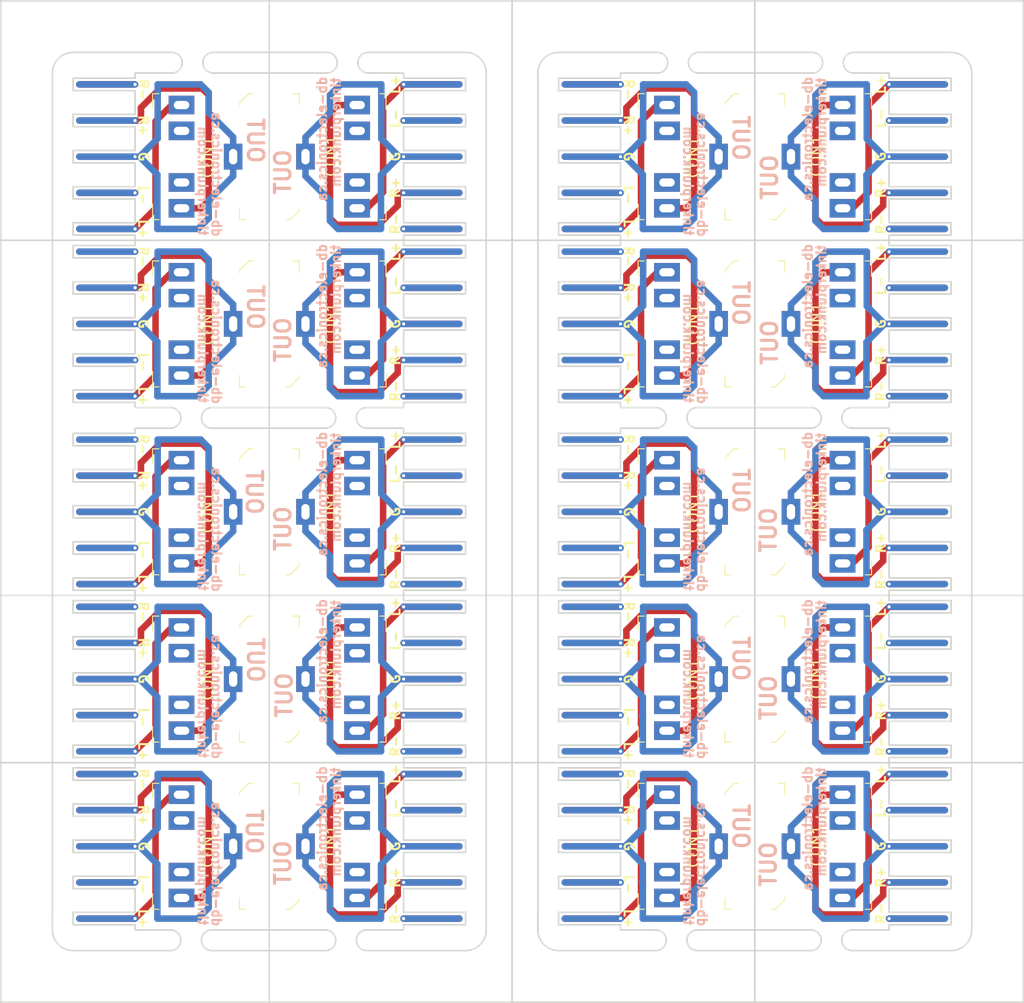
<source format=kicad_pcb>
(kicad_pcb (version 20171130) (host pcbnew "(5.1.0)-1")
  (title_block (title "Phoenix Connector Audio Adapter") (date 2018-03-30) (rev 0.1) (company "db Electronics") (comment 1 "Licensed Under The CERN OHL v.1.2") (comment 2 https://github.com/db-electronics/phoenix-audio-adapter-kicad))
  (layers (0 F.Cu signal) (31 B.Cu signal) (34 B.Paste user) (35 F.Paste user) (36 B.SilkS user) (37 F.SilkS user) (38 B.Mask user) (39 F.Mask user) (44 Edge.Cuts user))
  (net 0 "")
  (module Panelization:mouse-bite-2mm-slot (layer F.Cu) (at 156.12 62.304 180)
    (fp_text reference mouse-bite-2mm-slot hide)
    (fp_text value VAL** hide)
    (pad "" np_thru_hole circle (at 0 -0.75 180) (size 0.5 0.5) (drill 0.5) (layers *.Cu *.Mask))
    (pad "" np_thru_hole circle (at 0 0.75 180) (size 0.5 0.5) (drill 0.5) (layers *.Cu *.Mask))
    (pad "" np_thru_hole circle (at 0.75 -0.75 180) (size 0.5 0.5) (drill 0.5) (layers *.Cu *.Mask))
    (pad "" np_thru_hole circle (at -0.75 -0.75 180) (size 0.5 0.5) (drill 0.5) (layers *.Cu *.Mask))
    (pad "" np_thru_hole circle (at -0.75 0.75 180) (size 0.5 0.5) (drill 0.5) (layers *.Cu *.Mask))
    (pad "" np_thru_hole circle (at 0.75 0.75 180) (size 0.5 0.5) (drill 0.5) (layers *.Cu *.Mask))
  )
  (module Panelization:mouse-bite-2mm-slot (layer F.Cu) (at 141.12 62.304 180)
    (fp_text reference mouse-bite-2mm-slot hide)
    (fp_text value VAL** hide)
    (pad "" np_thru_hole circle (at 0.75 0.75 180) (size 0.5 0.5) (drill 0.5) (layers *.Cu *.Mask))
    (pad "" np_thru_hole circle (at -0.75 0.75 180) (size 0.5 0.5) (drill 0.5) (layers *.Cu *.Mask))
    (pad "" np_thru_hole circle (at -0.75 -0.75 180) (size 0.5 0.5) (drill 0.5) (layers *.Cu *.Mask))
    (pad "" np_thru_hole circle (at 0.75 -0.75 180) (size 0.5 0.5) (drill 0.5) (layers *.Cu *.Mask))
    (pad "" np_thru_hole circle (at 0 0.75 180) (size 0.5 0.5) (drill 0.5) (layers *.Cu *.Mask))
    (pad "" np_thru_hole circle (at 0 -0.75 180) (size 0.5 0.5) (drill 0.5) (layers *.Cu *.Mask))
  )
  (module Panelization:mouse-bite-2mm-slot (layer F.Cu) (at 155.98 147.304)
    (fp_text reference mouse-bite-2mm-slot hide)
    (fp_text value VAL** hide)
    (pad "" np_thru_hole circle (at 0 -0.75) (size 0.5 0.5) (drill 0.5) (layers *.Cu *.Mask))
    (pad "" np_thru_hole circle (at 0 0.75) (size 0.5 0.5) (drill 0.5) (layers *.Cu *.Mask))
    (pad "" np_thru_hole circle (at 0.75 -0.75) (size 0.5 0.5) (drill 0.5) (layers *.Cu *.Mask))
    (pad "" np_thru_hole circle (at -0.75 -0.75) (size 0.5 0.5) (drill 0.5) (layers *.Cu *.Mask))
    (pad "" np_thru_hole circle (at -0.75 0.75) (size 0.5 0.5) (drill 0.5) (layers *.Cu *.Mask))
    (pad "" np_thru_hole circle (at 0.75 0.75) (size 0.5 0.5) (drill 0.5) (layers *.Cu *.Mask))
  )
  (module Panelization:mouse-bite-2mm-slot (layer F.Cu) (at 140.98 147.304)
    (fp_text reference mouse-bite-2mm-slot hide)
    (fp_text value VAL** hide)
    (pad "" np_thru_hole circle (at 0.75 0.75) (size 0.5 0.5) (drill 0.5) (layers *.Cu *.Mask))
    (pad "" np_thru_hole circle (at -0.75 0.75) (size 0.5 0.5) (drill 0.5) (layers *.Cu *.Mask))
    (pad "" np_thru_hole circle (at -0.75 -0.75) (size 0.5 0.5) (drill 0.5) (layers *.Cu *.Mask))
    (pad "" np_thru_hole circle (at 0.75 -0.75) (size 0.5 0.5) (drill 0.5) (layers *.Cu *.Mask))
    (pad "" np_thru_hole circle (at 0 0.75) (size 0.5 0.5) (drill 0.5) (layers *.Cu *.Mask))
    (pad "" np_thru_hole circle (at 0 -0.75) (size 0.5 0.5) (drill 0.5) (layers *.Cu *.Mask))
  )
  (module Panelization:mouse-bite-2mm-slot (layer F.Cu) (at 155.98 147.304)
    (fp_text reference mouse-bite-2mm-slot hide)
    (fp_text value VAL** hide)
    (pad "" np_thru_hole circle (at 0 -0.75) (size 0.5 0.5) (drill 0.5) (layers *.Cu *.Mask))
    (pad "" np_thru_hole circle (at 0 0.75) (size 0.5 0.5) (drill 0.5) (layers *.Cu *.Mask))
    (pad "" np_thru_hole circle (at 0.75 -0.75) (size 0.5 0.5) (drill 0.5) (layers *.Cu *.Mask))
    (pad "" np_thru_hole circle (at -0.75 -0.75) (size 0.5 0.5) (drill 0.5) (layers *.Cu *.Mask))
    (pad "" np_thru_hole circle (at -0.75 0.75) (size 0.5 0.5) (drill 0.5) (layers *.Cu *.Mask))
    (pad "" np_thru_hole circle (at 0.75 0.75) (size 0.5 0.5) (drill 0.5) (layers *.Cu *.Mask))
  )
  (module Panelization:mouse-bite-2mm-slot (layer F.Cu) (at 141.12 62.304 180)
    (fp_text reference mouse-bite-2mm-slot hide)
    (fp_text value VAL** hide)
    (pad "" np_thru_hole circle (at 0.75 0.75 180) (size 0.5 0.5) (drill 0.5) (layers *.Cu *.Mask))
    (pad "" np_thru_hole circle (at -0.75 0.75 180) (size 0.5 0.5) (drill 0.5) (layers *.Cu *.Mask))
    (pad "" np_thru_hole circle (at -0.75 -0.75 180) (size 0.5 0.5) (drill 0.5) (layers *.Cu *.Mask))
    (pad "" np_thru_hole circle (at 0.75 -0.75 180) (size 0.5 0.5) (drill 0.5) (layers *.Cu *.Mask))
    (pad "" np_thru_hole circle (at 0 0.75 180) (size 0.5 0.5) (drill 0.5) (layers *.Cu *.Mask))
    (pad "" np_thru_hole circle (at 0 -0.75 180) (size 0.5 0.5) (drill 0.5) (layers *.Cu *.Mask))
  )
  (module Panelization:mouse-bite-2mm-slot (layer F.Cu) (at 155.98 96.704)
    (fp_text reference mouse-bite-2mm-slot hide)
    (fp_text value VAL** hide)
    (pad "" np_thru_hole circle (at 0.75 0.75) (size 0.5 0.5) (drill 0.5) (layers *.Cu *.Mask))
    (pad "" np_thru_hole circle (at -0.75 0.75) (size 0.5 0.5) (drill 0.5) (layers *.Cu *.Mask))
    (pad "" np_thru_hole circle (at -0.75 -0.75) (size 0.5 0.5) (drill 0.5) (layers *.Cu *.Mask))
    (pad "" np_thru_hole circle (at 0.75 -0.75) (size 0.5 0.5) (drill 0.5) (layers *.Cu *.Mask))
    (pad "" np_thru_hole circle (at 0 0.75) (size 0.5 0.5) (drill 0.5) (layers *.Cu *.Mask))
    (pad "" np_thru_hole circle (at 0 -0.75) (size 0.5 0.5) (drill 0.5) (layers *.Cu *.Mask))
  )
  (module Panelization:mouse-bite-2mm-slot (layer F.Cu) (at 140.98 96.704)
    (fp_text reference mouse-bite-2mm-slot hide)
    (fp_text value VAL** hide)
    (pad "" np_thru_hole circle (at 0 -0.75) (size 0.5 0.5) (drill 0.5) (layers *.Cu *.Mask))
    (pad "" np_thru_hole circle (at 0 0.75) (size 0.5 0.5) (drill 0.5) (layers *.Cu *.Mask))
    (pad "" np_thru_hole circle (at 0.75 -0.75) (size 0.5 0.5) (drill 0.5) (layers *.Cu *.Mask))
    (pad "" np_thru_hole circle (at -0.75 -0.75) (size 0.5 0.5) (drill 0.5) (layers *.Cu *.Mask))
    (pad "" np_thru_hole circle (at -0.75 0.75) (size 0.5 0.5) (drill 0.5) (layers *.Cu *.Mask))
    (pad "" np_thru_hole circle (at 0.75 0.75) (size 0.5 0.5) (drill 0.5) (layers *.Cu *.Mask))
  )
  (module headphone:Headphone_Jack_2.5mm_SJ1-3523N (layer F.Cu) (at 140.05 71.404 180)
    (fp_text reference CON1 (at -2.54 -0.0635 -90) (layer F.SilkS))
    (fp_text value Headphone_Jack_2.5mm_SJ1-3523N)
    (pad 10 thru_hole rect (at 0 2.5 180) (size 2.5 1.8) (drill oval 1.5 0.8) (layers *.Cu *.Mask))
    (pad 11 thru_hole rect (at 0 -2.5 180) (size 2.5 1.8) (drill oval 1.5 0.8) (layers *.Cu *.Mask))
    (pad "" np_thru_hole circle (at -7.5 5 180) (size 1.2 1.2) (drill 1.2) (layers *.Cu *.Mask))
    (pad "" np_thru_hole circle (at -5 5 180) (size 1.2 1.2) (drill 1.2) (layers *.Cu *.Mask))
    (pad "" np_thru_hole circle (at -7.5 -5 180) (size 1.2 1.2) (drill 1.2) (layers *.Cu *.Mask))
    (pad "" np_thru_hole circle (at -5 -5 180) (size 1.2 1.2) (drill 1.2) (layers *.Cu *.Mask))
    (pad "" np_thru_hole circle (at 0 0 180) (size 1.2 1.2) (drill 1.2) (layers *.Cu *.Mask))
    (pad 1 thru_hole rect (at -5 0 180) (size 1.8 2.5) (drill oval 0.8 1.5) (layers *.Cu *.Mask))
    (pad 2 thru_hole rect (at 0 5 180) (size 2.5 1.8) (drill oval 1.5 0.8) (layers *.Cu *.Mask))
    (pad 3 thru_hole rect (at 0 -5 180) (size 2.5 1.8) (drill oval 1.5 0.8) (layers *.Cu *.Mask))
  )
  (module headphone:Headphone_Jack_2.5mm_SJ1-3523N (layer F.Cu) (at 157.05 105.804)
    (fp_text reference CON1 (at -2.54 -0.0635 -270) (layer F.SilkS))
    (fp_text value Headphone_Jack_2.5mm_SJ1-3523N)
    (pad 3 thru_hole rect (at 0 -5) (size 2.5 1.8) (drill oval 1.5 0.8) (layers *.Cu *.Mask))
    (pad 2 thru_hole rect (at 0 5) (size 2.5 1.8) (drill oval 1.5 0.8) (layers *.Cu *.Mask))
    (pad 1 thru_hole rect (at -5 0) (size 1.8 2.5) (drill oval 0.8 1.5) (layers *.Cu *.Mask))
    (pad "" np_thru_hole circle (at 0 0) (size 1.2 1.2) (drill 1.2) (layers *.Cu *.Mask))
    (pad "" np_thru_hole circle (at -5 -5) (size 1.2 1.2) (drill 1.2) (layers *.Cu *.Mask))
    (pad "" np_thru_hole circle (at -7.5 -5) (size 1.2 1.2) (drill 1.2) (layers *.Cu *.Mask))
    (pad "" np_thru_hole circle (at -5 5) (size 1.2 1.2) (drill 1.2) (layers *.Cu *.Mask))
    (pad "" np_thru_hole circle (at -7.5 5) (size 1.2 1.2) (drill 1.2) (layers *.Cu *.Mask))
    (pad 11 thru_hole rect (at 0 -2.5) (size 2.5 1.8) (drill oval 1.5 0.8) (layers *.Cu *.Mask))
    (pad 10 thru_hole rect (at 0 2.5) (size 2.5 1.8) (drill oval 1.5 0.8) (layers *.Cu *.Mask))
  )
  (module headphone:Headphone_Jack_2.5mm_SJ1-3523N (layer F.Cu) (at 140.05 105.804 180)
    (fp_text reference CON1 (at -2.54 -0.0635 -90) (layer F.SilkS))
    (fp_text value Headphone_Jack_2.5mm_SJ1-3523N)
    (pad 10 thru_hole rect (at 0 2.5 180) (size 2.5 1.8) (drill oval 1.5 0.8) (layers *.Cu *.Mask))
    (pad 11 thru_hole rect (at 0 -2.5 180) (size 2.5 1.8) (drill oval 1.5 0.8) (layers *.Cu *.Mask))
    (pad "" np_thru_hole circle (at -7.5 5 180) (size 1.2 1.2) (drill 1.2) (layers *.Cu *.Mask))
    (pad "" np_thru_hole circle (at -5 5 180) (size 1.2 1.2) (drill 1.2) (layers *.Cu *.Mask))
    (pad "" np_thru_hole circle (at -7.5 -5 180) (size 1.2 1.2) (drill 1.2) (layers *.Cu *.Mask))
    (pad "" np_thru_hole circle (at -5 -5 180) (size 1.2 1.2) (drill 1.2) (layers *.Cu *.Mask))
    (pad "" np_thru_hole circle (at 0 0 180) (size 1.2 1.2) (drill 1.2) (layers *.Cu *.Mask))
    (pad 1 thru_hole rect (at -5 0 180) (size 1.8 2.5) (drill oval 0.8 1.5) (layers *.Cu *.Mask))
    (pad 2 thru_hole rect (at 0 5 180) (size 2.5 1.8) (drill oval 1.5 0.8) (layers *.Cu *.Mask))
    (pad 3 thru_hole rect (at 0 -5 180) (size 2.5 1.8) (drill oval 1.5 0.8) (layers *.Cu *.Mask))
  )
  (module headphone:Headphone_Jack_2.5mm_SJ1-3523N (layer F.Cu) (at 157.05 71.404)
    (fp_text reference CON1 (at -2.54 -0.0635 -270) (layer F.SilkS))
    (fp_text value Headphone_Jack_2.5mm_SJ1-3523N)
    (pad 3 thru_hole rect (at 0 -5) (size 2.5 1.8) (drill oval 1.5 0.8) (layers *.Cu *.Mask))
    (pad 2 thru_hole rect (at 0 5) (size 2.5 1.8) (drill oval 1.5 0.8) (layers *.Cu *.Mask))
    (pad 1 thru_hole rect (at -5 0) (size 1.8 2.5) (drill oval 0.8 1.5) (layers *.Cu *.Mask))
    (pad "" np_thru_hole circle (at 0 0) (size 1.2 1.2) (drill 1.2) (layers *.Cu *.Mask))
    (pad "" np_thru_hole circle (at -5 -5) (size 1.2 1.2) (drill 1.2) (layers *.Cu *.Mask))
    (pad "" np_thru_hole circle (at -7.5 -5) (size 1.2 1.2) (drill 1.2) (layers *.Cu *.Mask))
    (pad "" np_thru_hole circle (at -5 5) (size 1.2 1.2) (drill 1.2) (layers *.Cu *.Mask))
    (pad "" np_thru_hole circle (at -7.5 5) (size 1.2 1.2) (drill 1.2) (layers *.Cu *.Mask))
    (pad 11 thru_hole rect (at 0 -2.5) (size 2.5 1.8) (drill oval 1.5 0.8) (layers *.Cu *.Mask))
    (pad 10 thru_hole rect (at 0 2.5) (size 2.5 1.8) (drill oval 1.5 0.8) (layers *.Cu *.Mask))
  )
  (module headphone:Headphone_Jack_2.5mm_SJ1-3523N (layer F.Cu) (at 157.05 87.604)
    (fp_text reference CON1 (at -2.54 -0.0635 -270) (layer F.SilkS))
    (fp_text value Headphone_Jack_2.5mm_SJ1-3523N)
    (pad 10 thru_hole rect (at 0 2.5) (size 2.5 1.8) (drill oval 1.5 0.8) (layers *.Cu *.Mask))
    (pad 11 thru_hole rect (at 0 -2.5) (size 2.5 1.8) (drill oval 1.5 0.8) (layers *.Cu *.Mask))
    (pad "" np_thru_hole circle (at -7.5 5) (size 1.2 1.2) (drill 1.2) (layers *.Cu *.Mask))
    (pad "" np_thru_hole circle (at -5 5) (size 1.2 1.2) (drill 1.2) (layers *.Cu *.Mask))
    (pad "" np_thru_hole circle (at -7.5 -5) (size 1.2 1.2) (drill 1.2) (layers *.Cu *.Mask))
    (pad "" np_thru_hole circle (at -5 -5) (size 1.2 1.2) (drill 1.2) (layers *.Cu *.Mask))
    (pad "" np_thru_hole circle (at 0 0) (size 1.2 1.2) (drill 1.2) (layers *.Cu *.Mask))
    (pad 1 thru_hole rect (at -5 0) (size 1.8 2.5) (drill oval 0.8 1.5) (layers *.Cu *.Mask))
    (pad 2 thru_hole rect (at 0 5) (size 2.5 1.8) (drill oval 1.5 0.8) (layers *.Cu *.Mask))
    (pad 3 thru_hole rect (at 0 -5) (size 2.5 1.8) (drill oval 1.5 0.8) (layers *.Cu *.Mask))
  )
  (module headphone:Headphone_Jack_2.5mm_SJ1-3523N (layer F.Cu) (at 140.05 87.604 180)
    (fp_text reference CON1 (at -2.54 -0.0635 -90) (layer F.SilkS))
    (fp_text value Headphone_Jack_2.5mm_SJ1-3523N)
    (pad 3 thru_hole rect (at 0 -5 180) (size 2.5 1.8) (drill oval 1.5 0.8) (layers *.Cu *.Mask))
    (pad 2 thru_hole rect (at 0 5 180) (size 2.5 1.8) (drill oval 1.5 0.8) (layers *.Cu *.Mask))
    (pad 1 thru_hole rect (at -5 0 180) (size 1.8 2.5) (drill oval 0.8 1.5) (layers *.Cu *.Mask))
    (pad "" np_thru_hole circle (at 0 0 180) (size 1.2 1.2) (drill 1.2) (layers *.Cu *.Mask))
    (pad "" np_thru_hole circle (at -5 -5 180) (size 1.2 1.2) (drill 1.2) (layers *.Cu *.Mask))
    (pad "" np_thru_hole circle (at -7.5 -5 180) (size 1.2 1.2) (drill 1.2) (layers *.Cu *.Mask))
    (pad "" np_thru_hole circle (at -5 5 180) (size 1.2 1.2) (drill 1.2) (layers *.Cu *.Mask))
    (pad "" np_thru_hole circle (at -7.5 5 180) (size 1.2 1.2) (drill 1.2) (layers *.Cu *.Mask))
    (pad 11 thru_hole rect (at 0 -2.5 180) (size 2.5 1.8) (drill oval 1.5 0.8) (layers *.Cu *.Mask))
    (pad 10 thru_hole rect (at 0 2.5 180) (size 2.5 1.8) (drill oval 1.5 0.8) (layers *.Cu *.Mask))
  )
  (module headphone:Headphone_Jack_2.5mm_SJ1-3523N (layer F.Cu) (at 157.05 138.204)
    (fp_text reference CON1 (at -2.54 -0.0635 -270) (layer F.SilkS))
    (fp_text value Headphone_Jack_2.5mm_SJ1-3523N)
    (pad 10 thru_hole rect (at 0 2.5) (size 2.5 1.8) (drill oval 1.5 0.8) (layers *.Cu *.Mask))
    (pad 11 thru_hole rect (at 0 -2.5) (size 2.5 1.8) (drill oval 1.5 0.8) (layers *.Cu *.Mask))
    (pad "" np_thru_hole circle (at -7.5 5) (size 1.2 1.2) (drill 1.2) (layers *.Cu *.Mask))
    (pad "" np_thru_hole circle (at -5 5) (size 1.2 1.2) (drill 1.2) (layers *.Cu *.Mask))
    (pad "" np_thru_hole circle (at -7.5 -5) (size 1.2 1.2) (drill 1.2) (layers *.Cu *.Mask))
    (pad "" np_thru_hole circle (at -5 -5) (size 1.2 1.2) (drill 1.2) (layers *.Cu *.Mask))
    (pad "" np_thru_hole circle (at 0 0) (size 1.2 1.2) (drill 1.2) (layers *.Cu *.Mask))
    (pad 1 thru_hole rect (at -5 0) (size 1.8 2.5) (drill oval 0.8 1.5) (layers *.Cu *.Mask))
    (pad 2 thru_hole rect (at 0 5) (size 2.5 1.8) (drill oval 1.5 0.8) (layers *.Cu *.Mask))
    (pad 3 thru_hole rect (at 0 -5) (size 2.5 1.8) (drill oval 1.5 0.8) (layers *.Cu *.Mask))
  )
  (module headphone:Headphone_Jack_2.5mm_SJ1-3523N (layer F.Cu) (at 140.05 122.004 180)
    (fp_text reference CON1 (at -2.54 -0.0635 -90) (layer F.SilkS))
    (fp_text value Headphone_Jack_2.5mm_SJ1-3523N)
    (pad 10 thru_hole rect (at 0 2.5 180) (size 2.5 1.8) (drill oval 1.5 0.8) (layers *.Cu *.Mask))
    (pad 11 thru_hole rect (at 0 -2.5 180) (size 2.5 1.8) (drill oval 1.5 0.8) (layers *.Cu *.Mask))
    (pad "" np_thru_hole circle (at -7.5 5 180) (size 1.2 1.2) (drill 1.2) (layers *.Cu *.Mask))
    (pad "" np_thru_hole circle (at -5 5 180) (size 1.2 1.2) (drill 1.2) (layers *.Cu *.Mask))
    (pad "" np_thru_hole circle (at -7.5 -5 180) (size 1.2 1.2) (drill 1.2) (layers *.Cu *.Mask))
    (pad "" np_thru_hole circle (at -5 -5 180) (size 1.2 1.2) (drill 1.2) (layers *.Cu *.Mask))
    (pad "" np_thru_hole circle (at 0 0 180) (size 1.2 1.2) (drill 1.2) (layers *.Cu *.Mask))
    (pad 1 thru_hole rect (at -5 0 180) (size 1.8 2.5) (drill oval 0.8 1.5) (layers *.Cu *.Mask))
    (pad 2 thru_hole rect (at 0 5 180) (size 2.5 1.8) (drill oval 1.5 0.8) (layers *.Cu *.Mask))
    (pad 3 thru_hole rect (at 0 -5 180) (size 2.5 1.8) (drill oval 1.5 0.8) (layers *.Cu *.Mask))
  )
  (module headphone:Headphone_Jack_2.5mm_SJ1-3523N (layer F.Cu) (at 157.05 122.004)
    (fp_text reference CON1 (at -2.54 -0.0635 -270) (layer F.SilkS))
    (fp_text value Headphone_Jack_2.5mm_SJ1-3523N)
    (pad 3 thru_hole rect (at 0 -5) (size 2.5 1.8) (drill oval 1.5 0.8) (layers *.Cu *.Mask))
    (pad 2 thru_hole rect (at 0 5) (size 2.5 1.8) (drill oval 1.5 0.8) (layers *.Cu *.Mask))
    (pad 1 thru_hole rect (at -5 0) (size 1.8 2.5) (drill oval 0.8 1.5) (layers *.Cu *.Mask))
    (pad "" np_thru_hole circle (at 0 0) (size 1.2 1.2) (drill 1.2) (layers *.Cu *.Mask))
    (pad "" np_thru_hole circle (at -5 -5) (size 1.2 1.2) (drill 1.2) (layers *.Cu *.Mask))
    (pad "" np_thru_hole circle (at -7.5 -5) (size 1.2 1.2) (drill 1.2) (layers *.Cu *.Mask))
    (pad "" np_thru_hole circle (at -5 5) (size 1.2 1.2) (drill 1.2) (layers *.Cu *.Mask))
    (pad "" np_thru_hole circle (at -7.5 5) (size 1.2 1.2) (drill 1.2) (layers *.Cu *.Mask))
    (pad 11 thru_hole rect (at 0 -2.5) (size 2.5 1.8) (drill oval 1.5 0.8) (layers *.Cu *.Mask))
    (pad 10 thru_hole rect (at 0 2.5) (size 2.5 1.8) (drill oval 1.5 0.8) (layers *.Cu *.Mask))
  )
  (module headphone:Headphone_Jack_2.5mm_SJ1-3523N (layer F.Cu) (at 140.05 138.204 180)
    (fp_text reference CON1 (at -2.54 -0.0635 -90) (layer F.SilkS))
    (fp_text value Headphone_Jack_2.5mm_SJ1-3523N)
    (pad 3 thru_hole rect (at 0 -5 180) (size 2.5 1.8) (drill oval 1.5 0.8) (layers *.Cu *.Mask))
    (pad 2 thru_hole rect (at 0 5 180) (size 2.5 1.8) (drill oval 1.5 0.8) (layers *.Cu *.Mask))
    (pad 1 thru_hole rect (at -5 0 180) (size 1.8 2.5) (drill oval 0.8 1.5) (layers *.Cu *.Mask))
    (pad "" np_thru_hole circle (at 0 0 180) (size 1.2 1.2) (drill 1.2) (layers *.Cu *.Mask))
    (pad "" np_thru_hole circle (at -5 -5 180) (size 1.2 1.2) (drill 1.2) (layers *.Cu *.Mask))
    (pad "" np_thru_hole circle (at -7.5 -5 180) (size 1.2 1.2) (drill 1.2) (layers *.Cu *.Mask))
    (pad "" np_thru_hole circle (at -5 5 180) (size 1.2 1.2) (drill 1.2) (layers *.Cu *.Mask))
    (pad "" np_thru_hole circle (at -7.5 5 180) (size 1.2 1.2) (drill 1.2) (layers *.Cu *.Mask))
    (pad 11 thru_hole rect (at 0 -2.5 180) (size 2.5 1.8) (drill oval 1.5 0.8) (layers *.Cu *.Mask))
    (pad 10 thru_hole rect (at 0 2.5 180) (size 2.5 1.8) (drill oval 1.5 0.8) (layers *.Cu *.Mask))
  )
  (module Panelization:mouse-bite-2mm-slot (layer F.Cu) (at 94.12 62.304 180)
    (fp_text reference mouse-bite-2mm-slot hide)
    (fp_text value VAL** hide)
    (pad "" np_thru_hole circle (at 0 -0.75 180) (size 0.5 0.5) (drill 0.5) (layers *.Cu *.Mask))
    (pad "" np_thru_hole circle (at 0 0.75 180) (size 0.5 0.5) (drill 0.5) (layers *.Cu *.Mask))
    (pad "" np_thru_hole circle (at 0.75 -0.75 180) (size 0.5 0.5) (drill 0.5) (layers *.Cu *.Mask))
    (pad "" np_thru_hole circle (at -0.75 -0.75 180) (size 0.5 0.5) (drill 0.5) (layers *.Cu *.Mask))
    (pad "" np_thru_hole circle (at -0.75 0.75 180) (size 0.5 0.5) (drill 0.5) (layers *.Cu *.Mask))
    (pad "" np_thru_hole circle (at 0.75 0.75 180) (size 0.5 0.5) (drill 0.5) (layers *.Cu *.Mask))
  )
  (module Panelization:mouse-bite-2mm-slot (layer F.Cu) (at 109.12 62.304 180)
    (fp_text reference mouse-bite-2mm-slot hide)
    (fp_text value VAL** hide)
    (pad "" np_thru_hole circle (at 0.75 0.75 180) (size 0.5 0.5) (drill 0.5) (layers *.Cu *.Mask))
    (pad "" np_thru_hole circle (at -0.75 0.75 180) (size 0.5 0.5) (drill 0.5) (layers *.Cu *.Mask))
    (pad "" np_thru_hole circle (at -0.75 -0.75 180) (size 0.5 0.5) (drill 0.5) (layers *.Cu *.Mask))
    (pad "" np_thru_hole circle (at 0.75 -0.75 180) (size 0.5 0.5) (drill 0.5) (layers *.Cu *.Mask))
    (pad "" np_thru_hole circle (at 0 0.75 180) (size 0.5 0.5) (drill 0.5) (layers *.Cu *.Mask))
    (pad "" np_thru_hole circle (at 0 -0.75 180) (size 0.5 0.5) (drill 0.5) (layers *.Cu *.Mask))
  )
  (module Panelization:mouse-bite-2mm-slot (layer F.Cu) (at 94.12 62.304 180)
    (fp_text reference mouse-bite-2mm-slot hide)
    (fp_text value VAL** hide)
    (pad "" np_thru_hole circle (at 0 -0.75 180) (size 0.5 0.5) (drill 0.5) (layers *.Cu *.Mask))
    (pad "" np_thru_hole circle (at 0 0.75 180) (size 0.5 0.5) (drill 0.5) (layers *.Cu *.Mask))
    (pad "" np_thru_hole circle (at 0.75 -0.75 180) (size 0.5 0.5) (drill 0.5) (layers *.Cu *.Mask))
    (pad "" np_thru_hole circle (at -0.75 -0.75 180) (size 0.5 0.5) (drill 0.5) (layers *.Cu *.Mask))
    (pad "" np_thru_hole circle (at -0.75 0.75 180) (size 0.5 0.5) (drill 0.5) (layers *.Cu *.Mask))
    (pad "" np_thru_hole circle (at 0.75 0.75 180) (size 0.5 0.5) (drill 0.5) (layers *.Cu *.Mask))
  )
  (module Panelization:mouse-bite-2mm-slot (layer F.Cu) (at 108.98 147.304)
    (fp_text reference mouse-bite-2mm-slot hide)
    (fp_text value VAL** hide)
    (pad "" np_thru_hole circle (at 0.75 0.75) (size 0.5 0.5) (drill 0.5) (layers *.Cu *.Mask))
    (pad "" np_thru_hole circle (at -0.75 0.75) (size 0.5 0.5) (drill 0.5) (layers *.Cu *.Mask))
    (pad "" np_thru_hole circle (at -0.75 -0.75) (size 0.5 0.5) (drill 0.5) (layers *.Cu *.Mask))
    (pad "" np_thru_hole circle (at 0.75 -0.75) (size 0.5 0.5) (drill 0.5) (layers *.Cu *.Mask))
    (pad "" np_thru_hole circle (at 0 0.75) (size 0.5 0.5) (drill 0.5) (layers *.Cu *.Mask))
    (pad "" np_thru_hole circle (at 0 -0.75) (size 0.5 0.5) (drill 0.5) (layers *.Cu *.Mask))
  )
  (module Panelization:mouse-bite-2mm-slot (layer F.Cu) (at 108.98 147.304)
    (fp_text reference mouse-bite-2mm-slot hide)
    (fp_text value VAL** hide)
    (pad "" np_thru_hole circle (at 0.75 0.75) (size 0.5 0.5) (drill 0.5) (layers *.Cu *.Mask))
    (pad "" np_thru_hole circle (at -0.75 0.75) (size 0.5 0.5) (drill 0.5) (layers *.Cu *.Mask))
    (pad "" np_thru_hole circle (at -0.75 -0.75) (size 0.5 0.5) (drill 0.5) (layers *.Cu *.Mask))
    (pad "" np_thru_hole circle (at 0.75 -0.75) (size 0.5 0.5) (drill 0.5) (layers *.Cu *.Mask))
    (pad "" np_thru_hole circle (at 0 0.75) (size 0.5 0.5) (drill 0.5) (layers *.Cu *.Mask))
    (pad "" np_thru_hole circle (at 0 -0.75) (size 0.5 0.5) (drill 0.5) (layers *.Cu *.Mask))
  )
  (module Panelization:mouse-bite-2mm-slot (layer F.Cu) (at 93.98 147.304)
    (fp_text reference mouse-bite-2mm-slot hide)
    (fp_text value VAL** hide)
    (pad "" np_thru_hole circle (at 0 -0.75) (size 0.5 0.5) (drill 0.5) (layers *.Cu *.Mask))
    (pad "" np_thru_hole circle (at 0 0.75) (size 0.5 0.5) (drill 0.5) (layers *.Cu *.Mask))
    (pad "" np_thru_hole circle (at 0.75 -0.75) (size 0.5 0.5) (drill 0.5) (layers *.Cu *.Mask))
    (pad "" np_thru_hole circle (at -0.75 -0.75) (size 0.5 0.5) (drill 0.5) (layers *.Cu *.Mask))
    (pad "" np_thru_hole circle (at -0.75 0.75) (size 0.5 0.5) (drill 0.5) (layers *.Cu *.Mask))
    (pad "" np_thru_hole circle (at 0.75 0.75) (size 0.5 0.5) (drill 0.5) (layers *.Cu *.Mask))
  )
  (module Panelization:mouse-bite-2mm-slot (layer F.Cu) (at 108.98 96.704)
    (fp_text reference mouse-bite-2mm-slot hide)
    (fp_text value VAL** hide)
    (pad "" np_thru_hole circle (at 0 -0.75) (size 0.5 0.5) (drill 0.5) (layers *.Cu *.Mask))
    (pad "" np_thru_hole circle (at 0 0.75) (size 0.5 0.5) (drill 0.5) (layers *.Cu *.Mask))
    (pad "" np_thru_hole circle (at 0.75 -0.75) (size 0.5 0.5) (drill 0.5) (layers *.Cu *.Mask))
    (pad "" np_thru_hole circle (at -0.75 -0.75) (size 0.5 0.5) (drill 0.5) (layers *.Cu *.Mask))
    (pad "" np_thru_hole circle (at -0.75 0.75) (size 0.5 0.5) (drill 0.5) (layers *.Cu *.Mask))
    (pad "" np_thru_hole circle (at 0.75 0.75) (size 0.5 0.5) (drill 0.5) (layers *.Cu *.Mask))
  )
  (module Panelization:mouse-bite-2mm-slot (layer F.Cu) (at 93.98 96.704)
    (fp_text reference mouse-bite-2mm-slot hide)
    (fp_text value VAL** hide)
    (pad "" np_thru_hole circle (at 0.75 0.75) (size 0.5 0.5) (drill 0.5) (layers *.Cu *.Mask))
    (pad "" np_thru_hole circle (at -0.75 0.75) (size 0.5 0.5) (drill 0.5) (layers *.Cu *.Mask))
    (pad "" np_thru_hole circle (at -0.75 -0.75) (size 0.5 0.5) (drill 0.5) (layers *.Cu *.Mask))
    (pad "" np_thru_hole circle (at 0.75 -0.75) (size 0.5 0.5) (drill 0.5) (layers *.Cu *.Mask))
    (pad "" np_thru_hole circle (at 0 0.75) (size 0.5 0.5) (drill 0.5) (layers *.Cu *.Mask))
    (pad "" np_thru_hole circle (at 0 -0.75) (size 0.5 0.5) (drill 0.5) (layers *.Cu *.Mask))
  )
  (module headphone:Headphone_Jack_2.5mm_SJ1-3523N (layer F.Cu) (at 110.05 71.404)
    (fp_text reference CON1 (at -2.54 -0.0635 -270) (layer F.SilkS))
    (fp_text value Headphone_Jack_2.5mm_SJ1-3523N)
    (pad 10 thru_hole rect (at 0 2.5) (size 2.5 1.8) (drill oval 1.5 0.8) (layers *.Cu *.Mask))
    (pad 11 thru_hole rect (at 0 -2.5) (size 2.5 1.8) (drill oval 1.5 0.8) (layers *.Cu *.Mask))
    (pad "" np_thru_hole circle (at -7.5 5) (size 1.2 1.2) (drill 1.2) (layers *.Cu *.Mask))
    (pad "" np_thru_hole circle (at -5 5) (size 1.2 1.2) (drill 1.2) (layers *.Cu *.Mask))
    (pad "" np_thru_hole circle (at -7.5 -5) (size 1.2 1.2) (drill 1.2) (layers *.Cu *.Mask))
    (pad "" np_thru_hole circle (at -5 -5) (size 1.2 1.2) (drill 1.2) (layers *.Cu *.Mask))
    (pad "" np_thru_hole circle (at 0 0) (size 1.2 1.2) (drill 1.2) (layers *.Cu *.Mask))
    (pad 1 thru_hole rect (at -5 0) (size 1.8 2.5) (drill oval 0.8 1.5) (layers *.Cu *.Mask))
    (pad 2 thru_hole rect (at 0 5) (size 2.5 1.8) (drill oval 1.5 0.8) (layers *.Cu *.Mask))
    (pad 3 thru_hole rect (at 0 -5) (size 2.5 1.8) (drill oval 1.5 0.8) (layers *.Cu *.Mask))
  )
  (module headphone:Headphone_Jack_2.5mm_SJ1-3523N (layer F.Cu) (at 93.05 71.404 180)
    (fp_text reference CON1 (at -2.54 -0.0635 -90) (layer F.SilkS))
    (fp_text value Headphone_Jack_2.5mm_SJ1-3523N)
    (pad 3 thru_hole rect (at 0 -5 180) (size 2.5 1.8) (drill oval 1.5 0.8) (layers *.Cu *.Mask))
    (pad 2 thru_hole rect (at 0 5 180) (size 2.5 1.8) (drill oval 1.5 0.8) (layers *.Cu *.Mask))
    (pad 1 thru_hole rect (at -5 0 180) (size 1.8 2.5) (drill oval 0.8 1.5) (layers *.Cu *.Mask))
    (pad "" np_thru_hole circle (at 0 0 180) (size 1.2 1.2) (drill 1.2) (layers *.Cu *.Mask))
    (pad "" np_thru_hole circle (at -5 -5 180) (size 1.2 1.2) (drill 1.2) (layers *.Cu *.Mask))
    (pad "" np_thru_hole circle (at -7.5 -5 180) (size 1.2 1.2) (drill 1.2) (layers *.Cu *.Mask))
    (pad "" np_thru_hole circle (at -5 5 180) (size 1.2 1.2) (drill 1.2) (layers *.Cu *.Mask))
    (pad "" np_thru_hole circle (at -7.5 5 180) (size 1.2 1.2) (drill 1.2) (layers *.Cu *.Mask))
    (pad 11 thru_hole rect (at 0 -2.5 180) (size 2.5 1.8) (drill oval 1.5 0.8) (layers *.Cu *.Mask))
    (pad 10 thru_hole rect (at 0 2.5 180) (size 2.5 1.8) (drill oval 1.5 0.8) (layers *.Cu *.Mask))
  )
  (module headphone:Headphone_Jack_2.5mm_SJ1-3523N (layer F.Cu) (at 110.05 105.804)
    (fp_text reference CON1 (at -2.54 -0.0635 -270) (layer F.SilkS))
    (fp_text value Headphone_Jack_2.5mm_SJ1-3523N)
    (pad 10 thru_hole rect (at 0 2.5) (size 2.5 1.8) (drill oval 1.5 0.8) (layers *.Cu *.Mask))
    (pad 11 thru_hole rect (at 0 -2.5) (size 2.5 1.8) (drill oval 1.5 0.8) (layers *.Cu *.Mask))
    (pad "" np_thru_hole circle (at -7.5 5) (size 1.2 1.2) (drill 1.2) (layers *.Cu *.Mask))
    (pad "" np_thru_hole circle (at -5 5) (size 1.2 1.2) (drill 1.2) (layers *.Cu *.Mask))
    (pad "" np_thru_hole circle (at -7.5 -5) (size 1.2 1.2) (drill 1.2) (layers *.Cu *.Mask))
    (pad "" np_thru_hole circle (at -5 -5) (size 1.2 1.2) (drill 1.2) (layers *.Cu *.Mask))
    (pad "" np_thru_hole circle (at 0 0) (size 1.2 1.2) (drill 1.2) (layers *.Cu *.Mask))
    (pad 1 thru_hole rect (at -5 0) (size 1.8 2.5) (drill oval 0.8 1.5) (layers *.Cu *.Mask))
    (pad 2 thru_hole rect (at 0 5) (size 2.5 1.8) (drill oval 1.5 0.8) (layers *.Cu *.Mask))
    (pad 3 thru_hole rect (at 0 -5) (size 2.5 1.8) (drill oval 1.5 0.8) (layers *.Cu *.Mask))
  )
  (module headphone:Headphone_Jack_2.5mm_SJ1-3523N (layer F.Cu) (at 93.05 87.604 180)
    (fp_text reference CON1 (at -2.54 -0.0635 -90) (layer F.SilkS))
    (fp_text value Headphone_Jack_2.5mm_SJ1-3523N)
    (pad 10 thru_hole rect (at 0 2.5 180) (size 2.5 1.8) (drill oval 1.5 0.8) (layers *.Cu *.Mask))
    (pad 11 thru_hole rect (at 0 -2.5 180) (size 2.5 1.8) (drill oval 1.5 0.8) (layers *.Cu *.Mask))
    (pad "" np_thru_hole circle (at -7.5 5 180) (size 1.2 1.2) (drill 1.2) (layers *.Cu *.Mask))
    (pad "" np_thru_hole circle (at -5 5 180) (size 1.2 1.2) (drill 1.2) (layers *.Cu *.Mask))
    (pad "" np_thru_hole circle (at -7.5 -5 180) (size 1.2 1.2) (drill 1.2) (layers *.Cu *.Mask))
    (pad "" np_thru_hole circle (at -5 -5 180) (size 1.2 1.2) (drill 1.2) (layers *.Cu *.Mask))
    (pad "" np_thru_hole circle (at 0 0 180) (size 1.2 1.2) (drill 1.2) (layers *.Cu *.Mask))
    (pad 1 thru_hole rect (at -5 0 180) (size 1.8 2.5) (drill oval 0.8 1.5) (layers *.Cu *.Mask))
    (pad 2 thru_hole rect (at 0 5 180) (size 2.5 1.8) (drill oval 1.5 0.8) (layers *.Cu *.Mask))
    (pad 3 thru_hole rect (at 0 -5 180) (size 2.5 1.8) (drill oval 1.5 0.8) (layers *.Cu *.Mask))
  )
  (module headphone:Headphone_Jack_2.5mm_SJ1-3523N (layer F.Cu) (at 110.05 87.604)
    (fp_text reference CON1 (at -2.54 -0.0635 -270) (layer F.SilkS))
    (fp_text value Headphone_Jack_2.5mm_SJ1-3523N)
    (pad 3 thru_hole rect (at 0 -5) (size 2.5 1.8) (drill oval 1.5 0.8) (layers *.Cu *.Mask))
    (pad 2 thru_hole rect (at 0 5) (size 2.5 1.8) (drill oval 1.5 0.8) (layers *.Cu *.Mask))
    (pad 1 thru_hole rect (at -5 0) (size 1.8 2.5) (drill oval 0.8 1.5) (layers *.Cu *.Mask))
    (pad "" np_thru_hole circle (at 0 0) (size 1.2 1.2) (drill 1.2) (layers *.Cu *.Mask))
    (pad "" np_thru_hole circle (at -5 -5) (size 1.2 1.2) (drill 1.2) (layers *.Cu *.Mask))
    (pad "" np_thru_hole circle (at -7.5 -5) (size 1.2 1.2) (drill 1.2) (layers *.Cu *.Mask))
    (pad "" np_thru_hole circle (at -5 5) (size 1.2 1.2) (drill 1.2) (layers *.Cu *.Mask))
    (pad "" np_thru_hole circle (at -7.5 5) (size 1.2 1.2) (drill 1.2) (layers *.Cu *.Mask))
    (pad 11 thru_hole rect (at 0 -2.5) (size 2.5 1.8) (drill oval 1.5 0.8) (layers *.Cu *.Mask))
    (pad 10 thru_hole rect (at 0 2.5) (size 2.5 1.8) (drill oval 1.5 0.8) (layers *.Cu *.Mask))
  )
  (module headphone:Headphone_Jack_2.5mm_SJ1-3523N (layer F.Cu) (at 93.05 105.804 180)
    (fp_text reference CON1 (at -2.54 -0.0635 -90) (layer F.SilkS))
    (fp_text value Headphone_Jack_2.5mm_SJ1-3523N)
    (pad 3 thru_hole rect (at 0 -5 180) (size 2.5 1.8) (drill oval 1.5 0.8) (layers *.Cu *.Mask))
    (pad 2 thru_hole rect (at 0 5 180) (size 2.5 1.8) (drill oval 1.5 0.8) (layers *.Cu *.Mask))
    (pad 1 thru_hole rect (at -5 0 180) (size 1.8 2.5) (drill oval 0.8 1.5) (layers *.Cu *.Mask))
    (pad "" np_thru_hole circle (at 0 0 180) (size 1.2 1.2) (drill 1.2) (layers *.Cu *.Mask))
    (pad "" np_thru_hole circle (at -5 -5 180) (size 1.2 1.2) (drill 1.2) (layers *.Cu *.Mask))
    (pad "" np_thru_hole circle (at -7.5 -5 180) (size 1.2 1.2) (drill 1.2) (layers *.Cu *.Mask))
    (pad "" np_thru_hole circle (at -5 5 180) (size 1.2 1.2) (drill 1.2) (layers *.Cu *.Mask))
    (pad "" np_thru_hole circle (at -7.5 5 180) (size 1.2 1.2) (drill 1.2) (layers *.Cu *.Mask))
    (pad 11 thru_hole rect (at 0 -2.5 180) (size 2.5 1.8) (drill oval 1.5 0.8) (layers *.Cu *.Mask))
    (pad 10 thru_hole rect (at 0 2.5 180) (size 2.5 1.8) (drill oval 1.5 0.8) (layers *.Cu *.Mask))
  )
  (module headphone:Headphone_Jack_2.5mm_SJ1-3523N (layer F.Cu) (at 110.05 122.004)
    (fp_text reference CON1 (at -2.54 -0.0635 -270) (layer F.SilkS))
    (fp_text value Headphone_Jack_2.5mm_SJ1-3523N)
    (pad 10 thru_hole rect (at 0 2.5) (size 2.5 1.8) (drill oval 1.5 0.8) (layers *.Cu *.Mask))
    (pad 11 thru_hole rect (at 0 -2.5) (size 2.5 1.8) (drill oval 1.5 0.8) (layers *.Cu *.Mask))
    (pad "" np_thru_hole circle (at -7.5 5) (size 1.2 1.2) (drill 1.2) (layers *.Cu *.Mask))
    (pad "" np_thru_hole circle (at -5 5) (size 1.2 1.2) (drill 1.2) (layers *.Cu *.Mask))
    (pad "" np_thru_hole circle (at -7.5 -5) (size 1.2 1.2) (drill 1.2) (layers *.Cu *.Mask))
    (pad "" np_thru_hole circle (at -5 -5) (size 1.2 1.2) (drill 1.2) (layers *.Cu *.Mask))
    (pad "" np_thru_hole circle (at 0 0) (size 1.2 1.2) (drill 1.2) (layers *.Cu *.Mask))
    (pad 1 thru_hole rect (at -5 0) (size 1.8 2.5) (drill oval 0.8 1.5) (layers *.Cu *.Mask))
    (pad 2 thru_hole rect (at 0 5) (size 2.5 1.8) (drill oval 1.5 0.8) (layers *.Cu *.Mask))
    (pad 3 thru_hole rect (at 0 -5) (size 2.5 1.8) (drill oval 1.5 0.8) (layers *.Cu *.Mask))
  )
  (module headphone:Headphone_Jack_2.5mm_SJ1-3523N (layer F.Cu) (at 93.05 122.004 180)
    (fp_text reference CON1 (at -2.54 -0.0635 -90) (layer F.SilkS))
    (fp_text value Headphone_Jack_2.5mm_SJ1-3523N)
    (pad 3 thru_hole rect (at 0 -5 180) (size 2.5 1.8) (drill oval 1.5 0.8) (layers *.Cu *.Mask))
    (pad 2 thru_hole rect (at 0 5 180) (size 2.5 1.8) (drill oval 1.5 0.8) (layers *.Cu *.Mask))
    (pad 1 thru_hole rect (at -5 0 180) (size 1.8 2.5) (drill oval 0.8 1.5) (layers *.Cu *.Mask))
    (pad "" np_thru_hole circle (at 0 0 180) (size 1.2 1.2) (drill 1.2) (layers *.Cu *.Mask))
    (pad "" np_thru_hole circle (at -5 -5 180) (size 1.2 1.2) (drill 1.2) (layers *.Cu *.Mask))
    (pad "" np_thru_hole circle (at -7.5 -5 180) (size 1.2 1.2) (drill 1.2) (layers *.Cu *.Mask))
    (pad "" np_thru_hole circle (at -5 5 180) (size 1.2 1.2) (drill 1.2) (layers *.Cu *.Mask))
    (pad "" np_thru_hole circle (at -7.5 5 180) (size 1.2 1.2) (drill 1.2) (layers *.Cu *.Mask))
    (pad 11 thru_hole rect (at 0 -2.5 180) (size 2.5 1.8) (drill oval 1.5 0.8) (layers *.Cu *.Mask))
    (pad 10 thru_hole rect (at 0 2.5 180) (size 2.5 1.8) (drill oval 1.5 0.8) (layers *.Cu *.Mask))
  )
  (module headphone:Headphone_Jack_2.5mm_SJ1-3523N (layer F.Cu) (at 110.05 138.204)
    (fp_text reference CON1 (at -2.54 -0.0635 -270) (layer F.SilkS))
    (fp_text value Headphone_Jack_2.5mm_SJ1-3523N)
    (pad 3 thru_hole rect (at 0 -5) (size 2.5 1.8) (drill oval 1.5 0.8) (layers *.Cu *.Mask))
    (pad 2 thru_hole rect (at 0 5) (size 2.5 1.8) (drill oval 1.5 0.8) (layers *.Cu *.Mask))
    (pad 1 thru_hole rect (at -5 0) (size 1.8 2.5) (drill oval 0.8 1.5) (layers *.Cu *.Mask))
    (pad "" np_thru_hole circle (at 0 0) (size 1.2 1.2) (drill 1.2) (layers *.Cu *.Mask))
    (pad "" np_thru_hole circle (at -5 -5) (size 1.2 1.2) (drill 1.2) (layers *.Cu *.Mask))
    (pad "" np_thru_hole circle (at -7.5 -5) (size 1.2 1.2) (drill 1.2) (layers *.Cu *.Mask))
    (pad "" np_thru_hole circle (at -5 5) (size 1.2 1.2) (drill 1.2) (layers *.Cu *.Mask))
    (pad "" np_thru_hole circle (at -7.5 5) (size 1.2 1.2) (drill 1.2) (layers *.Cu *.Mask))
    (pad 11 thru_hole rect (at 0 -2.5) (size 2.5 1.8) (drill oval 1.5 0.8) (layers *.Cu *.Mask))
    (pad 10 thru_hole rect (at 0 2.5) (size 2.5 1.8) (drill oval 1.5 0.8) (layers *.Cu *.Mask))
  )
  (module headphone:Headphone_Jack_2.5mm_SJ1-3523N (layer F.Cu) (at 93.05 138.204 180)
    (fp_text reference CON1 (at -2.54 -0.0635 -90) (layer F.SilkS))
    (fp_text value Headphone_Jack_2.5mm_SJ1-3523N)
    (pad 10 thru_hole rect (at 0 2.5 180) (size 2.5 1.8) (drill oval 1.5 0.8) (layers *.Cu *.Mask))
    (pad 11 thru_hole rect (at 0 -2.5 180) (size 2.5 1.8) (drill oval 1.5 0.8) (layers *.Cu *.Mask))
    (pad "" np_thru_hole circle (at -7.5 5 180) (size 1.2 1.2) (drill 1.2) (layers *.Cu *.Mask))
    (pad "" np_thru_hole circle (at -5 5 180) (size 1.2 1.2) (drill 1.2) (layers *.Cu *.Mask))
    (pad "" np_thru_hole circle (at -7.5 -5 180) (size 1.2 1.2) (drill 1.2) (layers *.Cu *.Mask))
    (pad "" np_thru_hole circle (at -5 -5 180) (size 1.2 1.2) (drill 1.2) (layers *.Cu *.Mask))
    (pad "" np_thru_hole circle (at 0 0 180) (size 1.2 1.2) (drill 1.2) (layers *.Cu *.Mask))
    (pad 1 thru_hole rect (at -5 0 180) (size 1.8 2.5) (drill oval 0.8 1.5) (layers *.Cu *.Mask))
    (pad 2 thru_hole rect (at 0 5 180) (size 2.5 1.8) (drill oval 1.5 0.8) (layers *.Cu *.Mask))
    (pad 3 thru_hole rect (at 0 -5 180) (size 2.5 1.8) (drill oval 1.5 0.8) (layers *.Cu *.Mask))
  )
  (gr_text OUT (at 102.87 139.827 90) (layer B.SilkS) (effects (font (size 1.5 1.5) (thickness 0.3)) (justify mirror)))
  (gr_text OUT (at 149.86 139.954 90) (layer B.SilkS) (effects (font (size 1.5 1.5) (thickness 0.3)) (justify mirror)))
  (gr_arc (start 138.98 147.304) (end 138.98 148.304) (angle -180) (layer Edge.Cuts) (width 0.15))
  (gr_arc (start 142.98 147.304) (end 142.98 146.304) (angle -180) (layer Edge.Cuts) (width 0.15))
  (gr_arc (start 153.98 96.704) (end 153.98 97.704) (angle -180) (layer Edge.Cuts) (width 0.15))
  (gr_arc (start 142.98 96.704) (end 142.98 95.704) (angle -180) (layer Edge.Cuts) (width 0.15))
  (gr_line (start 148.55 97.704) (end 148.55 95.704) (layer Edge.Cuts) (width 0.15))
  (gr_arc (start 138.98 96.704) (end 138.98 97.704) (angle -180) (layer Edge.Cuts) (width 0.15))
  (gr_arc (start 157.98 96.704) (end 157.98 95.704) (angle -180) (layer Edge.Cuts) (width 0.15))
  (gr_arc (start 153.98 147.304) (end 153.98 148.304) (angle -180) (layer Edge.Cuts) (width 0.15))
  (gr_line (start 142.98 95.704) (end 153.98 95.704) (layer Edge.Cuts) (width 0.15))
  (gr_line (start 153.98 148.304) (end 142.98 148.304) (layer Edge.Cuts) (width 0.15))
  (gr_line (start 157.98 148.304) (end 167.55 148.304) (layer Edge.Cuts) (width 0.15))
  (gr_line (start 125.05 153.304) (end 174.55 153.304) (layer Edge.Cuts) (width 0.15))
  (gr_line (start 153.98 146.304) (end 142.98 146.304) (layer Edge.Cuts) (width 0.15))
  (gr_arc (start 167.55 63.304) (end 169.55 63.304) (angle -90) (layer Edge.Cuts) (width 0.15))
  (gr_arc (start 143.12 62.304) (end 143.12 61.304) (angle -180) (layer Edge.Cuts) (width 0.15))
  (gr_line (start 153.98 97.704) (end 142.98 97.704) (layer Edge.Cuts) (width 0.15))
  (gr_line (start 157.98 95.704) (end 161.55 95.704) (layer Edge.Cuts) (width 0.15))
  (gr_arc (start 139.12 62.304) (end 139.12 63.304) (angle -180) (layer Edge.Cuts) (width 0.15))
  (gr_arc (start 158.12 62.304) (end 158.12 61.304) (angle -180) (layer Edge.Cuts) (width 0.15))
  (gr_arc (start 157.98 147.304) (end 157.98 146.304) (angle -180) (layer Edge.Cuts) (width 0.15))
  (gr_arc (start 154.12 62.304) (end 154.12 63.304) (angle -180) (layer Edge.Cuts) (width 0.15))
  (gr_line (start 143.12 61.304) (end 154.12 61.304) (layer Edge.Cuts) (width 0.15))
  (gr_line (start 139.12 61.304) (end 129.55 61.304) (layer Edge.Cuts) (width 0.15))
  (gr_line (start 174.55 56.304) (end 125.05 56.304) (layer Edge.Cuts) (width 0.15))
  (gr_line (start 143.12 63.304) (end 154.12 63.304) (layer Edge.Cuts) (width 0.15))
  (gr_line (start 139.12 63.304) (end 135.55 63.304) (layer Edge.Cuts) (width 0.15))
  (gr_line (start 127.55 144.604) (end 127.55 146.304) (layer Edge.Cuts) (width 0.15))
  (gr_line (start 148.55 63.304) (end 148.55 56.304) (layer Edge.Cuts) (width 0.15))
  (gr_line (start 158.12 61.304) (end 167.55 61.304) (layer Edge.Cuts) (width 0.15))
  (gr_line (start 158.12 63.304) (end 161.55 63.304) (layer Edge.Cuts) (width 0.15))
  (gr_line (start 138.98 148.304) (end 129.55 148.304) (layer Edge.Cuts) (width 0.15))
  (gr_line (start 161.55 97.704) (end 157.98 97.704) (layer Edge.Cuts) (width 0.15))
  (gr_arc (start 129.55 146.304) (end 127.55 146.304) (angle -90) (layer Edge.Cuts) (width 0.15))
  (gr_line (start 135.55 97.704) (end 138.98 97.704) (layer Edge.Cuts) (width 0.15))
  (gr_line (start 135.55 109.904) (end 135.55 112.204) (layer Edge.Cuts) (width 0.15))
  (gr_line (start 167.55 98.204) (end 161.55 98.204) (layer Edge.Cuts) (width 0.15))
  (gr_line (start 135.55 102.904) (end 135.55 105.204) (layer Edge.Cuts) (width 0.15))
  (gr_line (start 135.55 98.204) (end 129.55 98.204) (layer Edge.Cuts) (width 0.15))
  (gr_line (start 129.55 99.404) (end 135.55 99.404) (layer Edge.Cuts) (width 0.15))
  (gr_line (start 129.55 113.404) (end 135.55 113.404) (layer Edge.Cuts) (width 0.15))
  (gr_line (start 129.55 102.904) (end 135.55 102.904) (layer Edge.Cuts) (width 0.15))
  (gr_line (start 167.55 106.404) (end 167.55 105.204) (layer Edge.Cuts) (width 0.15))
  (gr_line (start 129.55 112.204) (end 129.55 113.404) (layer Edge.Cuts) (width 0.15))
  (gr_line (start 135.55 97.704) (end 135.55 98.204) (layer Edge.Cuts) (width 0.15))
  (gr_line (start 135.55 101.704) (end 129.55 101.704) (layer Edge.Cuts) (width 0.15))
  (gr_line (start 129.55 98.204) (end 129.55 99.404) (layer Edge.Cuts) (width 0.15))
  (gr_line (start 135.55 108.704) (end 129.55 108.704) (layer Edge.Cuts) (width 0.15))
  (gr_line (start 161.55 105.204) (end 161.55 102.904) (layer Edge.Cuts) (width 0.15))
  (gr_line (start 161.55 113.404) (end 167.55 113.404) (layer Edge.Cuts) (width 0.15))
  (gr_line (start 148.55 97.704) (end 148.55 113.904) (layer Edge.Cuts) (width 0.15))
  (gr_line (start 129.55 106.404) (end 135.55 106.404) (layer Edge.Cuts) (width 0.15))
  (gr_line (start 129.55 109.904) (end 135.55 109.904) (layer Edge.Cuts) (width 0.15))
  (gr_line (start 161.55 99.404) (end 167.55 99.404) (layer Edge.Cuts) (width 0.15))
  (gr_line (start 129.55 105.204) (end 129.55 106.404) (layer Edge.Cuts) (width 0.15))
  (gr_line (start 135.55 99.404) (end 135.55 101.704) (layer Edge.Cuts) (width 0.15))
  (gr_line (start 135.55 105.204) (end 129.55 105.204) (layer Edge.Cuts) (width 0.15))
  (gr_line (start 135.55 112.204) (end 129.55 112.204) (layer Edge.Cuts) (width 0.15))
  (gr_line (start 129.55 101.704) (end 129.55 102.904) (layer Edge.Cuts) (width 0.15))
  (gr_line (start 161.55 112.204) (end 161.55 109.904) (layer Edge.Cuts) (width 0.15))
  (gr_line (start 161.55 106.404) (end 167.55 106.404) (layer Edge.Cuts) (width 0.15))
  (gr_line (start 161.55 98.204) (end 161.55 97.704) (layer Edge.Cuts) (width 0.15))
  (gr_line (start 167.55 90.504) (end 161.55 90.504) (layer Edge.Cuts) (width 0.15))
  (gr_line (start 135.55 91.704) (end 135.55 94.004) (layer Edge.Cuts) (width 0.15))
  (gr_line (start 135.55 79.504) (end 135.55 80.004) (layer Edge.Cuts) (width 0.15))
  (gr_line (start 135.55 84.704) (end 135.55 87.004) (layer Edge.Cuts) (width 0.15))
  (gr_line (start 161.55 95.704) (end 161.55 95.204) (layer Edge.Cuts) (width 0.15))
  (gr_line (start 167.55 84.704) (end 167.55 83.504) (layer Edge.Cuts) (width 0.15))
  (gr_line (start 148.55 79.504) (end 174.55 79.504) (layer Edge.Cuts) (width 0.15))
  (gr_line (start 135.55 88.204) (end 135.55 90.504) (layer Edge.Cuts) (width 0.15))
  (gr_line (start 161.55 83.504) (end 161.55 81.204) (layer Edge.Cuts) (width 0.15))
  (gr_line (start 135.55 95.204) (end 135.55 95.704) (layer Edge.Cuts) (width 0.15))
  (gr_line (start 135.55 80.004) (end 129.55 80.004) (layer Edge.Cuts) (width 0.15))
  (gr_line (start 148.55 79.504) (end 125.05 79.504) (layer Edge.Cuts) (width 0.15))
  (gr_line (start 135.55 90.504) (end 129.55 90.504) (layer Edge.Cuts) (width 0.15))
  (gr_line (start 161.55 94.004) (end 161.55 91.704) (layer Edge.Cuts) (width 0.15))
  (gr_line (start 161.55 81.204) (end 167.55 81.204) (layer Edge.Cuts) (width 0.15))
  (gr_line (start 167.55 94.004) (end 161.55 94.004) (layer Edge.Cuts) (width 0.15))
  (gr_line (start 161.55 80.004) (end 161.55 79.504) (layer Edge.Cuts) (width 0.15))
  (gr_line (start 135.55 81.204) (end 135.55 83.504) (layer Edge.Cuts) (width 0.15))
  (gr_line (start 129.55 91.704) (end 135.55 91.704) (layer Edge.Cuts) (width 0.15))
  (gr_line (start 129.55 95.204) (end 135.55 95.204) (layer Edge.Cuts) (width 0.15))
  (gr_line (start 129.55 88.204) (end 135.55 88.204) (layer Edge.Cuts) (width 0.15))
  (gr_line (start 167.55 91.704) (end 167.55 90.504) (layer Edge.Cuts) (width 0.15))
  (gr_line (start 129.55 84.704) (end 135.55 84.704) (layer Edge.Cuts) (width 0.15))
  (gr_line (start 135.55 106.404) (end 135.55 108.704) (layer Edge.Cuts) (width 0.15))
  (gr_line (start 135.55 87.004) (end 129.55 87.004) (layer Edge.Cuts) (width 0.15))
  (gr_line (start 138.98 95.704) (end 135.55 95.704) (layer Edge.Cuts) (width 0.15))
  (gr_line (start 129.55 94.004) (end 129.55 95.204) (layer Edge.Cuts) (width 0.15))
  (gr_line (start 135.55 83.504) (end 129.55 83.504) (layer Edge.Cuts) (width 0.15))
  (gr_line (start 167.55 81.204) (end 167.55 80.004) (layer Edge.Cuts) (width 0.15))
  (gr_line (start 129.55 108.704) (end 129.55 109.904) (layer Edge.Cuts) (width 0.15))
  (gr_line (start 161.55 84.704) (end 167.55 84.704) (layer Edge.Cuts) (width 0.15))
  (gr_line (start 161.55 91.704) (end 167.55 91.704) (layer Edge.Cuts) (width 0.15))
  (gr_line (start 167.55 83.504) (end 161.55 83.504) (layer Edge.Cuts) (width 0.15))
  (gr_line (start 129.55 87.004) (end 129.55 88.204) (layer Edge.Cuts) (width 0.15))
  (gr_line (start 167.55 88.204) (end 167.55 87.004) (layer Edge.Cuts) (width 0.15))
  (gr_line (start 161.55 90.504) (end 161.55 88.204) (layer Edge.Cuts) (width 0.15))
  (gr_line (start 167.55 95.204) (end 167.55 94.004) (layer Edge.Cuts) (width 0.15))
  (gr_line (start 129.55 81.204) (end 135.55 81.204) (layer Edge.Cuts) (width 0.15))
  (gr_line (start 129.55 83.504) (end 129.55 84.704) (layer Edge.Cuts) (width 0.15))
  (gr_line (start 148.55 79.504) (end 148.55 95.704) (layer Edge.Cuts) (width 0.15))
  (gr_line (start 135.55 94.004) (end 129.55 94.004) (layer Edge.Cuts) (width 0.15))
  (gr_line (start 167.55 80.004) (end 161.55 80.004) (layer Edge.Cuts) (width 0.15))
  (gr_line (start 129.55 90.504) (end 129.55 91.704) (layer Edge.Cuts) (width 0.15))
  (gr_line (start 161.55 95.204) (end 167.55 95.204) (layer Edge.Cuts) (width 0.15))
  (gr_line (start 161.55 88.204) (end 167.55 88.204) (layer Edge.Cuts) (width 0.15))
  (gr_line (start 135.55 113.404) (end 135.55 113.904) (layer Edge.Cuts) (width 0.15))
  (gr_line (start 129.55 80.004) (end 129.55 81.204) (layer Edge.Cuts) (width 0.15))
  (gr_line (start 161.55 87.004) (end 161.55 84.704) (layer Edge.Cuts) (width 0.15))
  (gr_line (start 167.55 87.004) (end 161.55 87.004) (layer Edge.Cuts) (width 0.15))
  (gr_text L- (at 136.35 125.704 270) (layer F.SilkS) (effects (font (size 0.889 0.889) (thickness 0.2032))))
  (gr_text G (at 160.75 87.604 90) (layer F.SilkS) (effects (font (size 0.889 0.889) (thickness 0.2032))))
  (gr_text OUT (at 149.987 89.408 90) (layer B.SilkS) (effects (font (size 1.5 1.5) (thickness 0.3)) (justify mirror)))
  (gr_text G (at 136.35 122.004 270) (layer F.SilkS) (effects (font (size 0.889 0.889) (thickness 0.2032))))
  (gr_text tinkerplunk.com (at 142.1055 124.3535 270) (layer B.SilkS) (effects (font (size 0.889 0.889) (thickness 0.2032)) (justify mirror)))
  (gr_text R- (at 136.35 115.504 270) (layer F.SilkS) (effects (font (size 0.889 0.889) (thickness 0.2032))))
  (gr_text G (at 160.75 122.004 90) (layer F.SilkS) (effects (font (size 0.889 0.889) (thickness 0.2032))))
  (gr_text tinkerplunk.com (at 154.9945 119.6545 90) (layer B.SilkS) (effects (font (size 0.889 0.889) (thickness 0.2032)) (justify mirror)))
  (gr_text R+ (at 160.75 125.004 90) (layer F.SilkS) (effects (font (size 0.889 0.889) (thickness 0.2032))))
  (gr_text OUT (at 147.193 120.015 270) (layer B.SilkS) (effects (font (size 1.5 1.5) (thickness 0.3)) (justify mirror)))
  (gr_text L+ (at 160.75 115.004 90) (layer F.SilkS) (effects (font (size 0.889 0.889) (thickness 0.2032))))
  (gr_text R+ (at 160.75 90.604 90) (layer F.SilkS) (effects (font (size 0.889 0.889) (thickness 0.2032))))
  (gr_text G (at 136.35 87.604 270) (layer F.SilkS) (effects (font (size 0.889 0.889) (thickness 0.2032))))
  (gr_text L- (at 136.35 91.304 270) (layer F.SilkS) (effects (font (size 0.889 0.889) (thickness 0.2032))))
  (gr_text tinkerplunk.com (at 154.9945 85.2545 90) (layer B.SilkS) (effects (font (size 0.889 0.889) (thickness 0.2032)) (justify mirror)))
  (gr_text OUT (at 149.86 123.825 90) (layer B.SilkS) (effects (font (size 1.5 1.5) (thickness 0.3)) (justify mirror)))
  (gr_text L+ (at 160.75 80.604 90) (layer F.SilkS) (effects (font (size 0.889 0.889) (thickness 0.2032))))
  (gr_text R+ (at 136.35 119.004 270) (layer F.SilkS) (effects (font (size 0.889 0.889) (thickness 0.2032))))
  (gr_text tinkerplunk.com (at 142.1055 89.9535 270) (layer B.SilkS) (effects (font (size 0.889 0.889) (thickness 0.2032)) (justify mirror)))
  (gr_text L+ (at 136.35 129.004 270) (layer F.SilkS) (effects (font (size 0.889 0.889) (thickness 0.2032))))
  (gr_text R- (at 160.75 128.504 90) (layer F.SilkS) (effects (font (size 0.889 0.889) (thickness 0.2032))))
  (gr_text OUT (at 147.193 85.598 270) (layer B.SilkS) (effects (font (size 1.5 1.5) (thickness 0.3)) (justify mirror)))
  (gr_text L- (at 160.75 118.304 90) (layer F.SilkS) (effects (font (size 0.889 0.889) (thickness 0.2032))))
  (gr_text R- (at 136.35 81.104 270) (layer F.SilkS) (effects (font (size 0.889 0.889) (thickness 0.2032))))
  (gr_text db-electronics.ca (at 143.439 123.7185 270) (layer B.SilkS) (effects (font (size 0.889 0.889) (thickness 0.2032)) (justify mirror)))
  (gr_text db-electronics.ca (at 153.661 120.2895 90) (layer B.SilkS) (effects (font (size 0.889 0.889) (thickness 0.2032)) (justify mirror)))
  (gr_text G (at 136.35 138.204 270) (layer F.SilkS) (effects (font (size 0.889 0.889) (thickness 0.2032))))
  (gr_text G (at 160.75 105.804 90) (layer F.SilkS) (effects (font (size 0.889 0.889) (thickness 0.2032))))
  (gr_text L+ (at 136.35 145.204 270) (layer F.SilkS) (effects (font (size 0.889 0.889) (thickness 0.2032))))
  (gr_text R+ (at 136.35 84.604 270) (layer F.SilkS) (effects (font (size 0.889 0.889) (thickness 0.2032))))
  (gr_text L+ (at 136.35 94.604 270) (layer F.SilkS) (effects (font (size 0.889 0.889) (thickness 0.2032))))
  (gr_text R- (at 160.75 94.104 90) (layer F.SilkS) (effects (font (size 0.889 0.889) (thickness 0.2032))))
  (gr_text L- (at 160.75 83.904 90) (layer F.SilkS) (effects (font (size 0.889 0.889) (thickness 0.2032))))
  (gr_text db-electronics.ca (at 143.439 89.3185 270) (layer B.SilkS) (effects (font (size 0.889 0.889) (thickness 0.2032)) (justify mirror)))
  (gr_text R- (at 136.35 99.304 270) (layer F.SilkS) (effects (font (size 0.889 0.889) (thickness 0.2032))))
  (gr_text L- (at 136.35 141.904 270) (layer F.SilkS) (effects (font (size 0.889 0.889) (thickness 0.2032))))
  (gr_text R+ (at 160.75 108.804 90) (layer F.SilkS) (effects (font (size 0.889 0.889) (thickness 0.2032))))
  (gr_text db-electronics.ca (at 153.661 85.8895 90) (layer B.SilkS) (effects (font (size 0.889 0.889) (thickness 0.2032)) (justify mirror)))
  (gr_text G (at 136.35 105.804 270) (layer F.SilkS) (effects (font (size 0.889 0.889) (thickness 0.2032))))
  (gr_text L+ (at 136.35 112.804 270) (layer F.SilkS) (effects (font (size 0.889 0.889) (thickness 0.2032))))
  (gr_text L+ (at 160.75 98.804 90) (layer F.SilkS) (effects (font (size 0.889 0.889) (thickness 0.2032))))
  (gr_text L- (at 136.35 109.504 270) (layer F.SilkS) (effects (font (size 0.889 0.889) (thickness 0.2032))))
  (gr_text R- (at 160.75 112.304 90) (layer F.SilkS) (effects (font (size 0.889 0.889) (thickness 0.2032))))
  (gr_text tinkerplunk.com (at 154.9945 103.4545 90) (layer B.SilkS) (effects (font (size 0.889 0.889) (thickness 0.2032)) (justify mirror)))
  (gr_text db-electronics.ca (at 153.661 104.0895 90) (layer B.SilkS) (effects (font (size 0.889 0.889) (thickness 0.2032)) (justify mirror)))
  (gr_text R+ (at 136.35 135.204 270) (layer F.SilkS) (effects (font (size 0.889 0.889) (thickness 0.2032))))
  (gr_text db-electronics.ca (at 143.439 139.9185 270) (layer B.SilkS) (effects (font (size 0.889 0.889) (thickness 0.2032)) (justify mirror)))
  (gr_text R+ (at 136.35 102.804 270) (layer F.SilkS) (effects (font (size 0.889 0.889) (thickness 0.2032))))
  (gr_text db-electronics.ca (at 143.439 107.5185 270) (layer B.SilkS) (effects (font (size 0.889 0.889) (thickness 0.2032)) (justify mirror)))
  (gr_text tinkerplunk.com (at 142.1055 108.1535 270) (layer B.SilkS) (effects (font (size 0.889 0.889) (thickness 0.2032)) (justify mirror)))
  (gr_text tinkerplunk.com (at 142.1055 140.5535 270) (layer B.SilkS) (effects (font (size 0.889 0.889) (thickness 0.2032)) (justify mirror)))
  (gr_text OUT (at 147.193 103.759 270) (layer B.SilkS) (effects (font (size 1.5 1.5) (thickness 0.3)) (justify mirror)))
  (gr_text L- (at 160.75 102.104 90) (layer F.SilkS) (effects (font (size 0.889 0.889) (thickness 0.2032))))
  (gr_text OUT (at 149.86 107.569 90) (layer B.SilkS) (effects (font (size 1.5 1.5) (thickness 0.3)) (justify mirror)))
  (gr_text OUT (at 147.193 136.271 270) (layer B.SilkS) (effects (font (size 1.5 1.5) (thickness 0.3)) (justify mirror)))
  (gr_text R- (at 136.35 131.704 270) (layer F.SilkS) (effects (font (size 0.889 0.889) (thickness 0.2032))))
  (gr_arc (start 129.55 63.304) (end 129.55 61.304) (angle -90) (layer Edge.Cuts) (width 0.15))
  (gr_line (start 169.55 146.304) (end 169.55 65.004) (layer Edge.Cuts) (width 0.15))
  (gr_line (start 174.55 153.304) (end 174.55 56.304) (layer Edge.Cuts) (width 0.15))
  (gr_line (start 127.55 146.304) (end 127.55 63.304) (layer Edge.Cuts) (width 0.15))
  (gr_arc (start 167.55 146.304) (end 167.55 148.304) (angle -90) (layer Edge.Cuts) (width 0.15))
  (gr_text L- (at 136.35 75.104 270) (layer F.SilkS) (effects (font (size 0.889 0.889) (thickness 0.2032))))
  (gr_text L- (at 160.75 67.704 90) (layer F.SilkS) (effects (font (size 0.889 0.889) (thickness 0.2032))))
  (gr_text tinkerplunk.com (at 142.1055 73.7535 270) (layer B.SilkS) (effects (font (size 0.889 0.889) (thickness 0.2032)) (justify mirror)))
  (gr_text G (at 160.75 71.404 90) (layer F.SilkS) (effects (font (size 0.889 0.889) (thickness 0.2032))))
  (gr_text R+ (at 136.35 68.404 270) (layer F.SilkS) (effects (font (size 0.889 0.889) (thickness 0.2032))))
  (gr_text R+ (at 160.75 74.404 90) (layer F.SilkS) (effects (font (size 0.889 0.889) (thickness 0.2032))))
  (gr_text db-electronics.ca (at 143.439 73.1185 270) (layer B.SilkS) (effects (font (size 0.889 0.889) (thickness 0.2032)) (justify mirror)))
  (gr_text R- (at 136.35 64.904 270) (layer F.SilkS) (effects (font (size 0.889 0.889) (thickness 0.2032))))
  (gr_text L+ (at 160.75 64.404 90) (layer F.SilkS) (effects (font (size 0.889 0.889) (thickness 0.2032))))
  (gr_text OUT (at 149.987 73.406 90) (layer B.SilkS) (effects (font (size 1.5 1.5) (thickness 0.3)) (justify mirror)))
  (gr_text OUT (at 147.193 69.596 270) (layer B.SilkS) (effects (font (size 1.5 1.5) (thickness 0.3)) (justify mirror)))
  (gr_text R- (at 160.75 77.904 90) (layer F.SilkS) (effects (font (size 0.889 0.889) (thickness 0.2032))))
  (gr_text tinkerplunk.com (at 154.9945 69.0545 90) (layer B.SilkS) (effects (font (size 0.889 0.889) (thickness 0.2032)) (justify mirror)))
  (gr_text db-electronics.ca (at 153.661 69.6895 90) (layer B.SilkS) (effects (font (size 0.889 0.889) (thickness 0.2032)) (justify mirror)))
  (gr_text G (at 136.35 71.404 270) (layer F.SilkS) (effects (font (size 0.889 0.889) (thickness 0.2032))))
  (gr_text L+ (at 136.35 78.404 270) (layer F.SilkS) (effects (font (size 0.889 0.889) (thickness 0.2032))))
  (gr_line (start 148.55 113.904) (end 148.55 130.104) (layer Edge.Cuts) (width 0.15))
  (gr_line (start 129.55 121.404) (end 129.55 122.604) (layer Edge.Cuts) (width 0.15))
  (gr_line (start 129.55 124.904) (end 129.55 126.104) (layer Edge.Cuts) (width 0.15))
  (gr_line (start 135.55 122.604) (end 135.55 124.904) (layer Edge.Cuts) (width 0.15))
  (gr_line (start 148.55 113.904) (end 125.05 113.904) (layer Edge.Cuts) (width 0.15))
  (gr_line (start 129.55 128.404) (end 129.55 129.604) (layer Edge.Cuts) (width 0.15))
  (gr_line (start 135.55 124.904) (end 129.55 124.904) (layer Edge.Cuts) (width 0.15))
  (gr_line (start 129.55 122.604) (end 135.55 122.604) (layer Edge.Cuts) (width 0.15))
  (gr_line (start 135.55 129.604) (end 135.55 130.104) (layer Edge.Cuts) (width 0.15))
  (gr_line (start 129.55 114.404) (end 129.55 115.604) (layer Edge.Cuts) (width 0.15))
  (gr_line (start 161.55 129.604) (end 167.55 129.604) (layer Edge.Cuts) (width 0.15))
  (gr_line (start 129.55 115.604) (end 135.55 115.604) (layer Edge.Cuts) (width 0.15))
  (gr_line (start 161.55 126.104) (end 167.55 126.104) (layer Edge.Cuts) (width 0.15))
  (gr_line (start 161.55 128.404) (end 161.55 126.104) (layer Edge.Cuts) (width 0.15))
  (gr_line (start 167.55 124.904) (end 161.55 124.904) (layer Edge.Cuts) (width 0.15))
  (gr_line (start 167.55 117.904) (end 161.55 117.904) (layer Edge.Cuts) (width 0.15))
  (gr_line (start 161.55 121.404) (end 161.55 119.104) (layer Edge.Cuts) (width 0.15))
  (gr_line (start 167.55 114.404) (end 161.55 114.404) (layer Edge.Cuts) (width 0.15))
  (gr_line (start 167.55 126.104) (end 167.55 124.904) (layer Edge.Cuts) (width 0.15))
  (gr_line (start 148.55 113.904) (end 174.55 113.904) (layer Edge.Cuts) (width 0.15))
  (gr_line (start 161.55 115.604) (end 167.55 115.604) (layer Edge.Cuts) (width 0.15))
  (gr_line (start 167.55 119.104) (end 167.55 117.904) (layer Edge.Cuts) (width 0.15))
  (gr_line (start 167.55 122.604) (end 167.55 121.404) (layer Edge.Cuts) (width 0.15))
  (gr_line (start 135.55 113.904) (end 135.55 114.404) (layer Edge.Cuts) (width 0.15))
  (gr_line (start 129.55 117.904) (end 129.55 119.104) (layer Edge.Cuts) (width 0.15))
  (gr_line (start 167.55 128.404) (end 161.55 128.404) (layer Edge.Cuts) (width 0.15))
  (gr_line (start 167.55 121.404) (end 161.55 121.404) (layer Edge.Cuts) (width 0.15))
  (gr_line (start 135.55 119.104) (end 135.55 121.404) (layer Edge.Cuts) (width 0.15))
  (gr_line (start 161.55 122.604) (end 167.55 122.604) (layer Edge.Cuts) (width 0.15))
  (gr_line (start 161.55 119.104) (end 167.55 119.104) (layer Edge.Cuts) (width 0.15))
  (gr_line (start 161.55 114.404) (end 161.55 113.904) (layer Edge.Cuts) (width 0.15))
  (gr_line (start 135.55 126.104) (end 135.55 128.404) (layer Edge.Cuts) (width 0.15))
  (gr_line (start 161.55 124.904) (end 161.55 122.604) (layer Edge.Cuts) (width 0.15))
  (gr_line (start 167.55 129.604) (end 167.55 128.404) (layer Edge.Cuts) (width 0.15))
  (gr_line (start 161.55 130.104) (end 161.55 129.604) (layer Edge.Cuts) (width 0.15))
  (gr_line (start 167.55 115.604) (end 167.55 114.404) (layer Edge.Cuts) (width 0.15))
  (gr_line (start 135.55 115.604) (end 135.55 117.904) (layer Edge.Cuts) (width 0.15))
  (gr_line (start 129.55 126.104) (end 135.55 126.104) (layer Edge.Cuts) (width 0.15))
  (gr_line (start 135.55 114.404) (end 129.55 114.404) (layer Edge.Cuts) (width 0.15))
  (gr_line (start 129.55 129.604) (end 135.55 129.604) (layer Edge.Cuts) (width 0.15))
  (gr_line (start 135.55 121.404) (end 129.55 121.404) (layer Edge.Cuts) (width 0.15))
  (gr_line (start 135.55 117.904) (end 129.55 117.904) (layer Edge.Cuts) (width 0.15))
  (gr_line (start 129.55 119.104) (end 135.55 119.104) (layer Edge.Cuts) (width 0.15))
  (gr_line (start 161.55 117.904) (end 161.55 115.604) (layer Edge.Cuts) (width 0.15))
  (gr_line (start 135.55 128.404) (end 129.55 128.404) (layer Edge.Cuts) (width 0.15))
  (gr_text R+ (at 160.75 141.204 90) (layer F.SilkS) (effects (font (size 0.889 0.889) (thickness 0.2032))))
  (gr_text R- (at 160.75 144.704 90) (layer F.SilkS) (effects (font (size 0.889 0.889) (thickness 0.2032))))
  (gr_text tinkerplunk.com (at 154.9945 135.8545 90) (layer B.SilkS) (effects (font (size 0.889 0.889) (thickness 0.2032)) (justify mirror)))
  (gr_text L- (at 160.75 134.504 90) (layer F.SilkS) (effects (font (size 0.889 0.889) (thickness 0.2032))))
  (gr_text L+ (at 160.75 131.204 90) (layer F.SilkS) (effects (font (size 0.889 0.889) (thickness 0.2032))))
  (gr_text db-electronics.ca (at 153.661 136.4895 90) (layer B.SilkS) (effects (font (size 0.889 0.889) (thickness 0.2032)) (justify mirror)))
  (gr_text G (at 160.75 138.204 90) (layer F.SilkS) (effects (font (size 0.889 0.889) (thickness 0.2032))))
  (gr_line (start 161.55 102.904) (end 167.55 102.904) (layer Edge.Cuts) (width 0.15))
  (gr_line (start 167.55 112.204) (end 161.55 112.204) (layer Edge.Cuts) (width 0.15))
  (gr_line (start 167.55 105.204) (end 161.55 105.204) (layer Edge.Cuts) (width 0.15))
  (gr_line (start 167.55 101.704) (end 161.55 101.704) (layer Edge.Cuts) (width 0.15))
  (gr_line (start 167.55 102.904) (end 167.55 101.704) (layer Edge.Cuts) (width 0.15))
  (gr_line (start 167.55 113.404) (end 167.55 112.204) (layer Edge.Cuts) (width 0.15))
  (gr_line (start 167.55 108.704) (end 161.55 108.704) (layer Edge.Cuts) (width 0.15))
  (gr_line (start 167.55 109.904) (end 167.55 108.704) (layer Edge.Cuts) (width 0.15))
  (gr_line (start 161.55 108.704) (end 161.55 106.404) (layer Edge.Cuts) (width 0.15))
  (gr_line (start 161.55 101.704) (end 161.55 99.404) (layer Edge.Cuts) (width 0.15))
  (gr_line (start 167.55 99.404) (end 167.55 98.204) (layer Edge.Cuts) (width 0.15))
  (gr_line (start 161.55 109.904) (end 167.55 109.904) (layer Edge.Cuts) (width 0.15))
  (gr_line (start 161.55 113.904) (end 161.55 113.404) (layer Edge.Cuts) (width 0.15))
  (gr_line (start 129.55 141.104) (end 129.55 142.304) (layer Edge.Cuts) (width 0.15))
  (gr_line (start 135.55 138.804) (end 135.55 141.104) (layer Edge.Cuts) (width 0.15))
  (gr_line (start 148.55 130.104) (end 125.05 130.104) (layer Edge.Cuts) (width 0.15))
  (gr_line (start 135.55 145.804) (end 135.55 146.304) (layer Edge.Cuts) (width 0.15))
  (gr_line (start 138.98 146.304) (end 135.55 146.304) (layer Edge.Cuts) (width 0.15))
  (gr_line (start 129.55 130.604) (end 129.55 131.804) (layer Edge.Cuts) (width 0.15))
  (gr_line (start 135.55 141.104) (end 129.55 141.104) (layer Edge.Cuts) (width 0.15))
  (gr_line (start 148.55 130.104) (end 148.55 153.304) (layer Edge.Cuts) (width 0.15))
  (gr_line (start 129.55 138.804) (end 135.55 138.804) (layer Edge.Cuts) (width 0.15))
  (gr_line (start 129.55 144.604) (end 129.55 145.804) (layer Edge.Cuts) (width 0.15))
  (gr_line (start 129.55 137.604) (end 129.55 138.804) (layer Edge.Cuts) (width 0.15))
  (gr_line (start 135.55 131.804) (end 135.55 134.104) (layer Edge.Cuts) (width 0.15))
  (gr_line (start 129.55 145.804) (end 135.55 145.804) (layer Edge.Cuts) (width 0.15))
  (gr_line (start 135.55 137.604) (end 129.55 137.604) (layer Edge.Cuts) (width 0.15))
  (gr_line (start 135.55 134.104) (end 129.55 134.104) (layer Edge.Cuts) (width 0.15))
  (gr_line (start 129.55 135.304) (end 135.55 135.304) (layer Edge.Cuts) (width 0.15))
  (gr_line (start 135.55 144.604) (end 129.55 144.604) (layer Edge.Cuts) (width 0.15))
  (gr_line (start 135.55 135.304) (end 135.55 137.604) (layer Edge.Cuts) (width 0.15))
  (gr_line (start 129.55 131.804) (end 135.55 131.804) (layer Edge.Cuts) (width 0.15))
  (gr_line (start 169.55 65.004) (end 169.55 63.304) (layer Edge.Cuts) (width 0.15))
  (gr_line (start 135.55 130.104) (end 135.55 130.604) (layer Edge.Cuts) (width 0.15))
  (gr_line (start 129.55 142.304) (end 135.55 142.304) (layer Edge.Cuts) (width 0.15))
  (gr_line (start 129.55 134.104) (end 129.55 135.304) (layer Edge.Cuts) (width 0.15))
  (gr_line (start 135.55 142.304) (end 135.55 144.604) (layer Edge.Cuts) (width 0.15))
  (gr_line (start 135.55 130.604) (end 129.55 130.604) (layer Edge.Cuts) (width 0.15))
  (gr_line (start 161.55 137.604) (end 161.55 135.304) (layer Edge.Cuts) (width 0.15))
  (gr_line (start 161.55 144.604) (end 161.55 142.304) (layer Edge.Cuts) (width 0.15))
  (gr_line (start 161.55 131.804) (end 167.55 131.804) (layer Edge.Cuts) (width 0.15))
  (gr_line (start 167.55 138.804) (end 167.55 137.604) (layer Edge.Cuts) (width 0.15))
  (gr_line (start 161.55 130.604) (end 161.55 130.104) (layer Edge.Cuts) (width 0.15))
  (gr_line (start 167.55 130.604) (end 161.55 130.604) (layer Edge.Cuts) (width 0.15))
  (gr_line (start 161.55 138.804) (end 167.55 138.804) (layer Edge.Cuts) (width 0.15))
  (gr_line (start 161.55 145.804) (end 167.55 145.804) (layer Edge.Cuts) (width 0.15))
  (gr_line (start 167.55 135.304) (end 167.55 134.104) (layer Edge.Cuts) (width 0.15))
  (gr_line (start 167.55 145.804) (end 167.55 144.604) (layer Edge.Cuts) (width 0.15))
  (gr_line (start 167.55 141.104) (end 161.55 141.104) (layer Edge.Cuts) (width 0.15))
  (gr_line (start 167.55 142.304) (end 167.55 141.104) (layer Edge.Cuts) (width 0.15))
  (gr_line (start 157.98 146.304) (end 161.55 146.304) (layer Edge.Cuts) (width 0.15))
  (gr_line (start 148.55 130.104) (end 174.55 130.104) (layer Edge.Cuts) (width 0.15))
  (gr_line (start 161.55 135.304) (end 167.55 135.304) (layer Edge.Cuts) (width 0.15))
  (gr_line (start 161.55 134.104) (end 161.55 131.804) (layer Edge.Cuts) (width 0.15))
  (gr_line (start 167.55 144.604) (end 161.55 144.604) (layer Edge.Cuts) (width 0.15))
  (gr_line (start 167.55 137.604) (end 161.55 137.604) (layer Edge.Cuts) (width 0.15))
  (gr_line (start 167.55 134.104) (end 161.55 134.104) (layer Edge.Cuts) (width 0.15))
  (gr_line (start 167.55 131.804) (end 167.55 130.604) (layer Edge.Cuts) (width 0.15))
  (gr_line (start 161.55 146.304) (end 161.55 145.804) (layer Edge.Cuts) (width 0.15))
  (gr_line (start 161.55 142.304) (end 167.55 142.304) (layer Edge.Cuts) (width 0.15))
  (gr_line (start 161.55 141.104) (end 161.55 138.804) (layer Edge.Cuts) (width 0.15))
  (gr_line (start 161.55 79.504) (end 161.55 79.004) (layer Edge.Cuts) (width 0.15))
  (gr_line (start 167.55 68.504) (end 167.55 67.304) (layer Edge.Cuts) (width 0.15))
  (gr_line (start 167.55 79.004) (end 167.55 77.804) (layer Edge.Cuts) (width 0.15))
  (gr_line (start 167.55 74.304) (end 161.55 74.304) (layer Edge.Cuts) (width 0.15))
  (gr_line (start 161.55 75.504) (end 167.55 75.504) (layer Edge.Cuts) (width 0.15))
  (gr_line (start 161.55 68.504) (end 167.55 68.504) (layer Edge.Cuts) (width 0.15))
  (gr_line (start 167.55 70.804) (end 161.55 70.804) (layer Edge.Cuts) (width 0.15))
  (gr_line (start 167.55 75.504) (end 167.55 74.304) (layer Edge.Cuts) (width 0.15))
  (gr_line (start 161.55 67.304) (end 161.55 65.004) (layer Edge.Cuts) (width 0.15))
  (gr_line (start 167.55 77.804) (end 161.55 77.804) (layer Edge.Cuts) (width 0.15))
  (gr_line (start 167.55 67.304) (end 161.55 67.304) (layer Edge.Cuts) (width 0.15))
  (gr_line (start 161.55 74.304) (end 161.55 72.004) (layer Edge.Cuts) (width 0.15))
  (gr_line (start 167.55 65.004) (end 167.55 63.804) (layer Edge.Cuts) (width 0.15))
  (gr_line (start 167.55 72.004) (end 167.55 70.804) (layer Edge.Cuts) (width 0.15))
  (gr_line (start 161.55 79.004) (end 167.55 79.004) (layer Edge.Cuts) (width 0.15))
  (gr_line (start 161.55 63.804) (end 161.55 63.304) (layer Edge.Cuts) (width 0.15))
  (gr_line (start 167.55 63.804) (end 161.55 63.804) (layer Edge.Cuts) (width 0.15))
  (gr_line (start 161.55 72.004) (end 167.55 72.004) (layer Edge.Cuts) (width 0.15))
  (gr_line (start 129.55 70.804) (end 129.55 72.004) (layer Edge.Cuts) (width 0.15))
  (gr_line (start 135.55 67.304) (end 129.55 67.304) (layer Edge.Cuts) (width 0.15))
  (gr_line (start 135.55 74.304) (end 129.55 74.304) (layer Edge.Cuts) (width 0.15))
  (gr_line (start 148.55 63.304) (end 148.55 79.504) (layer Edge.Cuts) (width 0.15))
  (gr_line (start 135.55 77.804) (end 129.55 77.804) (layer Edge.Cuts) (width 0.15))
  (gr_line (start 129.55 74.304) (end 129.55 75.504) (layer Edge.Cuts) (width 0.15))
  (gr_line (start 129.55 77.804) (end 129.55 79.004) (layer Edge.Cuts) (width 0.15))
  (gr_line (start 161.55 70.804) (end 161.55 68.504) (layer Edge.Cuts) (width 0.15))
  (gr_line (start 129.55 75.504) (end 135.55 75.504) (layer Edge.Cuts) (width 0.15))
  (gr_line (start 135.55 72.004) (end 135.55 74.304) (layer Edge.Cuts) (width 0.15))
  (gr_line (start 129.55 65.004) (end 135.55 65.004) (layer Edge.Cuts) (width 0.15))
  (gr_line (start 135.55 68.504) (end 135.55 70.804) (layer Edge.Cuts) (width 0.15))
  (gr_line (start 129.55 63.804) (end 129.55 65.004) (layer Edge.Cuts) (width 0.15))
  (gr_line (start 135.55 65.004) (end 135.55 67.304) (layer Edge.Cuts) (width 0.15))
  (gr_line (start 129.55 79.004) (end 135.55 79.004) (layer Edge.Cuts) (width 0.15))
  (gr_line (start 135.55 79.004) (end 135.55 79.504) (layer Edge.Cuts) (width 0.15))
  (gr_line (start 161.55 65.004) (end 167.55 65.004) (layer Edge.Cuts) (width 0.15))
  (gr_line (start 135.55 70.804) (end 129.55 70.804) (layer Edge.Cuts) (width 0.15))
  (gr_line (start 135.55 63.304) (end 135.55 63.804) (layer Edge.Cuts) (width 0.15))
  (gr_line (start 135.55 75.504) (end 135.55 77.804) (layer Edge.Cuts) (width 0.15))
  (gr_line (start 135.55 63.804) (end 129.55 63.804) (layer Edge.Cuts) (width 0.15))
  (gr_line (start 129.55 72.004) (end 135.55 72.004) (layer Edge.Cuts) (width 0.15))
  (gr_line (start 129.55 67.304) (end 129.55 68.504) (layer Edge.Cuts) (width 0.15))
  (gr_line (start 129.55 68.504) (end 135.55 68.504) (layer Edge.Cuts) (width 0.15))
  (gr_line (start 161.55 77.804) (end 161.55 75.504) (layer Edge.Cuts) (width 0.15))
  (gr_arc (start 82.55 63.304) (end 82.55 61.304) (angle -90) (layer Edge.Cuts) (width 0.15))
  (gr_line (start 80.55 146.304) (end 80.55 63.304) (layer Edge.Cuts) (width 0.15))
  (gr_arc (start 120.55 146.304) (end 120.55 148.304) (angle -90) (layer Edge.Cuts) (width 0.15))
  (gr_line (start 125.05 153.304) (end 125.05 56.304) (layer Edge.Cuts) (width 0.15))
  (gr_line (start 122.55 146.304) (end 122.55 65.004) (layer Edge.Cuts) (width 0.15))
  (gr_line (start 122.55 65.004) (end 122.55 63.304) (layer Edge.Cuts) (width 0.15))
  (gr_line (start 101.55 63.304) (end 101.55 56.304) (layer Edge.Cuts) (width 0.15))
  (gr_arc (start 111.12 62.304) (end 111.12 61.304) (angle -180) (layer Edge.Cuts) (width 0.15))
  (gr_arc (start 107.12 62.304) (end 107.12 63.304) (angle -180) (layer Edge.Cuts) (width 0.15))
  (gr_arc (start 96.12 62.304) (end 96.12 61.304) (angle -180) (layer Edge.Cuts) (width 0.15))
  (gr_line (start 96.12 61.304) (end 107.12 61.304) (layer Edge.Cuts) (width 0.15))
  (gr_line (start 92.12 61.304) (end 82.55 61.304) (layer Edge.Cuts) (width 0.15))
  (gr_line (start 125.05 56.304) (end 75.55 56.304) (layer Edge.Cuts) (width 0.15))
  (gr_line (start 96.12 63.304) (end 107.12 63.304) (layer Edge.Cuts) (width 0.15))
  (gr_arc (start 92.12 62.304) (end 92.12 63.304) (angle -180) (layer Edge.Cuts) (width 0.15))
  (gr_line (start 111.12 61.304) (end 120.55 61.304) (layer Edge.Cuts) (width 0.15))
  (gr_arc (start 120.55 63.304) (end 122.55 63.304) (angle -90) (layer Edge.Cuts) (width 0.15))
  (gr_line (start 111.12 63.304) (end 114.55 63.304) (layer Edge.Cuts) (width 0.15))
  (gr_line (start 92.12 63.304) (end 88.55 63.304) (layer Edge.Cuts) (width 0.15))
  (gr_arc (start 82.55 146.304) (end 80.55 146.304) (angle -90) (layer Edge.Cuts) (width 0.15))
  (gr_line (start 75.55 56.304) (end 75.55 153.304) (layer Edge.Cuts) (width 0.15))
  (gr_line (start 80.55 144.604) (end 80.55 146.304) (layer Edge.Cuts) (width 0.15))
  (gr_line (start 75.55 153.304) (end 125.05 153.304) (layer Edge.Cuts) (width 0.15))
  (gr_line (start 106.98 146.304) (end 95.98 146.304) (layer Edge.Cuts) (width 0.15))
  (gr_line (start 106.98 148.304) (end 95.98 148.304) (layer Edge.Cuts) (width 0.15))
  (gr_line (start 110.98 148.304) (end 120.55 148.304) (layer Edge.Cuts) (width 0.15))
  (gr_line (start 91.98 148.304) (end 82.55 148.304) (layer Edge.Cuts) (width 0.15))
  (gr_line (start 106.98 97.704) (end 95.98 97.704) (layer Edge.Cuts) (width 0.15))
  (gr_line (start 114.55 97.704) (end 110.98 97.704) (layer Edge.Cuts) (width 0.15))
  (gr_line (start 110.98 95.704) (end 114.55 95.704) (layer Edge.Cuts) (width 0.15))
  (gr_line (start 95.98 95.704) (end 106.98 95.704) (layer Edge.Cuts) (width 0.15))
  (gr_arc (start 110.98 147.304) (end 110.98 146.304) (angle -180) (layer Edge.Cuts) (width 0.15))
  (gr_arc (start 106.98 147.304) (end 106.98 148.304) (angle -180) (layer Edge.Cuts) (width 0.15))
  (gr_arc (start 95.98 147.304) (end 95.98 146.304) (angle -180) (layer Edge.Cuts) (width 0.15))
  (gr_arc (start 91.98 147.304) (end 91.98 148.304) (angle -180) (layer Edge.Cuts) (width 0.15))
  (gr_arc (start 110.98 96.704) (end 110.98 95.704) (angle -180) (layer Edge.Cuts) (width 0.15))
  (gr_arc (start 106.98 96.704) (end 106.98 97.704) (angle -180) (layer Edge.Cuts) (width 0.15))
  (gr_arc (start 95.98 96.704) (end 95.98 95.704) (angle -180) (layer Edge.Cuts) (width 0.15))
  (gr_line (start 101.55 97.704) (end 101.55 95.704) (layer Edge.Cuts) (width 0.15))
  (gr_arc (start 91.98 96.704) (end 91.98 97.704) (angle -180) (layer Edge.Cuts) (width 0.15))
  (gr_line (start 88.55 97.704) (end 91.98 97.704) (layer Edge.Cuts) (width 0.15))
  (gr_text G (at 89.35 71.404 270) (layer F.SilkS) (effects (font (size 0.889 0.889) (thickness 0.2032))))
  (gr_text L+ (at 89.35 78.404 270) (layer F.SilkS) (effects (font (size 0.889 0.889) (thickness 0.2032))))
  (gr_text L- (at 89.35 75.104 270) (layer F.SilkS) (effects (font (size 0.889 0.889) (thickness 0.2032))))
  (gr_text R+ (at 89.35 68.404 270) (layer F.SilkS) (effects (font (size 0.889 0.889) (thickness 0.2032))))
  (gr_text db-electronics.ca (at 96.439 73.1185 270) (layer B.SilkS) (effects (font (size 0.889 0.889) (thickness 0.2032)) (justify mirror)))
  (gr_text tinkerplunk.com (at 95.1055 73.7535 270) (layer B.SilkS) (effects (font (size 0.889 0.889) (thickness 0.2032)) (justify mirror)))
  (gr_text OUT (at 100.203 69.85 270) (layer B.SilkS) (effects (font (size 1.5 1.5) (thickness 0.3)) (justify mirror)))
  (gr_text R- (at 89.35 64.904 270) (layer F.SilkS) (effects (font (size 0.889 0.889) (thickness 0.2032))))
  (gr_text R+ (at 113.75 74.404 90) (layer F.SilkS) (effects (font (size 0.889 0.889) (thickness 0.2032))))
  (gr_text R- (at 113.75 77.904 90) (layer F.SilkS) (effects (font (size 0.889 0.889) (thickness 0.2032))))
  (gr_text tinkerplunk.com (at 107.9945 69.0545 90) (layer B.SilkS) (effects (font (size 0.889 0.889) (thickness 0.2032)) (justify mirror)))
  (gr_text L- (at 113.75 67.704 90) (layer F.SilkS) (effects (font (size 0.889 0.889) (thickness 0.2032))))
  (gr_text L+ (at 113.75 64.404 90) (layer F.SilkS) (effects (font (size 0.889 0.889) (thickness 0.2032))))
  (gr_text OUT (at 102.87 72.898 90) (layer B.SilkS) (effects (font (size 1.5 1.5) (thickness 0.3)) (justify mirror)))
  (gr_text db-electronics.ca (at 106.661 69.6895 90) (layer B.SilkS) (effects (font (size 0.889 0.889) (thickness 0.2032)) (justify mirror)))
  (gr_text G (at 113.75 71.404 90) (layer F.SilkS) (effects (font (size 0.889 0.889) (thickness 0.2032))))
  (gr_line (start 82.55 74.304) (end 82.55 75.504) (layer Edge.Cuts) (width 0.15))
  (gr_line (start 88.55 72.004) (end 88.55 74.304) (layer Edge.Cuts) (width 0.15))
  (gr_line (start 88.55 79.004) (end 88.55 79.504) (layer Edge.Cuts) (width 0.15))
  (gr_line (start 82.55 63.804) (end 82.55 65.004) (layer Edge.Cuts) (width 0.15))
  (gr_line (start 88.55 74.304) (end 82.55 74.304) (layer Edge.Cuts) (width 0.15))
  (gr_line (start 101.55 63.304) (end 101.55 79.504) (layer Edge.Cuts) (width 0.15))
  (gr_line (start 82.55 72.004) (end 88.55 72.004) (layer Edge.Cuts) (width 0.15))
  (gr_line (start 82.55 77.804) (end 82.55 79.004) (layer Edge.Cuts) (width 0.15))
  (gr_line (start 82.55 70.804) (end 82.55 72.004) (layer Edge.Cuts) (width 0.15))
  (gr_line (start 88.55 65.004) (end 88.55 67.304) (layer Edge.Cuts) (width 0.15))
  (gr_line (start 82.55 79.004) (end 88.55 79.004) (layer Edge.Cuts) (width 0.15))
  (gr_line (start 88.55 70.804) (end 82.55 70.804) (layer Edge.Cuts) (width 0.15))
  (gr_line (start 88.55 67.304) (end 82.55 67.304) (layer Edge.Cuts) (width 0.15))
  (gr_line (start 82.55 68.504) (end 88.55 68.504) (layer Edge.Cuts) (width 0.15))
  (gr_line (start 88.55 77.804) (end 82.55 77.804) (layer Edge.Cuts) (width 0.15))
  (gr_line (start 88.55 68.504) (end 88.55 70.804) (layer Edge.Cuts) (width 0.15))
  (gr_line (start 82.55 65.004) (end 88.55 65.004) (layer Edge.Cuts) (width 0.15))
  (gr_line (start 88.55 63.304) (end 88.55 63.804) (layer Edge.Cuts) (width 0.15))
  (gr_line (start 82.55 75.504) (end 88.55 75.504) (layer Edge.Cuts) (width 0.15))
  (gr_line (start 82.55 67.304) (end 82.55 68.504) (layer Edge.Cuts) (width 0.15))
  (gr_line (start 88.55 75.504) (end 88.55 77.804) (layer Edge.Cuts) (width 0.15))
  (gr_line (start 88.55 63.804) (end 82.55 63.804) (layer Edge.Cuts) (width 0.15))
  (gr_line (start 114.55 70.804) (end 114.55 68.504) (layer Edge.Cuts) (width 0.15))
  (gr_line (start 114.55 77.804) (end 114.55 75.504) (layer Edge.Cuts) (width 0.15))
  (gr_line (start 114.55 65.004) (end 120.55 65.004) (layer Edge.Cuts) (width 0.15))
  (gr_line (start 120.55 72.004) (end 120.55 70.804) (layer Edge.Cuts) (width 0.15))
  (gr_line (start 114.55 63.804) (end 114.55 63.304) (layer Edge.Cuts) (width 0.15))
  (gr_line (start 120.55 63.804) (end 114.55 63.804) (layer Edge.Cuts) (width 0.15))
  (gr_line (start 114.55 72.004) (end 120.55 72.004) (layer Edge.Cuts) (width 0.15))
  (gr_line (start 114.55 79.004) (end 120.55 79.004) (layer Edge.Cuts) (width 0.15))
  (gr_line (start 120.55 68.504) (end 120.55 67.304) (layer Edge.Cuts) (width 0.15))
  (gr_line (start 120.55 79.004) (end 120.55 77.804) (layer Edge.Cuts) (width 0.15))
  (gr_line (start 120.55 74.304) (end 114.55 74.304) (layer Edge.Cuts) (width 0.15))
  (gr_line (start 120.55 75.504) (end 120.55 74.304) (layer Edge.Cuts) (width 0.15))
  (gr_line (start 114.55 68.504) (end 120.55 68.504) (layer Edge.Cuts) (width 0.15))
  (gr_line (start 114.55 67.304) (end 114.55 65.004) (layer Edge.Cuts) (width 0.15))
  (gr_line (start 120.55 77.804) (end 114.55 77.804) (layer Edge.Cuts) (width 0.15))
  (gr_line (start 120.55 70.804) (end 114.55 70.804) (layer Edge.Cuts) (width 0.15))
  (gr_line (start 120.55 67.304) (end 114.55 67.304) (layer Edge.Cuts) (width 0.15))
  (gr_line (start 120.55 65.004) (end 120.55 63.804) (layer Edge.Cuts) (width 0.15))
  (gr_line (start 114.55 79.504) (end 114.55 79.004) (layer Edge.Cuts) (width 0.15))
  (gr_line (start 114.55 75.504) (end 120.55 75.504) (layer Edge.Cuts) (width 0.15))
  (gr_line (start 114.55 74.304) (end 114.55 72.004) (layer Edge.Cuts) (width 0.15))
  (gr_text L- (at 89.35 91.304 270) (layer F.SilkS) (effects (font (size 0.889 0.889) (thickness 0.2032))))
  (gr_text G (at 89.35 87.604 270) (layer F.SilkS) (effects (font (size 0.889 0.889) (thickness 0.2032))))
  (gr_text tinkerplunk.com (at 95.1055 89.9535 270) (layer B.SilkS) (effects (font (size 0.889 0.889) (thickness 0.2032)) (justify mirror)))
  (gr_text R- (at 89.35 81.104 270) (layer F.SilkS) (effects (font (size 0.889 0.889) (thickness 0.2032))))
  (gr_text G (at 113.75 87.604 90) (layer F.SilkS) (effects (font (size 0.889 0.889) (thickness 0.2032))))
  (gr_text tinkerplunk.com (at 107.9945 85.2545 90) (layer B.SilkS) (effects (font (size 0.889 0.889) (thickness 0.2032)) (justify mirror)))
  (gr_text R+ (at 113.75 90.604 90) (layer F.SilkS) (effects (font (size 0.889 0.889) (thickness 0.2032))))
  (gr_text OUT (at 100.203 85.979 270) (layer B.SilkS) (effects (font (size 1.5 1.5) (thickness 0.3)) (justify mirror)))
  (gr_text L+ (at 113.75 80.604 90) (layer F.SilkS) (effects (font (size 0.889 0.889) (thickness 0.2032))))
  (gr_text OUT (at 102.87 89.154 90) (layer B.SilkS) (effects (font (size 1.5 1.5) (thickness 0.3)) (justify mirror)))
  (gr_text R+ (at 89.35 84.604 270) (layer F.SilkS) (effects (font (size 0.889 0.889) (thickness 0.2032))))
  (gr_text L+ (at 89.35 94.604 270) (layer F.SilkS) (effects (font (size 0.889 0.889) (thickness 0.2032))))
  (gr_text R- (at 113.75 94.104 90) (layer F.SilkS) (effects (font (size 0.889 0.889) (thickness 0.2032))))
  (gr_text L- (at 113.75 83.904 90) (layer F.SilkS) (effects (font (size 0.889 0.889) (thickness 0.2032))))
  (gr_text db-electronics.ca (at 96.439 89.3185 270) (layer B.SilkS) (effects (font (size 0.889 0.889) (thickness 0.2032)) (justify mirror)))
  (gr_text db-electronics.ca (at 106.661 85.8895 90) (layer B.SilkS) (effects (font (size 0.889 0.889) (thickness 0.2032)) (justify mirror)))
  (gr_text G (at 89.35 105.804 270) (layer F.SilkS) (effects (font (size 0.889 0.889) (thickness 0.2032))))
  (gr_text L+ (at 89.35 112.804 270) (layer F.SilkS) (effects (font (size 0.889 0.889) (thickness 0.2032))))
  (gr_text L- (at 89.35 109.504 270) (layer F.SilkS) (effects (font (size 0.889 0.889) (thickness 0.2032))))
  (gr_text R+ (at 89.35 102.804 270) (layer F.SilkS) (effects (font (size 0.889 0.889) (thickness 0.2032))))
  (gr_text db-electronics.ca (at 96.439 107.5185 270) (layer B.SilkS) (effects (font (size 0.889 0.889) (thickness 0.2032)) (justify mirror)))
  (gr_text tinkerplunk.com (at 95.1055 108.1535 270) (layer B.SilkS) (effects (font (size 0.889 0.889) (thickness 0.2032)) (justify mirror)))
  (gr_text OUT (at 100.076 103.886 270) (layer B.SilkS) (effects (font (size 1.5 1.5) (thickness 0.3)) (justify mirror)))
  (gr_text R- (at 89.35 99.304 270) (layer F.SilkS) (effects (font (size 0.889 0.889) (thickness 0.2032))))
  (gr_line (start 101.55 79.504) (end 101.55 95.704) (layer Edge.Cuts) (width 0.15))
  (gr_line (start 82.55 87.004) (end 82.55 88.204) (layer Edge.Cuts) (width 0.15))
  (gr_line (start 82.55 90.504) (end 82.55 91.704) (layer Edge.Cuts) (width 0.15))
  (gr_line (start 88.55 88.204) (end 88.55 90.504) (layer Edge.Cuts) (width 0.15))
  (gr_line (start 101.55 79.504) (end 75.55 79.504) (layer Edge.Cuts) (width 0.15))
  (gr_line (start 82.55 94.004) (end 82.55 95.204) (layer Edge.Cuts) (width 0.15))
  (gr_line (start 88.55 90.504) (end 82.55 90.504) (layer Edge.Cuts) (width 0.15))
  (gr_line (start 82.55 88.204) (end 88.55 88.204) (layer Edge.Cuts) (width 0.15))
  (gr_line (start 88.55 95.204) (end 88.55 95.704) (layer Edge.Cuts) (width 0.15))
  (gr_line (start 82.55 80.004) (end 82.55 81.204) (layer Edge.Cuts) (width 0.15))
  (gr_line (start 114.55 95.204) (end 120.55 95.204) (layer Edge.Cuts) (width 0.15))
  (gr_line (start 82.55 81.204) (end 88.55 81.204) (layer Edge.Cuts) (width 0.15))
  (gr_line (start 114.55 91.704) (end 120.55 91.704) (layer Edge.Cuts) (width 0.15))
  (gr_line (start 114.55 94.004) (end 114.55 91.704) (layer Edge.Cuts) (width 0.15))
  (gr_line (start 120.55 90.504) (end 114.55 90.504) (layer Edge.Cuts) (width 0.15))
  (gr_line (start 120.55 83.504) (end 114.55 83.504) (layer Edge.Cuts) (width 0.15))
  (gr_line (start 114.55 87.004) (end 114.55 84.704) (layer Edge.Cuts) (width 0.15))
  (gr_line (start 120.55 80.004) (end 114.55 80.004) (layer Edge.Cuts) (width 0.15))
  (gr_line (start 120.55 91.704) (end 120.55 90.504) (layer Edge.Cuts) (width 0.15))
  (gr_line (start 101.55 79.504) (end 125.05 79.504) (layer Edge.Cuts) (width 0.15))
  (gr_line (start 114.55 81.204) (end 120.55 81.204) (layer Edge.Cuts) (width 0.15))
  (gr_line (start 120.55 84.704) (end 120.55 83.504) (layer Edge.Cuts) (width 0.15))
  (gr_line (start 120.55 88.204) (end 120.55 87.004) (layer Edge.Cuts) (width 0.15))
  (gr_line (start 88.55 79.504) (end 88.55 80.004) (layer Edge.Cuts) (width 0.15))
  (gr_line (start 82.55 83.504) (end 82.55 84.704) (layer Edge.Cuts) (width 0.15))
  (gr_line (start 120.55 94.004) (end 114.55 94.004) (layer Edge.Cuts) (width 0.15))
  (gr_line (start 120.55 87.004) (end 114.55 87.004) (layer Edge.Cuts) (width 0.15))
  (gr_line (start 88.55 84.704) (end 88.55 87.004) (layer Edge.Cuts) (width 0.15))
  (gr_line (start 114.55 88.204) (end 120.55 88.204) (layer Edge.Cuts) (width 0.15))
  (gr_line (start 114.55 84.704) (end 120.55 84.704) (layer Edge.Cuts) (width 0.15))
  (gr_line (start 114.55 80.004) (end 114.55 79.504) (layer Edge.Cuts) (width 0.15))
  (gr_line (start 88.55 91.704) (end 88.55 94.004) (layer Edge.Cuts) (width 0.15))
  (gr_line (start 114.55 90.504) (end 114.55 88.204) (layer Edge.Cuts) (width 0.15))
  (gr_line (start 120.55 95.204) (end 120.55 94.004) (layer Edge.Cuts) (width 0.15))
  (gr_line (start 114.55 95.704) (end 114.55 95.204) (layer Edge.Cuts) (width 0.15))
  (gr_line (start 120.55 81.204) (end 120.55 80.004) (layer Edge.Cuts) (width 0.15))
  (gr_line (start 88.55 81.204) (end 88.55 83.504) (layer Edge.Cuts) (width 0.15))
  (gr_line (start 82.55 91.704) (end 88.55 91.704) (layer Edge.Cuts) (width 0.15))
  (gr_line (start 88.55 80.004) (end 82.55 80.004) (layer Edge.Cuts) (width 0.15))
  (gr_line (start 82.55 95.204) (end 88.55 95.204) (layer Edge.Cuts) (width 0.15))
  (gr_line (start 88.55 87.004) (end 82.55 87.004) (layer Edge.Cuts) (width 0.15))
  (gr_line (start 88.55 83.504) (end 82.55 83.504) (layer Edge.Cuts) (width 0.15))
  (gr_line (start 82.55 84.704) (end 88.55 84.704) (layer Edge.Cuts) (width 0.15))
  (gr_line (start 114.55 83.504) (end 114.55 81.204) (layer Edge.Cuts) (width 0.15))
  (gr_line (start 88.55 94.004) (end 82.55 94.004) (layer Edge.Cuts) (width 0.15))
  (gr_text R+ (at 113.75 108.804 90) (layer F.SilkS) (effects (font (size 0.889 0.889) (thickness 0.2032))))
  (gr_text R- (at 113.75 112.304 90) (layer F.SilkS) (effects (font (size 0.889 0.889) (thickness 0.2032))))
  (gr_text tinkerplunk.com (at 107.9945 103.4545 90) (layer B.SilkS) (effects (font (size 0.889 0.889) (thickness 0.2032)) (justify mirror)))
  (gr_text L- (at 113.75 102.104 90) (layer F.SilkS) (effects (font (size 0.889 0.889) (thickness 0.2032))))
  (gr_text L+ (at 113.75 98.804 90) (layer F.SilkS) (effects (font (size 0.889 0.889) (thickness 0.2032))))
  (gr_text OUT (at 102.87 107.442 90) (layer B.SilkS) (effects (font (size 1.5 1.5) (thickness 0.3)) (justify mirror)))
  (gr_text db-electronics.ca (at 106.661 104.0895 90) (layer B.SilkS) (effects (font (size 0.889 0.889) (thickness 0.2032)) (justify mirror)))
  (gr_text G (at 113.75 105.804 90) (layer F.SilkS) (effects (font (size 0.889 0.889) (thickness 0.2032))))
  (gr_line (start 82.55 108.704) (end 82.55 109.904) (layer Edge.Cuts) (width 0.15))
  (gr_line (start 88.55 106.404) (end 88.55 108.704) (layer Edge.Cuts) (width 0.15))
  (gr_line (start 91.98 95.704) (end 88.55 95.704) (layer Edge.Cuts) (width 0.15))
  (gr_line (start 88.55 113.404) (end 88.55 113.904) (layer Edge.Cuts) (width 0.15))
  (gr_line (start 82.55 98.204) (end 82.55 99.404) (layer Edge.Cuts) (width 0.15))
  (gr_line (start 88.55 108.704) (end 82.55 108.704) (layer Edge.Cuts) (width 0.15))
  (gr_line (start 101.55 97.704) (end 101.55 113.904) (layer Edge.Cuts) (width 0.15))
  (gr_line (start 82.55 106.404) (end 88.55 106.404) (layer Edge.Cuts) (width 0.15))
  (gr_line (start 82.55 112.204) (end 82.55 113.404) (layer Edge.Cuts) (width 0.15))
  (gr_line (start 82.55 105.204) (end 82.55 106.404) (layer Edge.Cuts) (width 0.15))
  (gr_line (start 88.55 99.404) (end 88.55 101.704) (layer Edge.Cuts) (width 0.15))
  (gr_line (start 82.55 113.404) (end 88.55 113.404) (layer Edge.Cuts) (width 0.15))
  (gr_line (start 88.55 105.204) (end 82.55 105.204) (layer Edge.Cuts) (width 0.15))
  (gr_line (start 88.55 101.704) (end 82.55 101.704) (layer Edge.Cuts) (width 0.15))
  (gr_line (start 82.55 102.904) (end 88.55 102.904) (layer Edge.Cuts) (width 0.15))
  (gr_line (start 88.55 112.204) (end 82.55 112.204) (layer Edge.Cuts) (width 0.15))
  (gr_line (start 88.55 102.904) (end 88.55 105.204) (layer Edge.Cuts) (width 0.15))
  (gr_line (start 82.55 99.404) (end 88.55 99.404) (layer Edge.Cuts) (width 0.15))
  (gr_line (start 88.55 97.704) (end 88.55 98.204) (layer Edge.Cuts) (width 0.15))
  (gr_line (start 82.55 109.904) (end 88.55 109.904) (layer Edge.Cuts) (width 0.15))
  (gr_line (start 82.55 101.704) (end 82.55 102.904) (layer Edge.Cuts) (width 0.15))
  (gr_line (start 88.55 109.904) (end 88.55 112.204) (layer Edge.Cuts) (width 0.15))
  (gr_line (start 88.55 98.204) (end 82.55 98.204) (layer Edge.Cuts) (width 0.15))
  (gr_line (start 114.55 105.204) (end 114.55 102.904) (layer Edge.Cuts) (width 0.15))
  (gr_line (start 114.55 112.204) (end 114.55 109.904) (layer Edge.Cuts) (width 0.15))
  (gr_line (start 114.55 99.404) (end 120.55 99.404) (layer Edge.Cuts) (width 0.15))
  (gr_line (start 120.55 106.404) (end 120.55 105.204) (layer Edge.Cuts) (width 0.15))
  (gr_line (start 114.55 98.204) (end 114.55 97.704) (layer Edge.Cuts) (width 0.15))
  (gr_line (start 120.55 98.204) (end 114.55 98.204) (layer Edge.Cuts) (width 0.15))
  (gr_line (start 114.55 106.404) (end 120.55 106.404) (layer Edge.Cuts) (width 0.15))
  (gr_line (start 114.55 113.404) (end 120.55 113.404) (layer Edge.Cuts) (width 0.15))
  (gr_line (start 120.55 102.904) (end 120.55 101.704) (layer Edge.Cuts) (width 0.15))
  (gr_line (start 120.55 113.404) (end 120.55 112.204) (layer Edge.Cuts) (width 0.15))
  (gr_line (start 120.55 108.704) (end 114.55 108.704) (layer Edge.Cuts) (width 0.15))
  (gr_line (start 120.55 109.904) (end 120.55 108.704) (layer Edge.Cuts) (width 0.15))
  (gr_line (start 114.55 102.904) (end 120.55 102.904) (layer Edge.Cuts) (width 0.15))
  (gr_line (start 114.55 101.704) (end 114.55 99.404) (layer Edge.Cuts) (width 0.15))
  (gr_line (start 120.55 112.204) (end 114.55 112.204) (layer Edge.Cuts) (width 0.15))
  (gr_line (start 120.55 105.204) (end 114.55 105.204) (layer Edge.Cuts) (width 0.15))
  (gr_line (start 120.55 101.704) (end 114.55 101.704) (layer Edge.Cuts) (width 0.15))
  (gr_line (start 120.55 99.404) (end 120.55 98.204) (layer Edge.Cuts) (width 0.15))
  (gr_line (start 114.55 113.904) (end 114.55 113.404) (layer Edge.Cuts) (width 0.15))
  (gr_line (start 114.55 109.904) (end 120.55 109.904) (layer Edge.Cuts) (width 0.15))
  (gr_line (start 114.55 108.704) (end 114.55 106.404) (layer Edge.Cuts) (width 0.15))
  (gr_text G (at 89.35 122.004 270) (layer F.SilkS) (effects (font (size 0.889 0.889) (thickness 0.2032))))
  (gr_text L+ (at 89.35 129.004 270) (layer F.SilkS) (effects (font (size 0.889 0.889) (thickness 0.2032))))
  (gr_text L- (at 89.35 125.704 270) (layer F.SilkS) (effects (font (size 0.889 0.889) (thickness 0.2032))))
  (gr_text R+ (at 89.35 119.004 270) (layer F.SilkS) (effects (font (size 0.889 0.889) (thickness 0.2032))))
  (gr_text db-electronics.ca (at 96.439 123.7185 270) (layer B.SilkS) (effects (font (size 0.889 0.889) (thickness 0.2032)) (justify mirror)))
  (gr_text tinkerplunk.com (at 95.1055 124.3535 270) (layer B.SilkS) (effects (font (size 0.889 0.889) (thickness 0.2032)) (justify mirror)))
  (gr_text OUT (at 100.203 120.142 270) (layer B.SilkS) (effects (font (size 1.5 1.5) (thickness 0.3)) (justify mirror)))
  (gr_text R- (at 89.35 115.504 270) (layer F.SilkS) (effects (font (size 0.889 0.889) (thickness 0.2032))))
  (gr_text R+ (at 113.75 125.004 90) (layer F.SilkS) (effects (font (size 0.889 0.889) (thickness 0.2032))))
  (gr_text R- (at 113.75 128.504 90) (layer F.SilkS) (effects (font (size 0.889 0.889) (thickness 0.2032))))
  (gr_text tinkerplunk.com (at 107.9945 119.6545 90) (layer B.SilkS) (effects (font (size 0.889 0.889) (thickness 0.2032)) (justify mirror)))
  (gr_text L- (at 113.75 118.304 90) (layer F.SilkS) (effects (font (size 0.889 0.889) (thickness 0.2032))))
  (gr_text L+ (at 113.75 115.004 90) (layer F.SilkS) (effects (font (size 0.889 0.889) (thickness 0.2032))))
  (gr_text OUT (at 102.997 123.571 90) (layer B.SilkS) (effects (font (size 1.5 1.5) (thickness 0.3)) (justify mirror)))
  (gr_text db-electronics.ca (at 106.661 120.2895 90) (layer B.SilkS) (effects (font (size 0.889 0.889) (thickness 0.2032)) (justify mirror)))
  (gr_text G (at 113.75 122.004 90) (layer F.SilkS) (effects (font (size 0.889 0.889) (thickness 0.2032))))
  (gr_line (start 82.55 124.904) (end 82.55 126.104) (layer Edge.Cuts) (width 0.15))
  (gr_line (start 88.55 122.604) (end 88.55 124.904) (layer Edge.Cuts) (width 0.15))
  (gr_line (start 101.55 113.904) (end 75.55 113.904) (layer Edge.Cuts) (width 0.15))
  (gr_line (start 88.55 129.604) (end 88.55 130.104) (layer Edge.Cuts) (width 0.15))
  (gr_line (start 82.55 114.404) (end 82.55 115.604) (layer Edge.Cuts) (width 0.15))
  (gr_line (start 88.55 124.904) (end 82.55 124.904) (layer Edge.Cuts) (width 0.15))
  (gr_line (start 101.55 113.904) (end 101.55 130.104) (layer Edge.Cuts) (width 0.15))
  (gr_line (start 82.55 122.604) (end 88.55 122.604) (layer Edge.Cuts) (width 0.15))
  (gr_line (start 82.55 128.404) (end 82.55 129.604) (layer Edge.Cuts) (width 0.15))
  (gr_line (start 82.55 121.404) (end 82.55 122.604) (layer Edge.Cuts) (width 0.15))
  (gr_line (start 88.55 115.604) (end 88.55 117.904) (layer Edge.Cuts) (width 0.15))
  (gr_line (start 82.55 129.604) (end 88.55 129.604) (layer Edge.Cuts) (width 0.15))
  (gr_line (start 88.55 121.404) (end 82.55 121.404) (layer Edge.Cuts) (width 0.15))
  (gr_line (start 88.55 117.904) (end 82.55 117.904) (layer Edge.Cuts) (width 0.15))
  (gr_line (start 82.55 119.104) (end 88.55 119.104) (layer Edge.Cuts) (width 0.15))
  (gr_line (start 88.55 128.404) (end 82.55 128.404) (layer Edge.Cuts) (width 0.15))
  (gr_line (start 88.55 119.104) (end 88.55 121.404) (layer Edge.Cuts) (width 0.15))
  (gr_line (start 82.55 115.604) (end 88.55 115.604) (layer Edge.Cuts) (width 0.15))
  (gr_line (start 88.55 113.904) (end 88.55 114.404) (layer Edge.Cuts) (width 0.15))
  (gr_line (start 82.55 126.104) (end 88.55 126.104) (layer Edge.Cuts) (width 0.15))
  (gr_line (start 82.55 117.904) (end 82.55 119.104) (layer Edge.Cuts) (width 0.15))
  (gr_line (start 88.55 126.104) (end 88.55 128.404) (layer Edge.Cuts) (width 0.15))
  (gr_line (start 88.55 114.404) (end 82.55 114.404) (layer Edge.Cuts) (width 0.15))
  (gr_line (start 114.55 121.404) (end 114.55 119.104) (layer Edge.Cuts) (width 0.15))
  (gr_line (start 114.55 128.404) (end 114.55 126.104) (layer Edge.Cuts) (width 0.15))
  (gr_line (start 114.55 115.604) (end 120.55 115.604) (layer Edge.Cuts) (width 0.15))
  (gr_line (start 120.55 122.604) (end 120.55 121.404) (layer Edge.Cuts) (width 0.15))
  (gr_line (start 114.55 114.404) (end 114.55 113.904) (layer Edge.Cuts) (width 0.15))
  (gr_line (start 120.55 114.404) (end 114.55 114.404) (layer Edge.Cuts) (width 0.15))
  (gr_line (start 114.55 122.604) (end 120.55 122.604) (layer Edge.Cuts) (width 0.15))
  (gr_line (start 114.55 129.604) (end 120.55 129.604) (layer Edge.Cuts) (width 0.15))
  (gr_line (start 120.55 119.104) (end 120.55 117.904) (layer Edge.Cuts) (width 0.15))
  (gr_line (start 120.55 129.604) (end 120.55 128.404) (layer Edge.Cuts) (width 0.15))
  (gr_line (start 120.55 124.904) (end 114.55 124.904) (layer Edge.Cuts) (width 0.15))
  (gr_line (start 120.55 126.104) (end 120.55 124.904) (layer Edge.Cuts) (width 0.15))
  (gr_line (start 101.55 113.904) (end 125.05 113.904) (layer Edge.Cuts) (width 0.15))
  (gr_line (start 114.55 119.104) (end 120.55 119.104) (layer Edge.Cuts) (width 0.15))
  (gr_line (start 114.55 117.904) (end 114.55 115.604) (layer Edge.Cuts) (width 0.15))
  (gr_line (start 120.55 128.404) (end 114.55 128.404) (layer Edge.Cuts) (width 0.15))
  (gr_line (start 120.55 121.404) (end 114.55 121.404) (layer Edge.Cuts) (width 0.15))
  (gr_line (start 120.55 117.904) (end 114.55 117.904) (layer Edge.Cuts) (width 0.15))
  (gr_line (start 120.55 115.604) (end 120.55 114.404) (layer Edge.Cuts) (width 0.15))
  (gr_line (start 114.55 130.104) (end 114.55 129.604) (layer Edge.Cuts) (width 0.15))
  (gr_line (start 114.55 126.104) (end 120.55 126.104) (layer Edge.Cuts) (width 0.15))
  (gr_line (start 114.55 124.904) (end 114.55 122.604) (layer Edge.Cuts) (width 0.15))
  (gr_text G (at 113.75 138.204 90) (layer F.SilkS) (effects (font (size 0.889 0.889) (thickness 0.2032))))
  (gr_text L+ (at 113.75 131.204 90) (layer F.SilkS) (effects (font (size 0.889 0.889) (thickness 0.2032))))
  (gr_text L- (at 113.75 134.504 90) (layer F.SilkS) (effects (font (size 0.889 0.889) (thickness 0.2032))))
  (gr_text R+ (at 113.75 141.204 90) (layer F.SilkS) (effects (font (size 0.889 0.889) (thickness 0.2032))))
  (gr_text db-electronics.ca (at 106.661 136.4895 90) (layer B.SilkS) (effects (font (size 0.889 0.889) (thickness 0.2032)) (justify mirror)))
  (gr_text tinkerplunk.com (at 107.9945 135.8545 90) (layer B.SilkS) (effects (font (size 0.889 0.889) (thickness 0.2032)) (justify mirror)))
  (gr_text R- (at 113.75 144.704 90) (layer F.SilkS) (effects (font (size 0.889 0.889) (thickness 0.2032))))
  (gr_line (start 120.55 135.304) (end 120.55 134.104) (layer Edge.Cuts) (width 0.15))
  (gr_line (start 114.55 137.604) (end 114.55 135.304) (layer Edge.Cuts) (width 0.15))
  (gr_line (start 110.98 146.304) (end 114.55 146.304) (layer Edge.Cuts) (width 0.15))
  (gr_line (start 114.55 130.604) (end 114.55 130.104) (layer Edge.Cuts) (width 0.15))
  (gr_line (start 101.55 130.104) (end 125.05 130.104) (layer Edge.Cuts) (width 0.15))
  (gr_line (start 120.55 145.804) (end 120.55 144.604) (layer Edge.Cuts) (width 0.15))
  (gr_line (start 114.55 135.304) (end 120.55 135.304) (layer Edge.Cuts) (width 0.15))
  (gr_line (start 120.55 137.604) (end 114.55 137.604) (layer Edge.Cuts) (width 0.15))
  (gr_line (start 120.55 131.804) (end 120.55 130.604) (layer Edge.Cuts) (width 0.15))
  (gr_line (start 120.55 138.804) (end 120.55 137.604) (layer Edge.Cuts) (width 0.15))
  (gr_line (start 114.55 144.604) (end 114.55 142.304) (layer Edge.Cuts) (width 0.15))
  (gr_line (start 120.55 130.604) (end 114.55 130.604) (layer Edge.Cuts) (width 0.15))
  (gr_line (start 114.55 138.804) (end 120.55 138.804) (layer Edge.Cuts) (width 0.15))
  (gr_line (start 114.55 142.304) (end 120.55 142.304) (layer Edge.Cuts) (width 0.15))
  (gr_line (start 120.55 141.104) (end 114.55 141.104) (layer Edge.Cuts) (width 0.15))
  (gr_line (start 114.55 131.804) (end 120.55 131.804) (layer Edge.Cuts) (width 0.15))
  (gr_line (start 114.55 141.104) (end 114.55 138.804) (layer Edge.Cuts) (width 0.15))
  (gr_line (start 120.55 144.604) (end 114.55 144.604) (layer Edge.Cuts) (width 0.15))
  (gr_line (start 114.55 146.304) (end 114.55 145.804) (layer Edge.Cuts) (width 0.15))
  (gr_line (start 120.55 134.104) (end 114.55 134.104) (layer Edge.Cuts) (width 0.15))
  (gr_line (start 120.55 142.304) (end 120.55 141.104) (layer Edge.Cuts) (width 0.15))
  (gr_line (start 114.55 134.104) (end 114.55 131.804) (layer Edge.Cuts) (width 0.15))
  (gr_line (start 114.55 145.804) (end 120.55 145.804) (layer Edge.Cuts) (width 0.15))
  (gr_text OUT (at 100.076 136.779 270) (layer B.SilkS) (effects (font (size 1.5 1.5) (thickness 0.3)) (justify mirror)))
  (gr_text tinkerplunk.com (at 95.1055 140.5535 270) (layer B.SilkS) (effects (font (size 0.889 0.889) (thickness 0.2032)) (justify mirror)))
  (gr_text db-electronics.ca (at 96.439 139.9185 270) (layer B.SilkS) (effects (font (size 0.889 0.889) (thickness 0.2032)) (justify mirror)))
  (gr_text L+ (at 89.35 145.204 270) (layer F.SilkS) (effects (font (size 0.889 0.889) (thickness 0.2032))))
  (gr_text L- (at 89.35 141.904 270) (layer F.SilkS) (effects (font (size 0.889 0.889) (thickness 0.2032))))
  (gr_text G (at 89.35 138.204 270) (layer F.SilkS) (effects (font (size 0.889 0.889) (thickness 0.2032))))
  (gr_text R+ (at 89.35 135.204 270) (layer F.SilkS) (effects (font (size 0.889 0.889) (thickness 0.2032))))
  (gr_text R- (at 89.35 131.704 270) (layer F.SilkS) (effects (font (size 0.889 0.889) (thickness 0.2032))))
  (gr_line (start 88.55 145.804) (end 88.55 146.304) (layer Edge.Cuts) (width 0.15))
  (gr_line (start 88.55 142.304) (end 88.55 144.604) (layer Edge.Cuts) (width 0.15))
  (gr_line (start 88.55 138.804) (end 88.55 141.104) (layer Edge.Cuts) (width 0.15))
  (gr_line (start 88.55 135.304) (end 88.55 137.604) (layer Edge.Cuts) (width 0.15))
  (gr_line (start 88.55 131.804) (end 88.55 134.104) (layer Edge.Cuts) (width 0.15))
  (gr_line (start 88.55 130.104) (end 88.55 130.604) (layer Edge.Cuts) (width 0.15))
  (gr_line (start 82.55 141.104) (end 82.55 142.304) (layer Edge.Cuts) (width 0.15))
  (gr_line (start 82.55 142.304) (end 88.55 142.304) (layer Edge.Cuts) (width 0.15))
  (gr_line (start 82.55 145.804) (end 88.55 145.804) (layer Edge.Cuts) (width 0.15))
  (gr_line (start 88.55 144.604) (end 82.55 144.604) (layer Edge.Cuts) (width 0.15))
  (gr_line (start 82.55 144.604) (end 82.55 145.804) (layer Edge.Cuts) (width 0.15))
  (gr_line (start 88.55 141.104) (end 82.55 141.104) (layer Edge.Cuts) (width 0.15))
  (gr_line (start 82.55 131.804) (end 88.55 131.804) (layer Edge.Cuts) (width 0.15))
  (gr_line (start 82.55 130.604) (end 82.55 131.804) (layer Edge.Cuts) (width 0.15))
  (gr_line (start 88.55 130.604) (end 82.55 130.604) (layer Edge.Cuts) (width 0.15))
  (gr_line (start 82.55 135.304) (end 88.55 135.304) (layer Edge.Cuts) (width 0.15))
  (gr_line (start 82.55 134.104) (end 82.55 135.304) (layer Edge.Cuts) (width 0.15))
  (gr_line (start 88.55 134.104) (end 82.55 134.104) (layer Edge.Cuts) (width 0.15))
  (gr_line (start 82.55 138.804) (end 88.55 138.804) (layer Edge.Cuts) (width 0.15))
  (gr_line (start 82.55 137.604) (end 82.55 138.804) (layer Edge.Cuts) (width 0.15))
  (gr_line (start 88.55 137.604) (end 82.55 137.604) (layer Edge.Cuts) (width 0.15))
  (gr_line (start 91.98 146.304) (end 88.55 146.304) (layer Edge.Cuts) (width 0.15))
  (gr_line (start 101.55 130.104) (end 101.55 153.304) (layer Edge.Cuts) (width 0.15))
  (gr_line (start 101.55 130.104) (end 75.55 130.104) (layer Edge.Cuts) (width 0.15))
  (segment (start 88.55 141.704) (end 83.15 141.704) (width 0.635) (layer F.Cu) (net 0))
  (via (at 88.55 141.704) (size 0.6096) (drill 0.3048) (layers F.Cu B.Cu) (net 0))
  (segment (start 88.55 141.704) (end 83.15 141.704) (width 0.635) (layer B.Cu) (net 0))
  (segment (start 88.55 138.204) (end 83.15 138.204) (width 0.635) (layer F.Cu) (net 0))
  (segment (start 88.55 138.204) (end 83.15 138.204) (width 0.635) (layer B.Cu) (net 0))
  (via (at 88.55 138.204) (size 0.6096) (drill 0.3048) (layers F.Cu B.Cu) (net 0))
  (segment (start 88.55 131.204) (end 83.15 131.204) (width 0.635) (layer F.Cu) (net 0))
  (segment (start 88.55 131.204) (end 83.15 131.204) (width 0.635) (layer B.Cu) (net 0))
  (via (at 88.55 131.204) (size 0.6096) (drill 0.3048) (layers F.Cu B.Cu) (net 0))
  (segment (start 88.55 145.204) (end 83.15 145.204) (width 0.635) (layer B.Cu) (net 0))
  (segment (start 83.15 145.204) (end 88.55 145.204) (width 0.635) (layer F.Cu) (net 0))
  (via (at 88.55 145.204) (size 0.6096) (drill 0.3048) (layers F.Cu B.Cu) (net 0))
  (segment (start 88.55 134.704) (end 83.15 134.704) (width 0.635) (layer B.Cu) (net 0))
  (segment (start 88.55 134.704) (end 83.15 134.704) (width 0.635) (layer F.Cu) (net 0))
  (via (at 88.55 134.704) (size 0.6096) (drill 0.3048) (layers F.Cu B.Cu) (net 0))
  (segment (start 92.1045 133.204) (end 90.5335 134.775) (width 0.635) (layer F.Cu) (net 0))
  (segment (start 92.883 133.204) (end 92.1045 133.204) (width 0.635) (layer F.Cu) (net 0))
  (segment (start 90.5335 143.2205) (end 88.55 145.204) (width 0.635) (layer F.Cu) (net 0))
  (segment (start 90.5335 134.775) (end 90.5335 143.2205) (width 0.635) (layer F.Cu) (net 0))
  (segment (start 88.981052 134.704) (end 88.55 134.704) (width 0.635) (layer F.Cu) (net 0))
  (segment (start 93.05 143.204) (end 94.935 143.204) (width 0.635) (layer F.Cu) (net 0))
  (segment (start 94.935 143.204) (end 95.677 142.462) (width 0.635) (layer F.Cu) (net 0))
  (segment (start 89.12031 133.45769) (end 89.12031 134.564742) (width 0.635) (layer F.Cu) (net 0))
  (segment (start 95.677 142.462) (end 95.677 132.235) (width 0.635) (layer F.Cu) (net 0))
  (segment (start 95.677 132.235) (end 95.042 131.6) (width 0.635) (layer F.Cu) (net 0))
  (segment (start 89.12031 134.564742) (end 88.981052 134.704) (width 0.635) (layer F.Cu) (net 0))
  (segment (start 95.042 131.6) (end 90.978 131.6) (width 0.635) (layer F.Cu) (net 0))
  (segment (start 90.978 131.6) (end 89.12031 133.45769) (width 0.635) (layer F.Cu) (net 0))
  (segment (start 98.05 136.319) (end 95.677 133.946) (width 0.635) (layer B.Cu) (net 0))
  (segment (start 98.05 138.204) (end 98.05 136.319) (width 0.635) (layer B.Cu) (net 0))
  (segment (start 95.677 133.946) (end 95.677 131.981) (width 0.635) (layer B.Cu) (net 0))
  (segment (start 95.677 131.981) (end 94.9 131.204) (width 0.635) (layer B.Cu) (net 0))
  (segment (start 90.739 136.446052) (end 88.981052 138.204) (width 0.635) (layer B.Cu) (net 0))
  (segment (start 90.739 131.204) (end 90.739 136.446052) (width 0.635) (layer B.Cu) (net 0))
  (segment (start 94.9 131.204) (end 90.739 131.204) (width 0.635) (layer B.Cu) (net 0))
  (segment (start 98.05 140.089) (end 95.677 142.462) (width 0.635) (layer B.Cu) (net 0))
  (segment (start 98.05 138.204) (end 98.05 140.089) (width 0.635) (layer B.Cu) (net 0))
  (segment (start 95.677 142.462) (end 95.677 144.173) (width 0.635) (layer B.Cu) (net 0))
  (segment (start 95.677 144.173) (end 94.646 145.204) (width 0.635) (layer B.Cu) (net 0))
  (segment (start 88.981052 138.204) (end 88.55 138.204) (width 0.635) (layer B.Cu) (net 0))
  (segment (start 90.709 139.931948) (end 88.981052 138.204) (width 0.635) (layer B.Cu) (net 0))
  (segment (start 94.646 145.204) (end 90.709 145.204) (width 0.635) (layer B.Cu) (net 0))
  (segment (start 90.709 145.204) (end 90.709 141.618) (width 0.635) (layer B.Cu) (net 0))
  (segment (start 90.709 141.618) (end 90.709 139.931948) (width 0.635) (layer B.Cu) (net 0))
  (segment (start 114.118948 141.704) (end 114.55 141.704) (width 0.635) (layer F.Cu) (net 0))
  (segment (start 114.55 134.704) (end 119.95 134.704) (width 0.635) (layer B.Cu) (net 0))
  (segment (start 110.217 143.204) (end 110.9955 143.204) (width 0.635) (layer F.Cu) (net 0))
  (segment (start 108.165 133.204) (end 107.423 133.946) (width 0.635) (layer F.Cu) (net 0))
  (segment (start 114.55 145.204) (end 119.95 145.204) (width 0.635) (layer B.Cu) (net 0))
  (segment (start 107.423 133.946) (end 107.423 144.173) (width 0.635) (layer F.Cu) (net 0))
  (segment (start 108.058 144.808) (end 112.122 144.808) (width 0.635) (layer F.Cu) (net 0))
  (segment (start 114.55 138.204) (end 119.95 138.204) (width 0.635) (layer B.Cu) (net 0))
  (segment (start 114.55 131.204) (end 119.95 131.204) (width 0.635) (layer B.Cu) (net 0))
  (segment (start 114.55 141.704) (end 119.95 141.704) (width 0.635) (layer B.Cu) (net 0))
  (segment (start 110.05 133.204) (end 108.165 133.204) (width 0.635) (layer F.Cu) (net 0))
  (segment (start 113.97969 142.95031) (end 113.97969 141.843258) (width 0.635) (layer F.Cu) (net 0))
  (segment (start 112.122 144.808) (end 113.97969 142.95031) (width 0.635) (layer F.Cu) (net 0))
  (segment (start 110.9955 143.204) (end 112.5665 141.633) (width 0.635) (layer F.Cu) (net 0))
  (segment (start 113.97969 141.843258) (end 114.118948 141.704) (width 0.635) (layer F.Cu) (net 0))
  (segment (start 105.05 140.089) (end 107.423 142.462) (width 0.635) (layer B.Cu) (net 0))
  (segment (start 114.55 134.704) (end 119.95 134.704) (width 0.635) (layer F.Cu) (net 0))
  (segment (start 114.55 138.204) (end 119.95 138.204) (width 0.635) (layer F.Cu) (net 0))
  (segment (start 119.95 131.204) (end 114.55 131.204) (width 0.635) (layer F.Cu) (net 0))
  (segment (start 112.5665 133.1875) (end 114.55 131.204) (width 0.635) (layer F.Cu) (net 0))
  (segment (start 114.55 145.204) (end 119.95 145.204) (width 0.635) (layer F.Cu) (net 0))
  (segment (start 112.5665 141.633) (end 112.5665 133.1875) (width 0.635) (layer F.Cu) (net 0))
  (segment (start 107.423 144.173) (end 108.058 144.808) (width 0.635) (layer F.Cu) (net 0))
  (segment (start 114.55 141.704) (end 119.95 141.704) (width 0.635) (layer F.Cu) (net 0))
  (segment (start 105.05 136.319) (end 107.423 133.946) (width 0.635) (layer B.Cu) (net 0))
  (segment (start 112.361 139.961948) (end 114.118948 138.204) (width 0.635) (layer B.Cu) (net 0))
  (segment (start 105.05 138.204) (end 105.05 136.319) (width 0.635) (layer B.Cu) (net 0))
  (segment (start 107.423 142.462) (end 107.423 144.427) (width 0.635) (layer B.Cu) (net 0))
  (segment (start 107.423 144.427) (end 108.2 145.204) (width 0.635) (layer B.Cu) (net 0))
  (segment (start 112.391 136.476052) (end 114.118948 138.204) (width 0.635) (layer B.Cu) (net 0))
  (segment (start 108.2 145.204) (end 112.361 145.204) (width 0.635) (layer B.Cu) (net 0))
  (segment (start 105.05 138.204) (end 105.05 140.089) (width 0.635) (layer B.Cu) (net 0))
  (segment (start 107.423 132.235) (end 108.454 131.204) (width 0.635) (layer B.Cu) (net 0))
  (segment (start 108.454 131.204) (end 112.391 131.204) (width 0.635) (layer B.Cu) (net 0))
  (segment (start 112.391 131.204) (end 112.391 134.79) (width 0.635) (layer B.Cu) (net 0))
  (segment (start 112.391 134.79) (end 112.391 136.476052) (width 0.635) (layer B.Cu) (net 0))
  (segment (start 114.118948 138.204) (end 114.55 138.204) (width 0.635) (layer B.Cu) (net 0))
  (segment (start 112.361 145.204) (end 112.361 139.961948) (width 0.635) (layer B.Cu) (net 0))
  (segment (start 107.423 133.946) (end 107.423 132.235) (width 0.635) (layer B.Cu) (net 0))
  (via (at 114.55 145.204) (size 0.6096) (drill 0.3048) (layers F.Cu B.Cu) (net 0))
  (via (at 114.55 134.704) (size 0.6096) (drill 0.3048) (layers F.Cu B.Cu) (net 0))
  (via (at 114.55 131.204) (size 0.6096) (drill 0.3048) (layers F.Cu B.Cu) (net 0))
  (via (at 114.55 138.204) (size 0.6096) (drill 0.3048) (layers F.Cu B.Cu) (net 0))
  (via (at 114.55 141.704) (size 0.6096) (drill 0.3048) (layers F.Cu B.Cu) (net 0))
  (segment (start 112.391 115.004) (end 112.391 118.59) (width 0.635) (layer B.Cu) (net 0))
  (segment (start 114.118948 125.504) (end 114.55 125.504) (width 0.635) (layer F.Cu) (net 0))
  (segment (start 107.423 128.227) (end 108.2 129.004) (width 0.635) (layer B.Cu) (net 0))
  (segment (start 114.55 125.504) (end 119.95 125.504) (width 0.635) (layer B.Cu) (net 0))
  (segment (start 110.05 117.004) (end 108.165 117.004) (width 0.635) (layer F.Cu) (net 0))
  (segment (start 110.217 127.004) (end 110.9955 127.004) (width 0.635) (layer F.Cu) (net 0))
  (segment (start 107.423 127.973) (end 108.058 128.608) (width 0.635) (layer F.Cu) (net 0))
  (segment (start 105.05 123.889) (end 107.423 126.262) (width 0.635) (layer B.Cu) (net 0))
  (segment (start 112.391 120.276052) (end 114.118948 122.004) (width 0.635) (layer B.Cu) (net 0))
  (segment (start 112.5665 116.9875) (end 114.55 115.004) (width 0.635) (layer F.Cu) (net 0))
  (segment (start 113.97969 126.75031) (end 113.97969 125.643258) (width 0.635) (layer F.Cu) (net 0))
  (segment (start 107.423 116.035) (end 108.454 115.004) (width 0.635) (layer B.Cu) (net 0))
  (segment (start 114.55 129.004) (end 119.95 129.004) (width 0.635) (layer B.Cu) (net 0))
  (segment (start 114.55 115.004) (end 119.95 115.004) (width 0.635) (layer B.Cu) (net 0))
  (segment (start 114.55 122.004) (end 119.95 122.004) (width 0.635) (layer B.Cu) (net 0))
  (segment (start 112.122 128.608) (end 113.97969 126.75031) (width 0.635) (layer F.Cu) (net 0))
  (segment (start 119.95 115.004) (end 114.55 115.004) (width 0.635) (layer F.Cu) (net 0))
  (segment (start 112.5665 125.433) (end 112.5665 116.9875) (width 0.635) (layer F.Cu) (net 0))
  (segment (start 105.05 120.119) (end 107.423 117.746) (width 0.635) (layer B.Cu) (net 0))
  (segment (start 112.361 123.761948) (end 114.118948 122.004) (width 0.635) (layer B.Cu) (net 0))
  (segment (start 105.05 122.004) (end 105.05 123.889) (width 0.635) (layer B.Cu) (net 0))
  (segment (start 107.423 117.746) (end 107.423 127.973) (width 0.635) (layer F.Cu) (net 0))
  (segment (start 108.058 128.608) (end 112.122 128.608) (width 0.635) (layer F.Cu) (net 0))
  (segment (start 114.55 118.504) (end 119.95 118.504) (width 0.635) (layer B.Cu) (net 0))
  (segment (start 114.55 122.004) (end 119.95 122.004) (width 0.635) (layer F.Cu) (net 0))
  (segment (start 114.55 125.504) (end 119.95 125.504) (width 0.635) (layer F.Cu) (net 0))
  (segment (start 110.9955 127.004) (end 112.5665 125.433) (width 0.635) (layer F.Cu) (net 0))
  (segment (start 108.165 117.004) (end 107.423 117.746) (width 0.635) (layer F.Cu) (net 0))
  (segment (start 114.55 129.004) (end 119.95 129.004) (width 0.635) (layer F.Cu) (net 0))
  (segment (start 107.423 126.262) (end 107.423 128.227) (width 0.635) (layer B.Cu) (net 0))
  (segment (start 108.2 129.004) (end 112.361 129.004) (width 0.635) (layer B.Cu) (net 0))
  (segment (start 113.97969 125.643258) (end 114.118948 125.504) (width 0.635) (layer F.Cu) (net 0))
  (segment (start 114.55 118.504) (end 119.95 118.504) (width 0.635) (layer F.Cu) (net 0))
  (segment (start 105.05 122.004) (end 105.05 120.119) (width 0.635) (layer B.Cu) (net 0))
  (segment (start 108.454 115.004) (end 112.391 115.004) (width 0.635) (layer B.Cu) (net 0))
  (segment (start 88.981052 118.504) (end 88.55 118.504) (width 0.635) (layer F.Cu) (net 0))
  (segment (start 88.55 125.504) (end 83.15 125.504) (width 0.635) (layer B.Cu) (net 0))
  (segment (start 92.883 117.004) (end 92.1045 117.004) (width 0.635) (layer F.Cu) (net 0))
  (segment (start 94.935 127.004) (end 95.677 126.262) (width 0.635) (layer F.Cu) (net 0))
  (segment (start 88.55 115.004) (end 83.15 115.004) (width 0.635) (layer B.Cu) (net 0))
  (segment (start 95.677 126.262) (end 95.677 116.035) (width 0.635) (layer F.Cu) (net 0))
  (segment (start 95.042 115.4) (end 90.978 115.4) (width 0.635) (layer F.Cu) (net 0))
  (segment (start 88.55 122.004) (end 83.15 122.004) (width 0.635) (layer B.Cu) (net 0))
  (segment (start 88.55 129.004) (end 83.15 129.004) (width 0.635) (layer B.Cu) (net 0))
  (segment (start 88.55 118.504) (end 83.15 118.504) (width 0.635) (layer B.Cu) (net 0))
  (segment (start 93.05 127.004) (end 94.935 127.004) (width 0.635) (layer F.Cu) (net 0))
  (segment (start 89.12031 117.25769) (end 89.12031 118.364742) (width 0.635) (layer F.Cu) (net 0))
  (segment (start 90.978 115.4) (end 89.12031 117.25769) (width 0.635) (layer F.Cu) (net 0))
  (segment (start 92.1045 117.004) (end 90.5335 118.575) (width 0.635) (layer F.Cu) (net 0))
  (segment (start 89.12031 118.364742) (end 88.981052 118.504) (width 0.635) (layer F.Cu) (net 0))
  (segment (start 98.05 120.119) (end 95.677 117.746) (width 0.635) (layer B.Cu) (net 0))
  (segment (start 88.55 125.504) (end 83.15 125.504) (width 0.635) (layer F.Cu) (net 0))
  (segment (start 88.55 122.004) (end 83.15 122.004) (width 0.635) (layer F.Cu) (net 0))
  (segment (start 83.15 129.004) (end 88.55 129.004) (width 0.635) (layer F.Cu) (net 0))
  (segment (start 90.5335 127.0205) (end 88.55 129.004) (width 0.635) (layer F.Cu) (net 0))
  (segment (start 88.55 115.004) (end 83.15 115.004) (width 0.635) (layer F.Cu) (net 0))
  (segment (start 90.5335 118.575) (end 90.5335 127.0205) (width 0.635) (layer F.Cu) (net 0))
  (segment (start 95.677 116.035) (end 95.042 115.4) (width 0.635) (layer F.Cu) (net 0))
  (segment (start 88.55 118.504) (end 83.15 118.504) (width 0.635) (layer F.Cu) (net 0))
  (segment (start 98.05 123.889) (end 95.677 126.262) (width 0.635) (layer B.Cu) (net 0))
  (segment (start 90.739 120.246052) (end 88.981052 122.004) (width 0.635) (layer B.Cu) (net 0))
  (segment (start 98.05 122.004) (end 98.05 123.889) (width 0.635) (layer B.Cu) (net 0))
  (segment (start 95.677 117.746) (end 95.677 115.781) (width 0.635) (layer B.Cu) (net 0))
  (segment (start 95.677 115.781) (end 94.9 115.004) (width 0.635) (layer B.Cu) (net 0))
  (segment (start 90.709 123.731948) (end 88.981052 122.004) (width 0.635) (layer B.Cu) (net 0))
  (segment (start 94.9 115.004) (end 90.739 115.004) (width 0.635) (layer B.Cu) (net 0))
  (segment (start 98.05 122.004) (end 98.05 120.119) (width 0.635) (layer B.Cu) (net 0))
  (segment (start 95.677 127.973) (end 94.646 129.004) (width 0.635) (layer B.Cu) (net 0))
  (segment (start 94.646 129.004) (end 90.709 129.004) (width 0.635) (layer B.Cu) (net 0))
  (segment (start 90.709 129.004) (end 90.709 125.418) (width 0.635) (layer B.Cu) (net 0))
  (segment (start 90.709 125.418) (end 90.709 123.731948) (width 0.635) (layer B.Cu) (net 0))
  (segment (start 88.981052 122.004) (end 88.55 122.004) (width 0.635) (layer B.Cu) (net 0))
  (segment (start 90.739 115.004) (end 90.739 120.246052) (width 0.635) (layer B.Cu) (net 0))
  (segment (start 95.677 126.262) (end 95.677 127.973) (width 0.635) (layer B.Cu) (net 0))
  (via (at 88.55 115.004) (size 0.6096) (drill 0.3048) (layers F.Cu B.Cu) (net 0))
  (via (at 88.55 125.504) (size 0.6096) (drill 0.3048) (layers F.Cu B.Cu) (net 0))
  (via (at 88.55 129.004) (size 0.6096) (drill 0.3048) (layers F.Cu B.Cu) (net 0))
  (via (at 88.55 122.004) (size 0.6096) (drill 0.3048) (layers F.Cu B.Cu) (net 0))
  (via (at 88.55 118.504) (size 0.6096) (drill 0.3048) (layers F.Cu B.Cu) (net 0))
  (via (at 114.55 129.004) (size 0.6096) (drill 0.3048) (layers F.Cu B.Cu) (net 0))
  (via (at 114.55 122.004) (size 0.6096) (drill 0.3048) (layers F.Cu B.Cu) (net 0))
  (via (at 114.55 125.504) (size 0.6096) (drill 0.3048) (layers F.Cu B.Cu) (net 0))
  (via (at 114.55 118.504) (size 0.6096) (drill 0.3048) (layers F.Cu B.Cu) (net 0))
  (via (at 114.55 115.004) (size 0.6096) (drill 0.3048) (layers F.Cu B.Cu) (net 0))
  (segment (start 107.423 117.746) (end 107.423 116.035) (width 0.635) (layer B.Cu) (net 0))
  (segment (start 112.361 129.004) (end 112.361 123.761948) (width 0.635) (layer B.Cu) (net 0))
  (segment (start 114.118948 122.004) (end 114.55 122.004) (width 0.635) (layer B.Cu) (net 0))
  (segment (start 112.391 118.59) (end 112.391 120.276052) (width 0.635) (layer B.Cu) (net 0))
  (segment (start 112.391 98.804) (end 112.391 102.39) (width 0.635) (layer B.Cu) (net 0))
  (segment (start 114.118948 109.304) (end 114.55 109.304) (width 0.635) (layer F.Cu) (net 0))
  (segment (start 107.423 112.027) (end 108.2 112.804) (width 0.635) (layer B.Cu) (net 0))
  (segment (start 114.55 109.304) (end 119.95 109.304) (width 0.635) (layer B.Cu) (net 0))
  (segment (start 110.05 100.804) (end 108.165 100.804) (width 0.635) (layer F.Cu) (net 0))
  (segment (start 110.217 110.804) (end 110.9955 110.804) (width 0.635) (layer F.Cu) (net 0))
  (segment (start 107.423 111.773) (end 108.058 112.408) (width 0.635) (layer F.Cu) (net 0))
  (segment (start 105.05 107.689) (end 107.423 110.062) (width 0.635) (layer B.Cu) (net 0))
  (segment (start 112.391 104.076052) (end 114.118948 105.804) (width 0.635) (layer B.Cu) (net 0))
  (segment (start 112.5665 100.7875) (end 114.55 98.804) (width 0.635) (layer F.Cu) (net 0))
  (segment (start 113.97969 110.55031) (end 113.97969 109.443258) (width 0.635) (layer F.Cu) (net 0))
  (segment (start 107.423 99.835) (end 108.454 98.804) (width 0.635) (layer B.Cu) (net 0))
  (segment (start 114.55 112.804) (end 119.95 112.804) (width 0.635) (layer B.Cu) (net 0))
  (segment (start 114.55 98.804) (end 119.95 98.804) (width 0.635) (layer B.Cu) (net 0))
  (segment (start 114.55 105.804) (end 119.95 105.804) (width 0.635) (layer B.Cu) (net 0))
  (segment (start 112.122 112.408) (end 113.97969 110.55031) (width 0.635) (layer F.Cu) (net 0))
  (segment (start 119.95 98.804) (end 114.55 98.804) (width 0.635) (layer F.Cu) (net 0))
  (segment (start 112.5665 109.233) (end 112.5665 100.7875) (width 0.635) (layer F.Cu) (net 0))
  (segment (start 105.05 103.919) (end 107.423 101.546) (width 0.635) (layer B.Cu) (net 0))
  (segment (start 112.361 107.561948) (end 114.118948 105.804) (width 0.635) (layer B.Cu) (net 0))
  (segment (start 105.05 105.804) (end 105.05 107.689) (width 0.635) (layer B.Cu) (net 0))
  (segment (start 107.423 101.546) (end 107.423 111.773) (width 0.635) (layer F.Cu) (net 0))
  (segment (start 108.058 112.408) (end 112.122 112.408) (width 0.635) (layer F.Cu) (net 0))
  (segment (start 114.55 102.304) (end 119.95 102.304) (width 0.635) (layer B.Cu) (net 0))
  (segment (start 114.55 105.804) (end 119.95 105.804) (width 0.635) (layer F.Cu) (net 0))
  (segment (start 114.55 109.304) (end 119.95 109.304) (width 0.635) (layer F.Cu) (net 0))
  (segment (start 110.9955 110.804) (end 112.5665 109.233) (width 0.635) (layer F.Cu) (net 0))
  (segment (start 108.165 100.804) (end 107.423 101.546) (width 0.635) (layer F.Cu) (net 0))
  (segment (start 114.55 112.804) (end 119.95 112.804) (width 0.635) (layer F.Cu) (net 0))
  (segment (start 107.423 110.062) (end 107.423 112.027) (width 0.635) (layer B.Cu) (net 0))
  (segment (start 108.2 112.804) (end 112.361 112.804) (width 0.635) (layer B.Cu) (net 0))
  (segment (start 113.97969 109.443258) (end 114.118948 109.304) (width 0.635) (layer F.Cu) (net 0))
  (segment (start 114.55 102.304) (end 119.95 102.304) (width 0.635) (layer F.Cu) (net 0))
  (segment (start 105.05 105.804) (end 105.05 103.919) (width 0.635) (layer B.Cu) (net 0))
  (segment (start 108.454 98.804) (end 112.391 98.804) (width 0.635) (layer B.Cu) (net 0))
  (segment (start 114.118948 87.604) (end 114.55 87.604) (width 0.635) (layer B.Cu) (net 0))
  (segment (start 95.677 91.862) (end 95.677 93.573) (width 0.635) (layer B.Cu) (net 0))
  (segment (start 112.361 94.604) (end 112.361 89.361948) (width 0.635) (layer B.Cu) (net 0))
  (segment (start 112.391 84.19) (end 112.391 85.876052) (width 0.635) (layer B.Cu) (net 0))
  (segment (start 107.423 83.346) (end 107.423 81.635) (width 0.635) (layer B.Cu) (net 0))
  (segment (start 108.165 82.604) (end 107.423 83.346) (width 0.635) (layer F.Cu) (net 0))
  (segment (start 113.97969 91.243258) (end 114.118948 91.104) (width 0.635) (layer F.Cu) (net 0))
  (segment (start 98.05 85.719) (end 95.677 83.346) (width 0.635) (layer B.Cu) (net 0))
  (segment (start 110.05 82.604) (end 108.165 82.604) (width 0.635) (layer F.Cu) (net 0))
  (segment (start 112.361 89.361948) (end 114.118948 87.604) (width 0.635) (layer B.Cu) (net 0))
  (segment (start 88.55 87.604) (end 83.15 87.604) (width 0.635) (layer F.Cu) (net 0))
  (segment (start 107.423 83.346) (end 107.423 93.573) (width 0.635) (layer F.Cu) (net 0))
  (segment (start 90.5335 84.175) (end 90.5335 92.6205) (width 0.635) (layer F.Cu) (net 0))
  (segment (start 113.97969 92.35031) (end 113.97969 91.243258) (width 0.635) (layer F.Cu) (net 0))
  (segment (start 105.05 85.719) (end 107.423 83.346) (width 0.635) (layer B.Cu) (net 0))
  (segment (start 89.12031 82.85769) (end 89.12031 83.964742) (width 0.635) (layer F.Cu) (net 0))
  (segment (start 95.677 81.635) (end 95.042 81) (width 0.635) (layer F.Cu) (net 0))
  (segment (start 98.05 89.489) (end 95.677 91.862) (width 0.635) (layer B.Cu) (net 0))
  (segment (start 107.423 93.573) (end 108.058 94.208) (width 0.635) (layer F.Cu) (net 0))
  (segment (start 114.55 84.104) (end 119.95 84.104) (width 0.635) (layer F.Cu) (net 0))
  (segment (start 88.981052 84.104) (end 88.55 84.104) (width 0.635) (layer F.Cu) (net 0))
  (segment (start 119.95 80.604) (end 114.55 80.604) (width 0.635) (layer F.Cu) (net 0))
  (segment (start 88.55 80.604) (end 83.15 80.604) (width 0.635) (layer B.Cu) (net 0))
  (segment (start 114.118948 91.104) (end 114.55 91.104) (width 0.635) (layer F.Cu) (net 0))
  (segment (start 114.55 91.104) (end 119.95 91.104) (width 0.635) (layer B.Cu) (net 0))
  (segment (start 105.05 89.489) (end 107.423 91.862) (width 0.635) (layer B.Cu) (net 0))
  (segment (start 112.391 85.876052) (end 114.118948 87.604) (width 0.635) (layer B.Cu) (net 0))
  (segment (start 110.217 92.604) (end 110.9955 92.604) (width 0.635) (layer F.Cu) (net 0))
  (segment (start 114.55 94.604) (end 119.95 94.604) (width 0.635) (layer B.Cu) (net 0))
  (segment (start 114.55 80.604) (end 119.95 80.604) (width 0.635) (layer B.Cu) (net 0))
  (segment (start 112.122 94.208) (end 113.97969 92.35031) (width 0.635) (layer F.Cu) (net 0))
  (segment (start 105.05 87.604) (end 105.05 89.489) (width 0.635) (layer B.Cu) (net 0))
  (segment (start 112.5665 82.5875) (end 114.55 80.604) (width 0.635) (layer F.Cu) (net 0))
  (segment (start 114.55 94.604) (end 119.95 94.604) (width 0.635) (layer F.Cu) (net 0))
  (segment (start 107.423 91.862) (end 107.423 93.827) (width 0.635) (layer B.Cu) (net 0))
  (segment (start 114.55 87.604) (end 119.95 87.604) (width 0.635) (layer B.Cu) (net 0))
  (segment (start 108.2 94.604) (end 112.361 94.604) (width 0.635) (layer B.Cu) (net 0))
  (segment (start 92.883 82.604) (end 92.1045 82.604) (width 0.635) (layer F.Cu) (net 0))
  (segment (start 114.55 91.104) (end 119.95 91.104) (width 0.635) (layer F.Cu) (net 0))
  (segment (start 95.677 91.862) (end 95.677 81.635) (width 0.635) (layer F.Cu) (net 0))
  (segment (start 88.55 87.604) (end 83.15 87.604) (width 0.635) (layer B.Cu) (net 0))
  (segment (start 112.5665 91.033) (end 112.5665 82.5875) (width 0.635) (layer F.Cu) (net 0))
  (segment (start 92.1045 82.604) (end 90.5335 84.175) (width 0.635) (layer F.Cu) (net 0))
  (segment (start 83.15 94.604) (end 88.55 94.604) (width 0.635) (layer F.Cu) (net 0))
  (segment (start 107.423 81.635) (end 108.454 80.604) (width 0.635) (layer B.Cu) (net 0))
  (segment (start 88.55 91.104) (end 83.15 91.104) (width 0.635) (layer F.Cu) (net 0))
  (segment (start 90.5335 92.6205) (end 88.55 94.604) (width 0.635) (layer F.Cu) (net 0))
  (segment (start 88.55 84.104) (end 83.15 84.104) (width 0.635) (layer F.Cu) (net 0))
  (segment (start 107.423 93.827) (end 108.2 94.604) (width 0.635) (layer B.Cu) (net 0))
  (segment (start 88.55 80.604) (end 83.15 80.604) (width 0.635) (layer F.Cu) (net 0))
  (segment (start 105.05 87.604) (end 105.05 85.719) (width 0.635) (layer B.Cu) (net 0))
  (segment (start 108.454 80.604) (end 112.391 80.604) (width 0.635) (layer B.Cu) (net 0))
  (segment (start 88.55 91.104) (end 83.15 91.104) (width 0.635) (layer B.Cu) (net 0))
  (segment (start 114.55 87.604) (end 119.95 87.604) (width 0.635) (layer F.Cu) (net 0))
  (segment (start 90.978 81) (end 89.12031 82.85769) (width 0.635) (layer F.Cu) (net 0))
  (segment (start 112.391 80.604) (end 112.391 84.19) (width 0.635) (layer B.Cu) (net 0))
  (segment (start 88.55 94.604) (end 83.15 94.604) (width 0.635) (layer B.Cu) (net 0))
  (segment (start 95.042 81) (end 90.978 81) (width 0.635) (layer F.Cu) (net 0))
  (segment (start 108.058 94.208) (end 112.122 94.208) (width 0.635) (layer F.Cu) (net 0))
  (segment (start 94.935 92.604) (end 95.677 91.862) (width 0.635) (layer F.Cu) (net 0))
  (segment (start 88.55 84.104) (end 83.15 84.104) (width 0.635) (layer B.Cu) (net 0))
  (segment (start 93.05 92.604) (end 94.935 92.604) (width 0.635) (layer F.Cu) (net 0))
  (segment (start 89.12031 83.964742) (end 88.981052 84.104) (width 0.635) (layer F.Cu) (net 0))
  (segment (start 114.55 84.104) (end 119.95 84.104) (width 0.635) (layer B.Cu) (net 0))
  (segment (start 110.9955 92.604) (end 112.5665 91.033) (width 0.635) (layer F.Cu) (net 0))
  (segment (start 98.05 87.604) (end 98.05 85.719) (width 0.635) (layer B.Cu) (net 0))
  (segment (start 95.677 81.381) (end 94.9 80.604) (width 0.635) (layer B.Cu) (net 0))
  (segment (start 94.9 80.604) (end 90.739 80.604) (width 0.635) (layer B.Cu) (net 0))
  (segment (start 95.677 93.573) (end 94.646 94.604) (width 0.635) (layer B.Cu) (net 0))
  (segment (start 90.709 91.018) (end 90.709 89.331948) (width 0.635) (layer B.Cu) (net 0))
  (segment (start 88.981052 87.604) (end 88.55 87.604) (width 0.635) (layer B.Cu) (net 0))
  (segment (start 95.677 83.346) (end 95.677 81.381) (width 0.635) (layer B.Cu) (net 0))
  (segment (start 90.739 80.604) (end 90.739 85.846052) (width 0.635) (layer B.Cu) (net 0))
  (segment (start 90.739 85.846052) (end 88.981052 87.604) (width 0.635) (layer B.Cu) (net 0))
  (segment (start 94.646 94.604) (end 90.709 94.604) (width 0.635) (layer B.Cu) (net 0))
  (segment (start 90.709 94.604) (end 90.709 91.018) (width 0.635) (layer B.Cu) (net 0))
  (segment (start 98.05 87.604) (end 98.05 89.489) (width 0.635) (layer B.Cu) (net 0))
  (segment (start 90.709 89.331948) (end 88.981052 87.604) (width 0.635) (layer B.Cu) (net 0))
  (segment (start 88.981052 102.304) (end 88.55 102.304) (width 0.635) (layer F.Cu) (net 0))
  (segment (start 88.55 109.304) (end 83.15 109.304) (width 0.635) (layer B.Cu) (net 0))
  (segment (start 92.883 100.804) (end 92.1045 100.804) (width 0.635) (layer F.Cu) (net 0))
  (segment (start 94.935 110.804) (end 95.677 110.062) (width 0.635) (layer F.Cu) (net 0))
  (segment (start 88.55 98.804) (end 83.15 98.804) (width 0.635) (layer B.Cu) (net 0))
  (segment (start 95.677 110.062) (end 95.677 99.835) (width 0.635) (layer F.Cu) (net 0))
  (segment (start 95.042 99.2) (end 90.978 99.2) (width 0.635) (layer F.Cu) (net 0))
  (segment (start 88.55 105.804) (end 83.15 105.804) (width 0.635) (layer B.Cu) (net 0))
  (segment (start 88.55 112.804) (end 83.15 112.804) (width 0.635) (layer B.Cu) (net 0))
  (segment (start 88.55 102.304) (end 83.15 102.304) (width 0.635) (layer B.Cu) (net 0))
  (segment (start 93.05 110.804) (end 94.935 110.804) (width 0.635) (layer F.Cu) (net 0))
  (segment (start 89.12031 101.05769) (end 89.12031 102.164742) (width 0.635) (layer F.Cu) (net 0))
  (segment (start 90.978 99.2) (end 89.12031 101.05769) (width 0.635) (layer F.Cu) (net 0))
  (segment (start 92.1045 100.804) (end 90.5335 102.375) (width 0.635) (layer F.Cu) (net 0))
  (segment (start 89.12031 102.164742) (end 88.981052 102.304) (width 0.635) (layer F.Cu) (net 0))
  (segment (start 98.05 103.919) (end 95.677 101.546) (width 0.635) (layer B.Cu) (net 0))
  (segment (start 88.55 109.304) (end 83.15 109.304) (width 0.635) (layer F.Cu) (net 0))
  (segment (start 88.55 105.804) (end 83.15 105.804) (width 0.635) (layer F.Cu) (net 0))
  (segment (start 83.15 112.804) (end 88.55 112.804) (width 0.635) (layer F.Cu) (net 0))
  (segment (start 90.5335 110.8205) (end 88.55 112.804) (width 0.635) (layer F.Cu) (net 0))
  (segment (start 88.55 98.804) (end 83.15 98.804) (width 0.635) (layer F.Cu) (net 0))
  (segment (start 90.5335 102.375) (end 90.5335 110.8205) (width 0.635) (layer F.Cu) (net 0))
  (segment (start 95.677 99.835) (end 95.042 99.2) (width 0.635) (layer F.Cu) (net 0))
  (segment (start 88.55 102.304) (end 83.15 102.304) (width 0.635) (layer F.Cu) (net 0))
  (segment (start 98.05 107.689) (end 95.677 110.062) (width 0.635) (layer B.Cu) (net 0))
  (segment (start 90.739 104.046052) (end 88.981052 105.804) (width 0.635) (layer B.Cu) (net 0))
  (segment (start 98.05 105.804) (end 98.05 107.689) (width 0.635) (layer B.Cu) (net 0))
  (segment (start 95.677 101.546) (end 95.677 99.581) (width 0.635) (layer B.Cu) (net 0))
  (segment (start 95.677 99.581) (end 94.9 98.804) (width 0.635) (layer B.Cu) (net 0))
  (segment (start 90.709 107.531948) (end 88.981052 105.804) (width 0.635) (layer B.Cu) (net 0))
  (segment (start 94.9 98.804) (end 90.739 98.804) (width 0.635) (layer B.Cu) (net 0))
  (segment (start 98.05 105.804) (end 98.05 103.919) (width 0.635) (layer B.Cu) (net 0))
  (segment (start 95.677 111.773) (end 94.646 112.804) (width 0.635) (layer B.Cu) (net 0))
  (segment (start 94.646 112.804) (end 90.709 112.804) (width 0.635) (layer B.Cu) (net 0))
  (segment (start 90.709 112.804) (end 90.709 109.218) (width 0.635) (layer B.Cu) (net 0))
  (segment (start 90.709 109.218) (end 90.709 107.531948) (width 0.635) (layer B.Cu) (net 0))
  (segment (start 88.981052 105.804) (end 88.55 105.804) (width 0.635) (layer B.Cu) (net 0))
  (segment (start 90.739 98.804) (end 90.739 104.046052) (width 0.635) (layer B.Cu) (net 0))
  (segment (start 95.677 110.062) (end 95.677 111.773) (width 0.635) (layer B.Cu) (net 0))
  (via (at 88.55 98.804) (size 0.6096) (drill 0.3048) (layers F.Cu B.Cu) (net 0))
  (via (at 88.55 109.304) (size 0.6096) (drill 0.3048) (layers F.Cu B.Cu) (net 0))
  (via (at 88.55 112.804) (size 0.6096) (drill 0.3048) (layers F.Cu B.Cu) (net 0))
  (via (at 88.55 105.804) (size 0.6096) (drill 0.3048) (layers F.Cu B.Cu) (net 0))
  (via (at 88.55 102.304) (size 0.6096) (drill 0.3048) (layers F.Cu B.Cu) (net 0))
  (via (at 114.55 112.804) (size 0.6096) (drill 0.3048) (layers F.Cu B.Cu) (net 0))
  (via (at 114.55 105.804) (size 0.6096) (drill 0.3048) (layers F.Cu B.Cu) (net 0))
  (via (at 114.55 80.604) (size 0.6096) (drill 0.3048) (layers F.Cu B.Cu) (net 0))
  (via (at 114.55 91.104) (size 0.6096) (drill 0.3048) (layers F.Cu B.Cu) (net 0))
  (via (at 88.55 87.604) (size 0.6096) (drill 0.3048) (layers F.Cu B.Cu) (net 0))
  (via (at 114.55 94.604) (size 0.6096) (drill 0.3048) (layers F.Cu B.Cu) (net 0))
  (via (at 88.55 94.604) (size 0.6096) (drill 0.3048) (layers F.Cu B.Cu) (net 0))
  (via (at 114.55 109.304) (size 0.6096) (drill 0.3048) (layers F.Cu B.Cu) (net 0))
  (via (at 88.55 84.104) (size 0.6096) (drill 0.3048) (layers F.Cu B.Cu) (net 0))
  (via (at 114.55 84.104) (size 0.6096) (drill 0.3048) (layers F.Cu B.Cu) (net 0))
  (via (at 114.55 102.304) (size 0.6096) (drill 0.3048) (layers F.Cu B.Cu) (net 0))
  (via (at 88.55 80.604) (size 0.6096) (drill 0.3048) (layers F.Cu B.Cu) (net 0))
  (via (at 114.55 87.604) (size 0.6096) (drill 0.3048) (layers F.Cu B.Cu) (net 0))
  (via (at 114.55 98.804) (size 0.6096) (drill 0.3048) (layers F.Cu B.Cu) (net 0))
  (via (at 88.55 91.104) (size 0.6096) (drill 0.3048) (layers F.Cu B.Cu) (net 0))
  (segment (start 107.423 101.546) (end 107.423 99.835) (width 0.635) (layer B.Cu) (net 0))
  (segment (start 112.361 112.804) (end 112.361 107.561948) (width 0.635) (layer B.Cu) (net 0))
  (segment (start 114.118948 105.804) (end 114.55 105.804) (width 0.635) (layer B.Cu) (net 0))
  (segment (start 112.391 102.39) (end 112.391 104.076052) (width 0.635) (layer B.Cu) (net 0))
  (segment (start 112.391 64.404) (end 112.391 67.99) (width 0.635) (layer B.Cu) (net 0))
  (segment (start 114.118948 74.904) (end 114.55 74.904) (width 0.635) (layer F.Cu) (net 0))
  (segment (start 107.423 77.627) (end 108.2 78.404) (width 0.635) (layer B.Cu) (net 0))
  (segment (start 114.55 74.904) (end 119.95 74.904) (width 0.635) (layer B.Cu) (net 0))
  (segment (start 110.05 66.404) (end 108.165 66.404) (width 0.635) (layer F.Cu) (net 0))
  (segment (start 110.217 76.404) (end 110.9955 76.404) (width 0.635) (layer F.Cu) (net 0))
  (segment (start 107.423 77.373) (end 108.058 78.008) (width 0.635) (layer F.Cu) (net 0))
  (segment (start 105.05 73.289) (end 107.423 75.662) (width 0.635) (layer B.Cu) (net 0))
  (segment (start 112.391 69.676052) (end 114.118948 71.404) (width 0.635) (layer B.Cu) (net 0))
  (segment (start 112.5665 66.3875) (end 114.55 64.404) (width 0.635) (layer F.Cu) (net 0))
  (segment (start 113.97969 76.15031) (end 113.97969 75.043258) (width 0.635) (layer F.Cu) (net 0))
  (segment (start 107.423 65.435) (end 108.454 64.404) (width 0.635) (layer B.Cu) (net 0))
  (segment (start 114.55 78.404) (end 119.95 78.404) (width 0.635) (layer B.Cu) (net 0))
  (segment (start 114.55 64.404) (end 119.95 64.404) (width 0.635) (layer B.Cu) (net 0))
  (segment (start 114.55 71.404) (end 119.95 71.404) (width 0.635) (layer B.Cu) (net 0))
  (segment (start 112.122 78.008) (end 113.97969 76.15031) (width 0.635) (layer F.Cu) (net 0))
  (segment (start 119.95 64.404) (end 114.55 64.404) (width 0.635) (layer F.Cu) (net 0))
  (segment (start 112.5665 74.833) (end 112.5665 66.3875) (width 0.635) (layer F.Cu) (net 0))
  (segment (start 105.05 69.519) (end 107.423 67.146) (width 0.635) (layer B.Cu) (net 0))
  (segment (start 112.361 73.161948) (end 114.118948 71.404) (width 0.635) (layer B.Cu) (net 0))
  (segment (start 105.05 71.404) (end 105.05 73.289) (width 0.635) (layer B.Cu) (net 0))
  (segment (start 107.423 67.146) (end 107.423 77.373) (width 0.635) (layer F.Cu) (net 0))
  (segment (start 108.058 78.008) (end 112.122 78.008) (width 0.635) (layer F.Cu) (net 0))
  (segment (start 114.55 67.904) (end 119.95 67.904) (width 0.635) (layer B.Cu) (net 0))
  (segment (start 114.55 71.404) (end 119.95 71.404) (width 0.635) (layer F.Cu) (net 0))
  (segment (start 114.55 74.904) (end 119.95 74.904) (width 0.635) (layer F.Cu) (net 0))
  (segment (start 110.9955 76.404) (end 112.5665 74.833) (width 0.635) (layer F.Cu) (net 0))
  (segment (start 108.165 66.404) (end 107.423 67.146) (width 0.635) (layer F.Cu) (net 0))
  (segment (start 114.55 78.404) (end 119.95 78.404) (width 0.635) (layer F.Cu) (net 0))
  (segment (start 107.423 75.662) (end 107.423 77.627) (width 0.635) (layer B.Cu) (net 0))
  (segment (start 108.2 78.404) (end 112.361 78.404) (width 0.635) (layer B.Cu) (net 0))
  (segment (start 113.97969 75.043258) (end 114.118948 74.904) (width 0.635) (layer F.Cu) (net 0))
  (segment (start 114.55 67.904) (end 119.95 67.904) (width 0.635) (layer F.Cu) (net 0))
  (segment (start 105.05 71.404) (end 105.05 69.519) (width 0.635) (layer B.Cu) (net 0))
  (segment (start 108.454 64.404) (end 112.391 64.404) (width 0.635) (layer B.Cu) (net 0))
  (segment (start 88.981052 67.904) (end 88.55 67.904) (width 0.635) (layer F.Cu) (net 0))
  (segment (start 88.55 74.904) (end 83.15 74.904) (width 0.635) (layer B.Cu) (net 0))
  (segment (start 92.883 66.404) (end 92.1045 66.404) (width 0.635) (layer F.Cu) (net 0))
  (segment (start 94.935 76.404) (end 95.677 75.662) (width 0.635) (layer F.Cu) (net 0))
  (segment (start 88.55 64.404) (end 83.15 64.404) (width 0.635) (layer B.Cu) (net 0))
  (segment (start 95.677 75.662) (end 95.677 65.435) (width 0.635) (layer F.Cu) (net 0))
  (segment (start 95.042 64.8) (end 90.978 64.8) (width 0.635) (layer F.Cu) (net 0))
  (segment (start 88.55 71.404) (end 83.15 71.404) (width 0.635) (layer B.Cu) (net 0))
  (segment (start 88.55 78.404) (end 83.15 78.404) (width 0.635) (layer B.Cu) (net 0))
  (segment (start 88.55 67.904) (end 83.15 67.904) (width 0.635) (layer B.Cu) (net 0))
  (segment (start 93.05 76.404) (end 94.935 76.404) (width 0.635) (layer F.Cu) (net 0))
  (segment (start 89.12031 66.65769) (end 89.12031 67.764742) (width 0.635) (layer F.Cu) (net 0))
  (segment (start 90.978 64.8) (end 89.12031 66.65769) (width 0.635) (layer F.Cu) (net 0))
  (segment (start 92.1045 66.404) (end 90.5335 67.975) (width 0.635) (layer F.Cu) (net 0))
  (segment (start 89.12031 67.764742) (end 88.981052 67.904) (width 0.635) (layer F.Cu) (net 0))
  (segment (start 98.05 69.519) (end 95.677 67.146) (width 0.635) (layer B.Cu) (net 0))
  (segment (start 88.55 74.904) (end 83.15 74.904) (width 0.635) (layer F.Cu) (net 0))
  (segment (start 88.55 71.404) (end 83.15 71.404) (width 0.635) (layer F.Cu) (net 0))
  (segment (start 83.15 78.404) (end 88.55 78.404) (width 0.635) (layer F.Cu) (net 0))
  (segment (start 90.5335 76.4205) (end 88.55 78.404) (width 0.635) (layer F.Cu) (net 0))
  (segment (start 88.55 64.404) (end 83.15 64.404) (width 0.635) (layer F.Cu) (net 0))
  (segment (start 90.5335 67.975) (end 90.5335 76.4205) (width 0.635) (layer F.Cu) (net 0))
  (segment (start 95.677 65.435) (end 95.042 64.8) (width 0.635) (layer F.Cu) (net 0))
  (segment (start 88.55 67.904) (end 83.15 67.904) (width 0.635) (layer F.Cu) (net 0))
  (segment (start 98.05 73.289) (end 95.677 75.662) (width 0.635) (layer B.Cu) (net 0))
  (segment (start 90.739 69.646052) (end 88.981052 71.404) (width 0.635) (layer B.Cu) (net 0))
  (segment (start 98.05 71.404) (end 98.05 73.289) (width 0.635) (layer B.Cu) (net 0))
  (segment (start 95.677 67.146) (end 95.677 65.181) (width 0.635) (layer B.Cu) (net 0))
  (segment (start 95.677 65.181) (end 94.9 64.404) (width 0.635) (layer B.Cu) (net 0))
  (segment (start 90.709 73.131948) (end 88.981052 71.404) (width 0.635) (layer B.Cu) (net 0))
  (segment (start 94.9 64.404) (end 90.739 64.404) (width 0.635) (layer B.Cu) (net 0))
  (segment (start 98.05 71.404) (end 98.05 69.519) (width 0.635) (layer B.Cu) (net 0))
  (segment (start 95.677 77.373) (end 94.646 78.404) (width 0.635) (layer B.Cu) (net 0))
  (segment (start 94.646 78.404) (end 90.709 78.404) (width 0.635) (layer B.Cu) (net 0))
  (segment (start 90.709 78.404) (end 90.709 74.818) (width 0.635) (layer B.Cu) (net 0))
  (segment (start 90.709 74.818) (end 90.709 73.131948) (width 0.635) (layer B.Cu) (net 0))
  (segment (start 88.981052 71.404) (end 88.55 71.404) (width 0.635) (layer B.Cu) (net 0))
  (segment (start 90.739 64.404) (end 90.739 69.646052) (width 0.635) (layer B.Cu) (net 0))
  (segment (start 95.677 75.662) (end 95.677 77.373) (width 0.635) (layer B.Cu) (net 0))
  (via (at 88.55 64.404) (size 0.6096) (drill 0.3048) (layers F.Cu B.Cu) (net 0))
  (via (at 88.55 74.904) (size 0.6096) (drill 0.3048) (layers F.Cu B.Cu) (net 0))
  (via (at 88.55 78.404) (size 0.6096) (drill 0.3048) (layers F.Cu B.Cu) (net 0))
  (via (at 88.55 71.404) (size 0.6096) (drill 0.3048) (layers F.Cu B.Cu) (net 0))
  (via (at 88.55 67.904) (size 0.6096) (drill 0.3048) (layers F.Cu B.Cu) (net 0))
  (via (at 114.55 78.404) (size 0.6096) (drill 0.3048) (layers F.Cu B.Cu) (net 0))
  (via (at 114.55 71.404) (size 0.6096) (drill 0.3048) (layers F.Cu B.Cu) (net 0))
  (via (at 114.55 74.904) (size 0.6096) (drill 0.3048) (layers F.Cu B.Cu) (net 0))
  (via (at 114.55 67.904) (size 0.6096) (drill 0.3048) (layers F.Cu B.Cu) (net 0))
  (via (at 114.55 64.404) (size 0.6096) (drill 0.3048) (layers F.Cu B.Cu) (net 0))
  (segment (start 107.423 67.146) (end 107.423 65.435) (width 0.635) (layer B.Cu) (net 0))
  (segment (start 112.361 78.404) (end 112.361 73.161948) (width 0.635) (layer B.Cu) (net 0))
  (segment (start 114.118948 71.404) (end 114.55 71.404) (width 0.635) (layer B.Cu) (net 0))
  (segment (start 112.391 67.99) (end 112.391 69.676052) (width 0.635) (layer B.Cu) (net 0))
  (segment (start 159.391 131.204) (end 159.391 134.79) (width 0.635) (layer B.Cu) (net 0))
  (segment (start 161.118948 141.704) (end 161.55 141.704) (width 0.635) (layer F.Cu) (net 0))
  (segment (start 154.423 144.427) (end 155.2 145.204) (width 0.635) (layer B.Cu) (net 0))
  (segment (start 161.55 141.704) (end 166.95 141.704) (width 0.635) (layer B.Cu) (net 0))
  (segment (start 157.05 133.204) (end 155.165 133.204) (width 0.635) (layer F.Cu) (net 0))
  (segment (start 157.217 143.204) (end 157.9955 143.204) (width 0.635) (layer F.Cu) (net 0))
  (segment (start 154.423 144.173) (end 155.058 144.808) (width 0.635) (layer F.Cu) (net 0))
  (segment (start 152.05 140.089) (end 154.423 142.462) (width 0.635) (layer B.Cu) (net 0))
  (segment (start 159.391 136.476052) (end 161.118948 138.204) (width 0.635) (layer B.Cu) (net 0))
  (segment (start 159.5665 133.1875) (end 161.55 131.204) (width 0.635) (layer F.Cu) (net 0))
  (segment (start 160.97969 142.95031) (end 160.97969 141.843258) (width 0.635) (layer F.Cu) (net 0))
  (segment (start 154.423 132.235) (end 155.454 131.204) (width 0.635) (layer B.Cu) (net 0))
  (segment (start 159.477 134.704) (end 159.391 134.79) (width 0.635) (layer B.Cu) (net 0))
  (segment (start 161.55 145.204) (end 166.95 145.204) (width 0.635) (layer B.Cu) (net 0))
  (segment (start 161.55 131.204) (end 166.95 131.204) (width 0.635) (layer B.Cu) (net 0))
  (segment (start 161.55 138.204) (end 166.95 138.204) (width 0.635) (layer B.Cu) (net 0))
  (segment (start 159.122 144.808) (end 160.97969 142.95031) (width 0.635) (layer F.Cu) (net 0))
  (segment (start 166.95 131.204) (end 161.55 131.204) (width 0.635) (layer F.Cu) (net 0))
  (segment (start 159.5665 141.633) (end 159.5665 133.1875) (width 0.635) (layer F.Cu) (net 0))
  (segment (start 152.05 136.319) (end 154.423 133.946) (width 0.635) (layer B.Cu) (net 0))
  (segment (start 159.361 139.961948) (end 161.118948 138.204) (width 0.635) (layer B.Cu) (net 0))
  (segment (start 152.05 138.204) (end 152.05 140.089) (width 0.635) (layer B.Cu) (net 0))
  (segment (start 154.423 133.946) (end 154.423 144.173) (width 0.635) (layer F.Cu) (net 0))
  (segment (start 155.058 144.808) (end 159.122 144.808) (width 0.635) (layer F.Cu) (net 0))
  (segment (start 161.55 134.704) (end 166.95 134.704) (width 0.635) (layer B.Cu) (net 0))
  (segment (start 161.55 138.204) (end 166.95 138.204) (width 0.635) (layer F.Cu) (net 0))
  (segment (start 161.55 141.704) (end 166.95 141.704) (width 0.635) (layer F.Cu) (net 0))
  (segment (start 157.9955 143.204) (end 159.5665 141.633) (width 0.635) (layer F.Cu) (net 0))
  (segment (start 155.165 133.204) (end 154.423 133.946) (width 0.635) (layer F.Cu) (net 0))
  (segment (start 161.55 145.204) (end 166.95 145.204) (width 0.635) (layer F.Cu) (net 0))
  (segment (start 154.423 142.462) (end 154.423 144.427) (width 0.635) (layer B.Cu) (net 0))
  (segment (start 155.2 145.204) (end 159.361 145.204) (width 0.635) (layer B.Cu) (net 0))
  (segment (start 160.97969 141.843258) (end 161.118948 141.704) (width 0.635) (layer F.Cu) (net 0))
  (segment (start 161.55 134.704) (end 166.95 134.704) (width 0.635) (layer F.Cu) (net 0))
  (segment (start 152.05 138.204) (end 152.05 136.319) (width 0.635) (layer B.Cu) (net 0))
  (segment (start 155.454 131.204) (end 159.391 131.204) (width 0.635) (layer B.Cu) (net 0))
  (segment (start 161.118948 122.004) (end 161.55 122.004) (width 0.635) (layer B.Cu) (net 0))
  (segment (start 142.677 126.262) (end 142.677 127.973) (width 0.635) (layer B.Cu) (net 0))
  (segment (start 159.361 129.004) (end 159.361 123.761948) (width 0.635) (layer B.Cu) (net 0))
  (segment (start 137.5335 92.6205) (end 135.55 94.604) (width 0.635) (layer F.Cu) (net 0))
  (segment (start 159.391 118.59) (end 159.391 120.276052) (width 0.635) (layer B.Cu) (net 0))
  (segment (start 154.423 117.746) (end 154.423 116.035) (width 0.635) (layer B.Cu) (net 0))
  (segment (start 155.165 117.004) (end 154.423 117.746) (width 0.635) (layer F.Cu) (net 0))
  (segment (start 160.97969 125.643258) (end 161.118948 125.504) (width 0.635) (layer F.Cu) (net 0))
  (segment (start 145.05 120.119) (end 142.677 117.746) (width 0.635) (layer B.Cu) (net 0))
  (segment (start 157.05 117.004) (end 155.165 117.004) (width 0.635) (layer F.Cu) (net 0))
  (segment (start 159.361 123.761948) (end 161.118948 122.004) (width 0.635) (layer B.Cu) (net 0))
  (segment (start 135.55 122.004) (end 130.15 122.004) (width 0.635) (layer F.Cu) (net 0))
  (segment (start 154.423 117.746) (end 154.423 127.973) (width 0.635) (layer F.Cu) (net 0))
  (segment (start 137.5335 118.575) (end 137.5335 127.0205) (width 0.635) (layer F.Cu) (net 0))
  (segment (start 160.97969 126.75031) (end 160.97969 125.643258) (width 0.635) (layer F.Cu) (net 0))
  (segment (start 152.05 120.119) (end 154.423 117.746) (width 0.635) (layer B.Cu) (net 0))
  (segment (start 136.12031 117.25769) (end 136.12031 118.364742) (width 0.635) (layer F.Cu) (net 0))
  (segment (start 142.677 116.035) (end 142.042 115.4) (width 0.635) (layer F.Cu) (net 0))
  (segment (start 145.05 123.889) (end 142.677 126.262) (width 0.635) (layer B.Cu) (net 0))
  (segment (start 154.423 127.973) (end 155.058 128.608) (width 0.635) (layer F.Cu) (net 0))
  (segment (start 161.55 118.504) (end 166.95 118.504) (width 0.635) (layer F.Cu) (net 0))
  (segment (start 135.981052 118.504) (end 135.55 118.504) (width 0.635) (layer F.Cu) (net 0))
  (segment (start 166.95 115.004) (end 161.55 115.004) (width 0.635) (layer F.Cu) (net 0))
  (segment (start 135.55 115.004) (end 130.15 115.004) (width 0.635) (layer B.Cu) (net 0))
  (segment (start 161.118948 125.504) (end 161.55 125.504) (width 0.635) (layer F.Cu) (net 0))
  (segment (start 161.55 125.504) (end 166.95 125.504) (width 0.635) (layer B.Cu) (net 0))
  (segment (start 152.05 123.889) (end 154.423 126.262) (width 0.635) (layer B.Cu) (net 0))
  (segment (start 159.391 120.276052) (end 161.118948 122.004) (width 0.635) (layer B.Cu) (net 0))
  (segment (start 157.217 127.004) (end 157.9955 127.004) (width 0.635) (layer F.Cu) (net 0))
  (segment (start 161.55 129.004) (end 166.95 129.004) (width 0.635) (layer B.Cu) (net 0))
  (segment (start 161.55 115.004) (end 166.95 115.004) (width 0.635) (layer B.Cu) (net 0))
  (segment (start 159.122 128.608) (end 160.97969 126.75031) (width 0.635) (layer F.Cu) (net 0))
  (segment (start 152.05 122.004) (end 152.05 123.889) (width 0.635) (layer B.Cu) (net 0))
  (segment (start 159.5665 116.9875) (end 161.55 115.004) (width 0.635) (layer F.Cu) (net 0))
  (segment (start 161.55 129.004) (end 166.95 129.004) (width 0.635) (layer F.Cu) (net 0))
  (segment (start 154.423 126.262) (end 154.423 128.227) (width 0.635) (layer B.Cu) (net 0))
  (segment (start 161.55 122.004) (end 166.95 122.004) (width 0.635) (layer B.Cu) (net 0))
  (segment (start 155.2 129.004) (end 159.361 129.004) (width 0.635) (layer B.Cu) (net 0))
  (segment (start 139.883 117.004) (end 139.1045 117.004) (width 0.635) (layer F.Cu) (net 0))
  (segment (start 161.55 125.504) (end 166.95 125.504) (width 0.635) (layer F.Cu) (net 0))
  (segment (start 142.677 126.262) (end 142.677 116.035) (width 0.635) (layer F.Cu) (net 0))
  (segment (start 135.55 122.004) (end 130.15 122.004) (width 0.635) (layer B.Cu) (net 0))
  (segment (start 159.5665 125.433) (end 159.5665 116.9875) (width 0.635) (layer F.Cu) (net 0))
  (segment (start 139.1045 117.004) (end 137.5335 118.575) (width 0.635) (layer F.Cu) (net 0))
  (segment (start 130.15 129.004) (end 135.55 129.004) (width 0.635) (layer F.Cu) (net 0))
  (segment (start 154.423 116.035) (end 155.454 115.004) (width 0.635) (layer B.Cu) (net 0))
  (segment (start 135.55 125.504) (end 130.15 125.504) (width 0.635) (layer F.Cu) (net 0))
  (segment (start 137.5335 127.0205) (end 135.55 129.004) (width 0.635) (layer F.Cu) (net 0))
  (segment (start 135.55 118.504) (end 130.15 118.504) (width 0.635) (layer F.Cu) (net 0))
  (segment (start 154.423 128.227) (end 155.2 129.004) (width 0.635) (layer B.Cu) (net 0))
  (segment (start 135.55 115.004) (end 130.15 115.004) (width 0.635) (layer F.Cu) (net 0))
  (segment (start 152.05 122.004) (end 152.05 120.119) (width 0.635) (layer B.Cu) (net 0))
  (segment (start 155.454 115.004) (end 159.391 115.004) (width 0.635) (layer B.Cu) (net 0))
  (segment (start 135.55 125.504) (end 130.15 125.504) (width 0.635) (layer B.Cu) (net 0))
  (segment (start 161.55 122.004) (end 166.95 122.004) (width 0.635) (layer F.Cu) (net 0))
  (segment (start 137.978 115.4) (end 136.12031 117.25769) (width 0.635) (layer F.Cu) (net 0))
  (segment (start 159.391 115.004) (end 159.391 118.59) (width 0.635) (layer B.Cu) (net 0))
  (segment (start 135.55 129.004) (end 130.15 129.004) (width 0.635) (layer B.Cu) (net 0))
  (segment (start 142.042 115.4) (end 137.978 115.4) (width 0.635) (layer F.Cu) (net 0))
  (segment (start 155.058 128.608) (end 159.122 128.608) (width 0.635) (layer F.Cu) (net 0))
  (segment (start 141.935 127.004) (end 142.677 126.262) (width 0.635) (layer F.Cu) (net 0))
  (segment (start 135.55 118.504) (end 130.15 118.504) (width 0.635) (layer B.Cu) (net 0))
  (segment (start 140.05 127.004) (end 141.935 127.004) (width 0.635) (layer F.Cu) (net 0))
  (segment (start 136.12031 118.364742) (end 135.981052 118.504) (width 0.635) (layer F.Cu) (net 0))
  (segment (start 161.55 118.504) (end 166.95 118.504) (width 0.635) (layer B.Cu) (net 0))
  (segment (start 157.9955 127.004) (end 159.5665 125.433) (width 0.635) (layer F.Cu) (net 0))
  (segment (start 145.05 122.004) (end 145.05 120.119) (width 0.635) (layer B.Cu) (net 0))
  (segment (start 142.677 115.781) (end 141.9 115.004) (width 0.635) (layer B.Cu) (net 0))
  (segment (start 141.9 115.004) (end 137.739 115.004) (width 0.635) (layer B.Cu) (net 0))
  (segment (start 142.677 127.973) (end 141.646 129.004) (width 0.635) (layer B.Cu) (net 0))
  (segment (start 137.709 125.418) (end 137.709 123.731948) (width 0.635) (layer B.Cu) (net 0))
  (segment (start 135.981052 122.004) (end 135.55 122.004) (width 0.635) (layer B.Cu) (net 0))
  (segment (start 142.677 117.746) (end 142.677 115.781) (width 0.635) (layer B.Cu) (net 0))
  (segment (start 137.739 115.004) (end 137.739 120.246052) (width 0.635) (layer B.Cu) (net 0))
  (segment (start 137.739 120.246052) (end 135.981052 122.004) (width 0.635) (layer B.Cu) (net 0))
  (segment (start 141.646 129.004) (end 137.709 129.004) (width 0.635) (layer B.Cu) (net 0))
  (segment (start 137.623 125.504) (end 137.709 125.418) (width 0.635) (layer B.Cu) (net 0))
  (segment (start 137.709 129.004) (end 137.709 125.418) (width 0.635) (layer B.Cu) (net 0))
  (segment (start 145.05 122.004) (end 145.05 123.889) (width 0.635) (layer B.Cu) (net 0))
  (segment (start 137.709 123.731948) (end 135.981052 122.004) (width 0.635) (layer B.Cu) (net 0))
  (via (at 135.55 91.104) (size 0.6096) (drill 0.3048) (layers F.Cu B.Cu) (net 0))
  (via (at 135.55 105.804) (size 0.6096) (drill 0.3048) (layers F.Cu B.Cu) (net 0))
  (via (at 161.55 84.104) (size 0.6096) (drill 0.3048) (layers F.Cu B.Cu) (net 0))
  (via (at 161.55 102.304) (size 0.6096) (drill 0.3048) (layers F.Cu B.Cu) (net 0))
  (via (at 161.55 98.804) (size 0.6096) (drill 0.3048) (layers F.Cu B.Cu) (net 0))
  (via (at 161.55 109.304) (size 0.6096) (drill 0.3048) (layers F.Cu B.Cu) (net 0))
  (via (at 161.55 105.804) (size 0.6096) (drill 0.3048) (layers F.Cu B.Cu) (net 0))
  (via (at 161.55 80.604) (size 0.6096) (drill 0.3048) (layers F.Cu B.Cu) (net 0))
  (via (at 161.55 112.804) (size 0.6096) (drill 0.3048) (layers F.Cu B.Cu) (net 0))
  (via (at 161.55 91.104) (size 0.6096) (drill 0.3048) (layers F.Cu B.Cu) (net 0))
  (via (at 161.55 94.604) (size 0.6096) (drill 0.3048) (layers F.Cu B.Cu) (net 0))
  (via (at 135.55 112.804) (size 0.6096) (drill 0.3048) (layers F.Cu B.Cu) (net 0))
  (via (at 135.55 94.604) (size 0.6096) (drill 0.3048) (layers F.Cu B.Cu) (net 0))
  (via (at 161.55 87.604) (size 0.6096) (drill 0.3048) (layers F.Cu B.Cu) (net 0))
  (via (at 135.55 87.604) (size 0.6096) (drill 0.3048) (layers F.Cu B.Cu) (net 0))
  (via (at 135.55 109.304) (size 0.6096) (drill 0.3048) (layers F.Cu B.Cu) (net 0))
  (via (at 135.55 102.304) (size 0.6096) (drill 0.3048) (layers F.Cu B.Cu) (net 0))
  (via (at 135.55 98.804) (size 0.6096) (drill 0.3048) (layers F.Cu B.Cu) (net 0))
  (via (at 135.55 84.104) (size 0.6096) (drill 0.3048) (layers F.Cu B.Cu) (net 0))
  (via (at 135.55 80.604) (size 0.6096) (drill 0.3048) (layers F.Cu B.Cu) (net 0))
  (segment (start 135.981052 134.704) (end 135.55 134.704) (width 0.635) (layer F.Cu) (net 0))
  (segment (start 135.55 141.704) (end 130.15 141.704) (width 0.635) (layer B.Cu) (net 0))
  (segment (start 139.883 133.204) (end 139.1045 133.204) (width 0.635) (layer F.Cu) (net 0))
  (segment (start 141.935 143.204) (end 142.677 142.462) (width 0.635) (layer F.Cu) (net 0))
  (segment (start 135.55 131.204) (end 130.15 131.204) (width 0.635) (layer B.Cu) (net 0))
  (segment (start 142.677 142.462) (end 142.677 132.235) (width 0.635) (layer F.Cu) (net 0))
  (segment (start 142.042 131.6) (end 137.978 131.6) (width 0.635) (layer F.Cu) (net 0))
  (segment (start 135.55 138.204) (end 130.15 138.204) (width 0.635) (layer B.Cu) (net 0))
  (segment (start 135.55 145.204) (end 130.15 145.204) (width 0.635) (layer B.Cu) (net 0))
  (segment (start 135.55 134.704) (end 130.15 134.704) (width 0.635) (layer B.Cu) (net 0))
  (segment (start 140.05 143.204) (end 141.935 143.204) (width 0.635) (layer F.Cu) (net 0))
  (segment (start 136.12031 133.45769) (end 136.12031 134.564742) (width 0.635) (layer F.Cu) (net 0))
  (segment (start 137.978 131.6) (end 136.12031 133.45769) (width 0.635) (layer F.Cu) (net 0))
  (segment (start 139.1045 133.204) (end 137.5335 134.775) (width 0.635) (layer F.Cu) (net 0))
  (segment (start 136.12031 134.564742) (end 135.981052 134.704) (width 0.635) (layer F.Cu) (net 0))
  (segment (start 145.05 136.319) (end 142.677 133.946) (width 0.635) (layer B.Cu) (net 0))
  (segment (start 135.55 141.704) (end 130.15 141.704) (width 0.635) (layer F.Cu) (net 0))
  (segment (start 135.55 138.204) (end 130.15 138.204) (width 0.635) (layer F.Cu) (net 0))
  (segment (start 130.15 145.204) (end 135.55 145.204) (width 0.635) (layer F.Cu) (net 0))
  (segment (start 137.5335 143.2205) (end 135.55 145.204) (width 0.635) (layer F.Cu) (net 0))
  (segment (start 135.55 131.204) (end 130.15 131.204) (width 0.635) (layer F.Cu) (net 0))
  (segment (start 137.5335 134.775) (end 137.5335 143.2205) (width 0.635) (layer F.Cu) (net 0))
  (segment (start 142.677 132.235) (end 142.042 131.6) (width 0.635) (layer F.Cu) (net 0))
  (segment (start 135.55 134.704) (end 130.15 134.704) (width 0.635) (layer F.Cu) (net 0))
  (segment (start 145.05 140.089) (end 142.677 142.462) (width 0.635) (layer B.Cu) (net 0))
  (segment (start 137.739 136.446052) (end 135.981052 138.204) (width 0.635) (layer B.Cu) (net 0))
  (segment (start 145.05 138.204) (end 145.05 140.089) (width 0.635) (layer B.Cu) (net 0))
  (segment (start 142.677 133.946) (end 142.677 131.981) (width 0.635) (layer B.Cu) (net 0))
  (segment (start 142.677 131.981) (end 141.9 131.204) (width 0.635) (layer B.Cu) (net 0))
  (segment (start 137.709 139.931948) (end 135.981052 138.204) (width 0.635) (layer B.Cu) (net 0))
  (segment (start 141.9 131.204) (end 137.739 131.204) (width 0.635) (layer B.Cu) (net 0))
  (segment (start 145.05 138.204) (end 145.05 136.319) (width 0.635) (layer B.Cu) (net 0))
  (segment (start 142.677 144.173) (end 141.646 145.204) (width 0.635) (layer B.Cu) (net 0))
  (segment (start 141.646 145.204) (end 137.709 145.204) (width 0.635) (layer B.Cu) (net 0))
  (segment (start 137.623 141.704) (end 137.709 141.618) (width 0.635) (layer B.Cu) (net 0))
  (segment (start 137.709 145.204) (end 137.709 141.618) (width 0.635) (layer B.Cu) (net 0))
  (segment (start 137.709 141.618) (end 137.709 139.931948) (width 0.635) (layer B.Cu) (net 0))
  (segment (start 135.981052 138.204) (end 135.55 138.204) (width 0.635) (layer B.Cu) (net 0))
  (segment (start 137.739 131.204) (end 137.739 136.446052) (width 0.635) (layer B.Cu) (net 0))
  (segment (start 142.677 142.462) (end 142.677 144.173) (width 0.635) (layer B.Cu) (net 0))
  (segment (start 145.05 71.404) (end 145.05 69.519) (width 0.635) (layer B.Cu) (net 0))
  (segment (start 139.1045 66.404) (end 137.5335 67.975) (width 0.635) (layer F.Cu) (net 0))
  (segment (start 135.55 71.404) (end 130.15 71.404) (width 0.635) (layer F.Cu) (net 0))
  (segment (start 142.677 75.662) (end 142.677 77.373) (width 0.635) (layer B.Cu) (net 0))
  (segment (start 135.55 67.904) (end 130.15 67.904) (width 0.635) (layer B.Cu) (net 0))
  (segment (start 135.55 78.404) (end 130.15 78.404) (width 0.635) (layer B.Cu) (net 0))
  (segment (start 137.5335 76.4205) (end 135.55 78.404) (width 0.635) (layer F.Cu) (net 0))
  (segment (start 135.55 67.904) (end 130.15 67.904) (width 0.635) (layer F.Cu) (net 0))
  (segment (start 137.5335 67.975) (end 137.5335 76.4205) (width 0.635) (layer F.Cu) (net 0))
  (segment (start 145.05 73.289) (end 142.677 75.662) (width 0.635) (layer B.Cu) (net 0))
  (segment (start 137.709 78.404) (end 137.709 74.818) (width 0.635) (layer B.Cu) (net 0))
  (segment (start 130.15 78.404) (end 135.55 78.404) (width 0.635) (layer F.Cu) (net 0))
  (segment (start 145.05 69.519) (end 142.677 67.146) (width 0.635) (layer B.Cu) (net 0))
  (segment (start 139.883 66.404) (end 139.1045 66.404) (width 0.635) (layer F.Cu) (net 0))
  (segment (start 142.677 65.435) (end 142.042 64.8) (width 0.635) (layer F.Cu) (net 0))
  (segment (start 141.935 76.404) (end 142.677 75.662) (width 0.635) (layer F.Cu) (net 0))
  (segment (start 137.978 64.8) (end 136.12031 66.65769) (width 0.635) (layer F.Cu) (net 0))
  (segment (start 145.05 71.404) (end 145.05 73.289) (width 0.635) (layer B.Cu) (net 0))
  (segment (start 142.677 67.146) (end 142.677 65.181) (width 0.635) (layer B.Cu) (net 0))
  (segment (start 137.709 73.131948) (end 135.981052 71.404) (width 0.635) (layer B.Cu) (net 0))
  (segment (start 142.677 75.662) (end 142.677 65.435) (width 0.635) (layer F.Cu) (net 0))
  (segment (start 142.042 64.8) (end 137.978 64.8) (width 0.635) (layer F.Cu) (net 0))
  (segment (start 141.9 64.404) (end 137.739 64.404) (width 0.635) (layer B.Cu) (net 0))
  (segment (start 137.739 69.646052) (end 135.981052 71.404) (width 0.635) (layer B.Cu) (net 0))
  (segment (start 141.646 78.404) (end 137.709 78.404) (width 0.635) (layer B.Cu) (net 0))
  (segment (start 142.677 77.373) (end 141.646 78.404) (width 0.635) (layer B.Cu) (net 0))
  (segment (start 137.709 74.818) (end 137.709 73.131948) (width 0.635) (layer B.Cu) (net 0))
  (segment (start 135.55 71.404) (end 130.15 71.404) (width 0.635) (layer B.Cu) (net 0))
  (segment (start 135.981052 71.404) (end 135.55 71.404) (width 0.635) (layer B.Cu) (net 0))
  (segment (start 137.739 64.404) (end 137.739 69.646052) (width 0.635) (layer B.Cu) (net 0))
  (segment (start 135.55 64.404) (end 130.15 64.404) (width 0.635) (layer F.Cu) (net 0))
  (segment (start 135.55 74.904) (end 130.15 74.904) (width 0.635) (layer B.Cu) (net 0))
  (segment (start 142.677 65.181) (end 141.9 64.404) (width 0.635) (layer B.Cu) (net 0))
  (segment (start 136.12031 67.764742) (end 135.981052 67.904) (width 0.635) (layer F.Cu) (net 0))
  (segment (start 140.05 76.404) (end 141.935 76.404) (width 0.635) (layer F.Cu) (net 0))
  (segment (start 135.981052 67.904) (end 135.55 67.904) (width 0.635) (layer F.Cu) (net 0))
  (segment (start 136.12031 66.65769) (end 136.12031 67.764742) (width 0.635) (layer F.Cu) (net 0))
  (segment (start 135.55 74.904) (end 130.15 74.904) (width 0.635) (layer F.Cu) (net 0))
  (segment (start 135.55 64.404) (end 130.15 64.404) (width 0.635) (layer B.Cu) (net 0))
  (segment (start 159.391 67.99) (end 159.391 69.676052) (width 0.635) (layer B.Cu) (net 0))
  (segment (start 154.423 67.146) (end 154.423 65.435) (width 0.635) (layer B.Cu) (net 0))
  (segment (start 161.118948 71.404) (end 161.55 71.404) (width 0.635) (layer B.Cu) (net 0))
  (segment (start 159.361 78.404) (end 159.361 73.161948) (width 0.635) (layer B.Cu) (net 0))
  (segment (start 154.423 75.662) (end 154.423 77.627) (width 0.635) (layer B.Cu) (net 0))
  (segment (start 160.97969 75.043258) (end 161.118948 74.904) (width 0.635) (layer F.Cu) (net 0))
  (segment (start 161.55 67.904) (end 166.95 67.904) (width 0.635) (layer F.Cu) (net 0))
  (segment (start 157.05 66.404) (end 155.165 66.404) (width 0.635) (layer F.Cu) (net 0))
  (segment (start 152.05 69.519) (end 154.423 67.146) (width 0.635) (layer B.Cu) (net 0))
  (segment (start 166.95 64.404) (end 161.55 64.404) (width 0.635) (layer F.Cu) (net 0))
  (segment (start 154.423 77.627) (end 155.2 78.404) (width 0.635) (layer B.Cu) (net 0))
  (segment (start 161.55 71.404) (end 166.95 71.404) (width 0.635) (layer B.Cu) (net 0))
  (segment (start 161.55 71.404) (end 166.95 71.404) (width 0.635) (layer F.Cu) (net 0))
  (segment (start 159.391 69.676052) (end 161.118948 71.404) (width 0.635) (layer B.Cu) (net 0))
  (segment (start 159.391 64.404) (end 159.391 67.99) (width 0.635) (layer B.Cu) (net 0))
  (segment (start 161.118948 74.904) (end 161.55 74.904) (width 0.635) (layer F.Cu) (net 0))
  (segment (start 161.55 74.904) (end 166.95 74.904) (width 0.635) (layer B.Cu) (net 0))
  (segment (start 157.217 76.404) (end 157.9955 76.404) (width 0.635) (layer F.Cu) (net 0))
  (segment (start 160.97969 76.15031) (end 160.97969 75.043258) (width 0.635) (layer F.Cu) (net 0))
  (segment (start 154.423 65.435) (end 155.454 64.404) (width 0.635) (layer B.Cu) (net 0))
  (segment (start 159.5665 74.833) (end 159.5665 66.3875) (width 0.635) (layer F.Cu) (net 0))
  (segment (start 159.122 78.008) (end 160.97969 76.15031) (width 0.635) (layer F.Cu) (net 0))
  (segment (start 152.05 71.404) (end 152.05 73.289) (width 0.635) (layer B.Cu) (net 0))
  (segment (start 154.423 77.373) (end 155.058 78.008) (width 0.635) (layer F.Cu) (net 0))
  (segment (start 152.05 73.289) (end 154.423 75.662) (width 0.635) (layer B.Cu) (net 0))
  (segment (start 161.55 78.404) (end 166.95 78.404) (width 0.635) (layer B.Cu) (net 0))
  (segment (start 161.55 64.404) (end 166.95 64.404) (width 0.635) (layer B.Cu) (net 0))
  (segment (start 159.361 73.161948) (end 161.118948 71.404) (width 0.635) (layer B.Cu) (net 0))
  (segment (start 154.423 67.146) (end 154.423 77.373) (width 0.635) (layer F.Cu) (net 0))
  (segment (start 155.058 78.008) (end 159.122 78.008) (width 0.635) (layer F.Cu) (net 0))
  (segment (start 157.9955 76.404) (end 159.5665 74.833) (width 0.635) (layer F.Cu) (net 0))
  (segment (start 155.165 66.404) (end 154.423 67.146) (width 0.635) (layer F.Cu) (net 0))
  (segment (start 161.55 67.904) (end 166.95 67.904) (width 0.635) (layer B.Cu) (net 0))
  (segment (start 161.55 78.404) (end 166.95 78.404) (width 0.635) (layer F.Cu) (net 0))
  (segment (start 155.2 78.404) (end 159.361 78.404) (width 0.635) (layer B.Cu) (net 0))
  (segment (start 159.5665 66.3875) (end 161.55 64.404) (width 0.635) (layer F.Cu) (net 0))
  (segment (start 161.55 74.904) (end 166.95 74.904) (width 0.635) (layer F.Cu) (net 0))
  (segment (start 155.454 64.404) (end 159.391 64.404) (width 0.635) (layer B.Cu) (net 0))
  (segment (start 152.05 71.404) (end 152.05 69.519) (width 0.635) (layer B.Cu) (net 0))
  (segment (start 160.97969 91.243258) (end 161.118948 91.104) (width 0.635) (layer F.Cu) (net 0))
  (segment (start 155.2 112.804) (end 159.361 112.804) (width 0.635) (layer B.Cu) (net 0))
  (segment (start 154.423 83.346) (end 154.423 93.573) (width 0.635) (layer F.Cu) (net 0))
  (segment (start 135.55 87.604) (end 130.15 87.604) (width 0.635) (layer F.Cu) (net 0))
  (segment (start 161.55 84.104) (end 166.95 84.104) (width 0.635) (layer F.Cu) (net 0))
  (segment (start 154.423 93.573) (end 155.058 94.208) (width 0.635) (layer F.Cu) (net 0))
  (segment (start 135.981052 84.104) (end 135.55 84.104) (width 0.635) (layer F.Cu) (net 0))
  (segment (start 161.118948 91.104) (end 161.55 91.104) (width 0.635) (layer F.Cu) (net 0))
  (segment (start 154.423 110.062) (end 154.423 112.027) (width 0.635) (layer B.Cu) (net 0))
  (segment (start 154.423 83.346) (end 154.423 81.635) (width 0.635) (layer B.Cu) (net 0))
  (segment (start 161.55 94.604) (end 166.95 94.604) (width 0.635) (layer B.Cu) (net 0))
  (segment (start 159.122 94.208) (end 160.97969 92.35031) (width 0.635) (layer F.Cu) (net 0))
  (segment (start 152.05 87.604) (end 152.05 89.489) (width 0.635) (layer B.Cu) (net 0))
  (segment (start 155.058 112.408) (end 159.122 112.408) (width 0.635) (layer F.Cu) (net 0))
  (segment (start 152.05 105.804) (end 152.05 107.689) (width 0.635) (layer B.Cu) (net 0))
  (segment (start 159.361 89.361948) (end 161.118948 87.604) (width 0.635) (layer B.Cu) (net 0))
  (segment (start 159.5665 82.5875) (end 161.55 80.604) (width 0.635) (layer F.Cu) (net 0))
  (segment (start 161.55 98.804) (end 166.95 98.804) (width 0.635) (layer B.Cu) (net 0))
  (segment (start 161.55 105.804) (end 166.95 105.804) (width 0.635) (layer B.Cu) (net 0))
  (segment (start 161.55 94.604) (end 166.95 94.604) (width 0.635) (layer F.Cu) (net 0))
  (segment (start 154.423 91.862) (end 154.423 93.827) (width 0.635) (layer B.Cu) (net 0))
  (segment (start 152.05 103.919) (end 154.423 101.546) (width 0.635) (layer B.Cu) (net 0))
  (segment (start 161.55 91.104) (end 166.95 91.104) (width 0.635) (layer B.Cu) (net 0))
  (segment (start 161.55 105.804) (end 166.95 105.804) (width 0.635) (layer F.Cu) (net 0))
  (segment (start 161.55 87.604) (end 166.95 87.604) (width 0.635) (layer B.Cu) (net 0))
  (segment (start 160.97969 109.443258) (end 161.118948 109.304) (width 0.635) (layer F.Cu) (net 0))
  (segment (start 155.454 98.804) (end 159.391 98.804) (width 0.635) (layer B.Cu) (net 0))
  (segment (start 155.165 82.604) (end 154.423 83.346) (width 0.635) (layer F.Cu) (net 0))
  (segment (start 157.05 82.604) (end 155.165 82.604) (width 0.635) (layer F.Cu) (net 0))
  (segment (start 136.12031 82.85769) (end 136.12031 83.964742) (width 0.635) (layer F.Cu) (net 0))
  (segment (start 166.95 80.604) (end 161.55 80.604) (width 0.635) (layer F.Cu) (net 0))
  (segment (start 135.55 80.604) (end 130.15 80.604) (width 0.635) (layer B.Cu) (net 0))
  (segment (start 160.97969 92.35031) (end 160.97969 91.243258) (width 0.635) (layer F.Cu) (net 0))
  (segment (start 157.217 92.604) (end 157.9955 92.604) (width 0.635) (layer F.Cu) (net 0))
  (segment (start 161.55 112.804) (end 166.95 112.804) (width 0.635) (layer F.Cu) (net 0))
  (segment (start 159.391 84.19) (end 159.391 85.876052) (width 0.635) (layer B.Cu) (net 0))
  (segment (start 152.05 85.719) (end 154.423 83.346) (width 0.635) (layer B.Cu) (net 0))
  (segment (start 159.5665 109.233) (end 159.5665 100.7875) (width 0.635) (layer F.Cu) (net 0))
  (segment (start 160.97969 110.55031) (end 160.97969 109.443258) (width 0.635) (layer F.Cu) (net 0))
  (segment (start 166.95 98.804) (end 161.55 98.804) (width 0.635) (layer F.Cu) (net 0))
  (segment (start 154.423 99.835) (end 155.454 98.804) (width 0.635) (layer B.Cu) (net 0))
  (segment (start 154.423 101.546) (end 154.423 111.773) (width 0.635) (layer F.Cu) (net 0))
  (segment (start 157.9955 110.804) (end 159.5665 109.233) (width 0.635) (layer F.Cu) (net 0))
  (segment (start 152.05 105.804) (end 152.05 103.919) (width 0.635) (layer B.Cu) (net 0))
  (segment (start 142.677 91.862) (end 142.677 93.573) (width 0.635) (layer B.Cu) (net 0))
  (segment (start 145.05 85.719) (end 142.677 83.346) (width 0.635) (layer B.Cu) (net 0))
  (segment (start 142.677 81.635) (end 142.042 81) (width 0.635) (layer F.Cu) (net 0))
  (segment (start 159.5665 100.7875) (end 161.55 98.804) (width 0.635) (layer F.Cu) (net 0))
  (segment (start 137.5335 84.175) (end 137.5335 92.6205) (width 0.635) (layer F.Cu) (net 0))
  (segment (start 145.05 89.489) (end 142.677 91.862) (width 0.635) (layer B.Cu) (net 0))
  (segment (start 152.05 89.489) (end 154.423 91.862) (width 0.635) (layer B.Cu) (net 0))
  (segment (start 159.361 107.561948) (end 161.118948 105.804) (width 0.635) (layer B.Cu) (net 0))
  (segment (start 155.165 100.804) (end 154.423 101.546) (width 0.635) (layer F.Cu) (net 0))
  (segment (start 159.361 94.604) (end 159.361 89.361948) (width 0.635) (layer B.Cu) (net 0))
  (segment (start 159.391 85.876052) (end 161.118948 87.604) (width 0.635) (layer B.Cu) (net 0))
  (segment (start 161.55 80.604) (end 166.95 80.604) (width 0.635) (layer B.Cu) (net 0))
  (segment (start 161.55 109.304) (end 166.95 109.304) (width 0.635) (layer F.Cu) (net 0))
  (segment (start 161.55 112.804) (end 166.95 112.804) (width 0.635) (layer B.Cu) (net 0))
  (segment (start 161.55 102.304) (end 166.95 102.304) (width 0.635) (layer B.Cu) (net 0))
  (segment (start 161.118948 87.604) (end 161.55 87.604) (width 0.635) (layer B.Cu) (net 0))
  (segment (start 159.122 112.408) (end 160.97969 110.55031) (width 0.635) (layer F.Cu) (net 0))
  (segment (start 161.55 102.304) (end 166.95 102.304) (width 0.635) (layer F.Cu) (net 0))
  (segment (start 139.883 82.604) (end 139.1045 82.604) (width 0.635) (layer F.Cu) (net 0))
  (segment (start 161.55 91.104) (end 166.95 91.104) (width 0.635) (layer F.Cu) (net 0))
  (segment (start 155.2 94.604) (end 159.361 94.604) (width 0.635) (layer B.Cu) (net 0))
  (segment (start 142.677 91.862) (end 142.677 81.635) (width 0.635) (layer F.Cu) (net 0))
  (segment (start 135.55 87.604) (end 130.15 87.604) (width 0.635) (layer B.Cu) (net 0))
  (segment (start 159.5665 91.033) (end 159.5665 82.5875) (width 0.635) (layer F.Cu) (net 0))
  (segment (start 161.118948 109.304) (end 161.55 109.304) (width 0.635) (layer F.Cu) (net 0))
  (segment (start 154.423 112.027) (end 155.2 112.804) (width 0.635) (layer B.Cu) (net 0))
  (segment (start 161.55 109.304) (end 166.95 109.304) (width 0.635) (layer B.Cu) (net 0))
  (segment (start 157.217 110.804) (end 157.9955 110.804) (width 0.635) (layer F.Cu) (net 0))
  (segment (start 154.423 111.773) (end 155.058 112.408) (width 0.635) (layer F.Cu) (net 0))
  (segment (start 152.05 107.689) (end 154.423 110.062) (width 0.635) (layer B.Cu) (net 0))
  (segment (start 159.391 98.804) (end 159.391 102.39) (width 0.635) (layer B.Cu) (net 0))
  (segment (start 157.05 100.804) (end 155.165 100.804) (width 0.635) (layer F.Cu) (net 0))
  (segment (start 159.391 104.076052) (end 161.118948 105.804) (width 0.635) (layer B.Cu) (net 0))
  (via (at 135.55 131.204) (size 0.6096) (drill 0.3048) (layers F.Cu B.Cu) (net 0))
  (via (at 135.55 141.704) (size 0.6096) (drill 0.3048) (layers F.Cu B.Cu) (net 0))
  (via (at 135.55 145.204) (size 0.6096) (drill 0.3048) (layers F.Cu B.Cu) (net 0))
  (via (at 135.55 138.204) (size 0.6096) (drill 0.3048) (layers F.Cu B.Cu) (net 0))
  (via (at 135.55 134.704) (size 0.6096) (drill 0.3048) (layers F.Cu B.Cu) (net 0))
  (via (at 161.55 145.204) (size 0.6096) (drill 0.3048) (layers F.Cu B.Cu) (net 0))
  (via (at 161.55 138.204) (size 0.6096) (drill 0.3048) (layers F.Cu B.Cu) (net 0))
  (via (at 135.55 71.404) (size 0.6096) (drill 0.3048) (layers F.Cu B.Cu) (net 0))
  (via (at 161.55 67.904) (size 0.6096) (drill 0.3048) (layers F.Cu B.Cu) (net 0))
  (via (at 161.55 115.004) (size 0.6096) (drill 0.3048) (layers F.Cu B.Cu) (net 0))
  (via (at 161.55 125.504) (size 0.6096) (drill 0.3048) (layers F.Cu B.Cu) (net 0))
  (via (at 161.55 64.404) (size 0.6096) (drill 0.3048) (layers F.Cu B.Cu) (net 0))
  (via (at 135.55 122.004) (size 0.6096) (drill 0.3048) (layers F.Cu B.Cu) (net 0))
  (via (at 161.55 129.004) (size 0.6096) (drill 0.3048) (layers F.Cu B.Cu) (net 0))
  (via (at 135.55 129.004) (size 0.6096) (drill 0.3048) (layers F.Cu B.Cu) (net 0))
  (via (at 135.55 78.404) (size 0.6096) (drill 0.3048) (layers F.Cu B.Cu) (net 0))
  (via (at 161.55 74.904) (size 0.6096) (drill 0.3048) (layers F.Cu B.Cu) (net 0))
  (via (at 161.55 141.704) (size 0.6096) (drill 0.3048) (layers F.Cu B.Cu) (net 0))
  (via (at 135.55 118.504) (size 0.6096) (drill 0.3048) (layers F.Cu B.Cu) (net 0))
  (via (at 161.55 71.404) (size 0.6096) (drill 0.3048) (layers F.Cu B.Cu) (net 0))
  (via (at 135.55 67.904) (size 0.6096) (drill 0.3048) (layers F.Cu B.Cu) (net 0))
  (via (at 161.55 118.504) (size 0.6096) (drill 0.3048) (layers F.Cu B.Cu) (net 0))
  (via (at 161.55 134.704) (size 0.6096) (drill 0.3048) (layers F.Cu B.Cu) (net 0))
  (via (at 135.55 115.004) (size 0.6096) (drill 0.3048) (layers F.Cu B.Cu) (net 0))
  (via (at 161.55 122.004) (size 0.6096) (drill 0.3048) (layers F.Cu B.Cu) (net 0))
  (via (at 161.55 131.204) (size 0.6096) (drill 0.3048) (layers F.Cu B.Cu) (net 0))
  (via (at 161.55 78.404) (size 0.6096) (drill 0.3048) (layers F.Cu B.Cu) (net 0))
  (via (at 135.55 125.504) (size 0.6096) (drill 0.3048) (layers F.Cu B.Cu) (net 0))
  (via (at 135.55 74.904) (size 0.6096) (drill 0.3048) (layers F.Cu B.Cu) (net 0))
  (via (at 135.55 64.404) (size 0.6096) (drill 0.3048) (layers F.Cu B.Cu) (net 0))
  (segment (start 154.423 133.946) (end 154.423 132.235) (width 0.635) (layer B.Cu) (net 0))
  (segment (start 159.361 145.204) (end 159.361 139.961948) (width 0.635) (layer B.Cu) (net 0))
  (segment (start 161.118948 138.204) (end 161.55 138.204) (width 0.635) (layer B.Cu) (net 0))
  (segment (start 159.391 134.79) (end 159.391 136.476052) (width 0.635) (layer B.Cu) (net 0))
  (segment (start 139.1045 82.604) (end 137.5335 84.175) (width 0.635) (layer F.Cu) (net 0))
  (segment (start 154.423 81.635) (end 155.454 80.604) (width 0.635) (layer B.Cu) (net 0))
  (segment (start 135.55 91.104) (end 130.15 91.104) (width 0.635) (layer F.Cu) (net 0))
  (segment (start 130.15 94.604) (end 135.55 94.604) (width 0.635) (layer F.Cu) (net 0))
  (segment (start 159.391 80.604) (end 159.391 84.19) (width 0.635) (layer B.Cu) (net 0))
  (segment (start 137.739 85.846052) (end 135.981052 87.604) (width 0.635) (layer B.Cu) (net 0))
  (segment (start 137.709 89.331948) (end 135.981052 87.604) (width 0.635) (layer B.Cu) (net 0))
  (segment (start 142.677 110.062) (end 142.677 99.835) (width 0.635) (layer F.Cu) (net 0))
  (segment (start 135.55 91.104) (end 130.15 91.104) (width 0.635) (layer B.Cu) (net 0))
  (segment (start 161.55 84.104) (end 166.95 84.104) (width 0.635) (layer B.Cu) (net 0))
  (segment (start 142.042 81) (end 137.978 81) (width 0.635) (layer F.Cu) (net 0))
  (segment (start 142.677 81.381) (end 141.9 80.604) (width 0.635) (layer B.Cu) (net 0))
  (segment (start 137.739 80.604) (end 137.739 85.846052) (width 0.635) (layer B.Cu) (net 0))
  (segment (start 142.042 99.2) (end 137.978 99.2) (width 0.635) (layer F.Cu) (net 0))
  (segment (start 135.55 102.304) (end 130.15 102.304) (width 0.635) (layer B.Cu) (net 0))
  (segment (start 136.12031 102.164742) (end 135.981052 102.304) (width 0.635) (layer F.Cu) (net 0))
  (segment (start 137.5335 102.375) (end 137.5335 110.8205) (width 0.635) (layer F.Cu) (net 0))
  (segment (start 155.454 80.604) (end 159.391 80.604) (width 0.635) (layer B.Cu) (net 0))
  (segment (start 135.55 84.104) (end 130.15 84.104) (width 0.635) (layer F.Cu) (net 0))
  (segment (start 137.739 104.046052) (end 135.981052 105.804) (width 0.635) (layer B.Cu) (net 0))
  (segment (start 135.55 80.604) (end 130.15 80.604) (width 0.635) (layer F.Cu) (net 0))
  (segment (start 142.677 93.573) (end 141.646 94.604) (width 0.635) (layer B.Cu) (net 0))
  (segment (start 142.677 101.546) (end 142.677 99.581) (width 0.635) (layer B.Cu) (net 0))
  (segment (start 135.55 94.604) (end 130.15 94.604) (width 0.635) (layer B.Cu) (net 0))
  (segment (start 140.05 110.804) (end 141.935 110.804) (width 0.635) (layer F.Cu) (net 0))
  (segment (start 137.709 91.018) (end 137.709 89.331948) (width 0.635) (layer B.Cu) (net 0))
  (segment (start 145.05 105.804) (end 145.05 107.689) (width 0.635) (layer B.Cu) (net 0))
  (segment (start 135.55 112.804) (end 130.15 112.804) (width 0.635) (layer B.Cu) (net 0))
  (segment (start 135.55 109.304) (end 130.15 109.304) (width 0.635) (layer B.Cu) (net 0))
  (segment (start 135.55 98.804) (end 130.15 98.804) (width 0.635) (layer B.Cu) (net 0))
  (segment (start 141.935 92.604) (end 142.677 91.862) (width 0.635) (layer F.Cu) (net 0))
  (segment (start 136.12031 83.964742) (end 135.981052 84.104) (width 0.635) (layer F.Cu) (net 0))
  (segment (start 142.677 83.346) (end 142.677 81.381) (width 0.635) (layer B.Cu) (net 0))
  (segment (start 137.709 94.604) (end 137.709 91.018) (width 0.635) (layer B.Cu) (net 0))
  (segment (start 135.55 105.804) (end 130.15 105.804) (width 0.635) (layer B.Cu) (net 0))
  (segment (start 137.978 81) (end 136.12031 82.85769) (width 0.635) (layer F.Cu) (net 0))
  (segment (start 141.935 110.804) (end 142.677 110.062) (width 0.635) (layer F.Cu) (net 0))
  (segment (start 139.1045 100.804) (end 137.5335 102.375) (width 0.635) (layer F.Cu) (net 0))
  (segment (start 145.05 103.919) (end 142.677 101.546) (width 0.635) (layer B.Cu) (net 0))
  (segment (start 130.15 112.804) (end 135.55 112.804) (width 0.635) (layer F.Cu) (net 0))
  (segment (start 137.5335 110.8205) (end 135.55 112.804) (width 0.635) (layer F.Cu) (net 0))
  (segment (start 157.9955 92.604) (end 159.5665 91.033) (width 0.635) (layer F.Cu) (net 0))
  (segment (start 141.646 94.604) (end 137.709 94.604) (width 0.635) (layer B.Cu) (net 0))
  (segment (start 145.05 87.604) (end 145.05 89.489) (width 0.635) (layer B.Cu) (net 0))
  (segment (start 155.058 94.208) (end 159.122 94.208) (width 0.635) (layer F.Cu) (net 0))
  (segment (start 135.981052 102.304) (end 135.55 102.304) (width 0.635) (layer F.Cu) (net 0))
  (segment (start 152.05 87.604) (end 152.05 85.719) (width 0.635) (layer B.Cu) (net 0))
  (segment (start 135.55 84.104) (end 130.15 84.104) (width 0.635) (layer B.Cu) (net 0))
  (segment (start 145.05 87.604) (end 145.05 85.719) (width 0.635) (layer B.Cu) (net 0))
  (segment (start 139.883 100.804) (end 139.1045 100.804) (width 0.635) (layer F.Cu) (net 0))
  (segment (start 136.12031 101.05769) (end 136.12031 102.164742) (width 0.635) (layer F.Cu) (net 0))
  (segment (start 137.978 99.2) (end 136.12031 101.05769) (width 0.635) (layer F.Cu) (net 0))
  (segment (start 135.55 98.804) (end 130.15 98.804) (width 0.635) (layer F.Cu) (net 0))
  (segment (start 135.55 105.804) (end 130.15 105.804) (width 0.635) (layer F.Cu) (net 0))
  (segment (start 142.677 99.835) (end 142.042 99.2) (width 0.635) (layer F.Cu) (net 0))
  (segment (start 161.55 87.604) (end 166.95 87.604) (width 0.635) (layer F.Cu) (net 0))
  (segment (start 154.423 93.827) (end 155.2 94.604) (width 0.635) (layer B.Cu) (net 0))
  (segment (start 140.05 92.604) (end 141.935 92.604) (width 0.635) (layer F.Cu) (net 0))
  (segment (start 135.981052 87.604) (end 135.55 87.604) (width 0.635) (layer B.Cu) (net 0))
  (segment (start 141.9 80.604) (end 137.739 80.604) (width 0.635) (layer B.Cu) (net 0))
  (segment (start 135.55 109.304) (end 130.15 109.304) (width 0.635) (layer F.Cu) (net 0))
  (segment (start 135.55 102.304) (end 130.15 102.304) (width 0.635) (layer F.Cu) (net 0))
  (segment (start 145.05 107.689) (end 142.677 110.062) (width 0.635) (layer B.Cu) (net 0))
  (segment (start 142.677 99.581) (end 141.9 98.804) (width 0.635) (layer B.Cu) (net 0))
  (segment (start 159.361 112.804) (end 159.361 107.561948) (width 0.635) (layer B.Cu) (net 0))
  (segment (start 141.9 98.804) (end 137.739 98.804) (width 0.635) (layer B.Cu) (net 0))
  (segment (start 145.05 105.804) (end 145.05 103.919) (width 0.635) (layer B.Cu) (net 0))
  (segment (start 137.739 98.804) (end 137.739 104.046052) (width 0.635) (layer B.Cu) (net 0))
  (segment (start 141.646 112.804) (end 137.709 112.804) (width 0.635) (layer B.Cu) (net 0))
  (segment (start 137.709 112.804) (end 137.709 109.218) (width 0.635) (layer B.Cu) (net 0))
  (segment (start 159.391 102.39) (end 159.391 104.076052) (width 0.635) (layer B.Cu) (net 0))
  (segment (start 137.709 107.531948) (end 135.981052 105.804) (width 0.635) (layer B.Cu) (net 0))
  (segment (start 142.677 110.062) (end 142.677 111.773) (width 0.635) (layer B.Cu) (net 0))
  (segment (start 154.423 101.546) (end 154.423 99.835) (width 0.635) (layer B.Cu) (net 0))
  (segment (start 137.709 109.218) (end 137.709 107.531948) (width 0.635) (layer B.Cu) (net 0))
  (segment (start 161.118948 105.804) (end 161.55 105.804) (width 0.635) (layer B.Cu) (net 0))
  (segment (start 135.981052 105.804) (end 135.55 105.804) (width 0.635) (layer B.Cu) (net 0))
  (segment (start 142.677 111.773) (end 141.646 112.804) (width 0.635) (layer B.Cu) (net 0))
)
</source>
